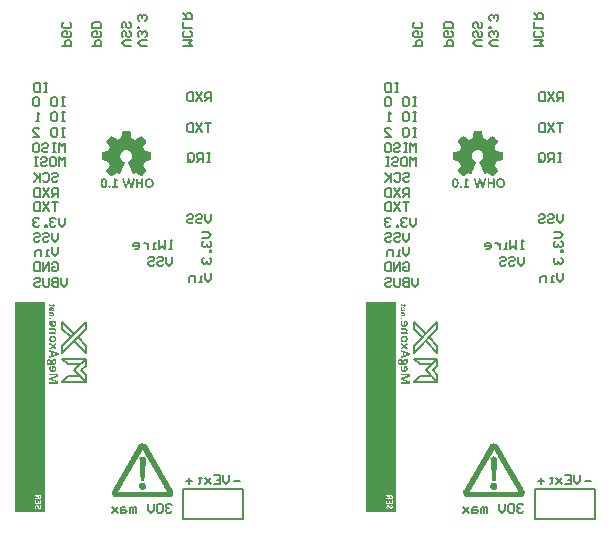
<source format=gbo>
%FSLAX44Y44*%
%MOMM*%
G71*
G01*
G75*
G04 Layer_Color=32896*
%ADD10R,1.0000X0.9000*%
%ADD11R,1.0000X1.0000*%
%ADD12R,1.3000X1.5000*%
%ADD13O,2.1000X0.4500*%
G04:AMPARAMS|DCode=14|XSize=1.6mm|YSize=5.7mm|CornerRadius=0.08mm|HoleSize=0mm|Usage=FLASHONLY|Rotation=270.000|XOffset=0mm|YOffset=0mm|HoleType=Round|Shape=RoundedRectangle|*
%AMROUNDEDRECTD14*
21,1,1.6000,5.5400,0,0,270.0*
21,1,1.4400,5.7000,0,0,270.0*
1,1,0.1600,-2.7700,-0.7200*
1,1,0.1600,-2.7700,0.7200*
1,1,0.1600,2.7700,0.7200*
1,1,0.1600,2.7700,-0.7200*
%
%ADD14ROUNDEDRECTD14*%
G04:AMPARAMS|DCode=15|XSize=1.32mm|YSize=1.68mm|CornerRadius=0.066mm|HoleSize=0mm|Usage=FLASHONLY|Rotation=270.000|XOffset=0mm|YOffset=0mm|HoleType=Round|Shape=RoundedRectangle|*
%AMROUNDEDRECTD15*
21,1,1.3200,1.5480,0,0,270.0*
21,1,1.1880,1.6800,0,0,270.0*
1,1,0.1320,-0.7740,-0.5940*
1,1,0.1320,-0.7740,0.5940*
1,1,0.1320,0.7740,0.5940*
1,1,0.1320,0.7740,-0.5940*
%
%ADD15ROUNDEDRECTD15*%
G04:AMPARAMS|DCode=16|XSize=0.8mm|YSize=0.8mm|CornerRadius=0.04mm|HoleSize=0mm|Usage=FLASHONLY|Rotation=270.000|XOffset=0mm|YOffset=0mm|HoleType=Round|Shape=RoundedRectangle|*
%AMROUNDEDRECTD16*
21,1,0.8000,0.7200,0,0,270.0*
21,1,0.7200,0.8000,0,0,270.0*
1,1,0.0800,-0.3600,-0.3600*
1,1,0.0800,-0.3600,0.3600*
1,1,0.0800,0.3600,0.3600*
1,1,0.0800,0.3600,-0.3600*
%
%ADD16ROUNDEDRECTD16*%
%ADD17R,0.8000X1.0500*%
%ADD18R,1.1000X0.6500*%
%ADD19R,0.9000X1.0000*%
G04:AMPARAMS|DCode=20|XSize=0.45mm|YSize=1.45mm|CornerRadius=0.045mm|HoleSize=0mm|Usage=FLASHONLY|Rotation=270.000|XOffset=0mm|YOffset=0mm|HoleType=Round|Shape=RoundedRectangle|*
%AMROUNDEDRECTD20*
21,1,0.4500,1.3600,0,0,270.0*
21,1,0.3600,1.4500,0,0,270.0*
1,1,0.0900,-0.6800,-0.1800*
1,1,0.0900,-0.6800,0.1800*
1,1,0.0900,0.6800,0.1800*
1,1,0.0900,0.6800,-0.1800*
%
%ADD20ROUNDEDRECTD20*%
%ADD21R,1.0000X1.0000*%
G04:AMPARAMS|DCode=22|XSize=0.9mm|YSize=1mm|CornerRadius=0.045mm|HoleSize=0mm|Usage=FLASHONLY|Rotation=90.000|XOffset=0mm|YOffset=0mm|HoleType=Round|Shape=RoundedRectangle|*
%AMROUNDEDRECTD22*
21,1,0.9000,0.9100,0,0,90.0*
21,1,0.8100,1.0000,0,0,90.0*
1,1,0.0900,0.4550,0.4050*
1,1,0.0900,0.4550,-0.4050*
1,1,0.0900,-0.4550,-0.4050*
1,1,0.0900,-0.4550,0.4050*
%
%ADD22ROUNDEDRECTD22*%
%ADD23C,0.9000*%
%ADD24C,0.1524*%
%ADD25C,1.0000*%
%ADD26C,0.4000*%
%ADD27C,0.2540*%
%ADD28C,0.5000*%
%ADD29C,0.8000*%
%ADD30C,0.6000*%
%ADD31C,0.3000*%
%ADD32C,0.7000*%
%ADD33R,3.4000X0.6000*%
%ADD34R,1.8000X0.9000*%
%ADD35C,1.5000*%
%ADD36R,1.5000X1.5000*%
%ADD37R,1.5000X1.5000*%
%ADD38C,1.0000*%
%ADD39C,1.3500*%
%ADD40R,1.3500X1.3500*%
%ADD41C,0.6000*%
%ADD42C,0.1000*%
%ADD43C,0.1778*%
%ADD44C,0.2500*%
%ADD45C,0.2000*%
%ADD46C,0.1540*%
%ADD47C,0.1270*%
%ADD48C,0.1500*%
%ADD49R,1.1000X1.0000*%
%ADD50R,1.1000X1.1000*%
%ADD51R,1.4000X1.6000*%
%ADD52O,2.2000X0.5500*%
G04:AMPARAMS|DCode=53|XSize=1.7mm|YSize=5.8mm|CornerRadius=0.13mm|HoleSize=0mm|Usage=FLASHONLY|Rotation=270.000|XOffset=0mm|YOffset=0mm|HoleType=Round|Shape=RoundedRectangle|*
%AMROUNDEDRECTD53*
21,1,1.7000,5.5400,0,0,270.0*
21,1,1.4400,5.8000,0,0,270.0*
1,1,0.2600,-2.7700,-0.7200*
1,1,0.2600,-2.7700,0.7200*
1,1,0.2600,2.7700,0.7200*
1,1,0.2600,2.7700,-0.7200*
%
%ADD53ROUNDEDRECTD53*%
G04:AMPARAMS|DCode=54|XSize=1.42mm|YSize=1.78mm|CornerRadius=0.116mm|HoleSize=0mm|Usage=FLASHONLY|Rotation=270.000|XOffset=0mm|YOffset=0mm|HoleType=Round|Shape=RoundedRectangle|*
%AMROUNDEDRECTD54*
21,1,1.4200,1.5480,0,0,270.0*
21,1,1.1880,1.7800,0,0,270.0*
1,1,0.2320,-0.7740,-0.5940*
1,1,0.2320,-0.7740,0.5940*
1,1,0.2320,0.7740,0.5940*
1,1,0.2320,0.7740,-0.5940*
%
%ADD54ROUNDEDRECTD54*%
G04:AMPARAMS|DCode=55|XSize=0.9mm|YSize=0.9mm|CornerRadius=0.09mm|HoleSize=0mm|Usage=FLASHONLY|Rotation=270.000|XOffset=0mm|YOffset=0mm|HoleType=Round|Shape=RoundedRectangle|*
%AMROUNDEDRECTD55*
21,1,0.9000,0.7200,0,0,270.0*
21,1,0.7200,0.9000,0,0,270.0*
1,1,0.1800,-0.3600,-0.3600*
1,1,0.1800,-0.3600,0.3600*
1,1,0.1800,0.3600,0.3600*
1,1,0.1800,0.3600,-0.3600*
%
%ADD55ROUNDEDRECTD55*%
%ADD56R,0.9000X1.1500*%
%ADD57R,1.2000X0.7500*%
%ADD58R,1.0000X1.1000*%
G04:AMPARAMS|DCode=59|XSize=0.55mm|YSize=1.55mm|CornerRadius=0.095mm|HoleSize=0mm|Usage=FLASHONLY|Rotation=270.000|XOffset=0mm|YOffset=0mm|HoleType=Round|Shape=RoundedRectangle|*
%AMROUNDEDRECTD59*
21,1,0.5500,1.3600,0,0,270.0*
21,1,0.3600,1.5500,0,0,270.0*
1,1,0.1900,-0.6800,-0.1800*
1,1,0.1900,-0.6800,0.1800*
1,1,0.1900,0.6800,0.1800*
1,1,0.1900,0.6800,-0.1800*
%
%ADD59ROUNDEDRECTD59*%
%ADD60R,1.1000X1.1000*%
G04:AMPARAMS|DCode=61|XSize=1mm|YSize=1.1mm|CornerRadius=0.095mm|HoleSize=0mm|Usage=FLASHONLY|Rotation=90.000|XOffset=0mm|YOffset=0mm|HoleType=Round|Shape=RoundedRectangle|*
%AMROUNDEDRECTD61*
21,1,1.0000,0.9100,0,0,90.0*
21,1,0.8100,1.1000,0,0,90.0*
1,1,0.1900,0.4550,0.4050*
1,1,0.1900,0.4550,-0.4050*
1,1,0.1900,-0.4550,-0.4050*
1,1,0.1900,-0.4550,0.4050*
%
%ADD61ROUNDEDRECTD61*%
%ADD62C,1.6000*%
%ADD63R,1.6000X1.6000*%
%ADD64R,1.6000X1.6000*%
%ADD65C,1.1000*%
%ADD66C,1.4500*%
%ADD67R,1.4500X1.4500*%
%ADD68C,0.0762*%
%ADD69C,0.0254*%
G36*
X824111Y792036D02*
X824375Y792008D01*
X824597Y791953D01*
X824791Y791911D01*
X824943Y791856D01*
X825068Y791800D01*
X825137Y791773D01*
X825165Y791759D01*
X825359Y791648D01*
X825526Y791523D01*
X825678Y791384D01*
X825803Y791259D01*
X825900Y791135D01*
X825984Y791038D01*
X826025Y790982D01*
X826039Y790954D01*
X826150Y790746D01*
X826261Y790524D01*
X826344Y790316D01*
X826400Y790108D01*
X826455Y789928D01*
X826497Y789789D01*
X826510Y789734D01*
Y789692D01*
X826524Y789678D01*
Y789665D01*
X826580Y789373D01*
X826608Y789096D01*
X826635Y788805D01*
X826663Y788555D01*
Y788333D01*
X826677Y788236D01*
Y788153D01*
Y788083D01*
Y788042D01*
Y788014D01*
Y788000D01*
Y787654D01*
X826663Y787335D01*
X826635Y787057D01*
X826621Y786808D01*
X826594Y786600D01*
Y786516D01*
X826580Y786447D01*
Y786392D01*
X826566Y786350D01*
Y786336D01*
Y786322D01*
X826510Y786059D01*
X826441Y785823D01*
X826372Y785601D01*
X826302Y785421D01*
X826233Y785282D01*
X826191Y785171D01*
X826150Y785102D01*
X826136Y785074D01*
X826011Y784894D01*
X825873Y784741D01*
X825734Y784603D01*
X825609Y784492D01*
X825484Y784395D01*
X825387Y784339D01*
X825332Y784297D01*
X825304Y784284D01*
X825096Y784200D01*
X824874Y784131D01*
X824652Y784089D01*
X824444Y784048D01*
X824264Y784034D01*
X824111Y784020D01*
X823987D01*
X823695Y784034D01*
X823446Y784062D01*
X823224Y784103D01*
X823029Y784159D01*
X822863Y784214D01*
X822752Y784256D01*
X822683Y784284D01*
X822655Y784297D01*
X822461Y784408D01*
X822294Y784547D01*
X822142Y784672D01*
X822017Y784811D01*
X821920Y784921D01*
X821837Y785019D01*
X821795Y785074D01*
X821781Y785102D01*
X821657Y785310D01*
X821560Y785518D01*
X821476Y785740D01*
X821407Y785934D01*
X821351Y786114D01*
X821310Y786253D01*
X821296Y786308D01*
X821282Y786350D01*
Y786364D01*
Y786378D01*
X821227Y786669D01*
X821199Y786960D01*
X821171Y787237D01*
X821143Y787501D01*
Y787723D01*
X821130Y787820D01*
Y787903D01*
Y787959D01*
Y788014D01*
Y788042D01*
Y788056D01*
Y788402D01*
X821143Y788721D01*
X821171Y788999D01*
X821185Y789249D01*
X821213Y789456D01*
X821227Y789540D01*
X821240Y789609D01*
Y789665D01*
X821254Y789706D01*
Y789720D01*
Y789734D01*
X821310Y789997D01*
X821379Y790233D01*
X821449Y790455D01*
X821518Y790635D01*
X821587Y790788D01*
X821629Y790885D01*
X821670Y790954D01*
X821684Y790982D01*
X821809Y791162D01*
X821948Y791329D01*
X822086Y791453D01*
X822211Y791564D01*
X822336Y791662D01*
X822433Y791717D01*
X822489Y791759D01*
X822516Y791773D01*
X822724Y791870D01*
X822946Y791939D01*
X823168Y791981D01*
X823376Y792022D01*
X823557Y792036D01*
X823695Y792050D01*
X823834D01*
X824111Y792036D01*
D02*
G37*
G36*
X781373Y671607D02*
X781553Y671593D01*
X781705Y671565D01*
X781830Y671538D01*
X781927Y671510D01*
X781983Y671496D01*
X782010Y671482D01*
X782191Y671427D01*
X782343Y671357D01*
X782482Y671288D01*
X782607Y671205D01*
X782704Y671150D01*
X782787Y671094D01*
X782829Y671052D01*
X782843Y671039D01*
X782967Y670914D01*
X783078Y670789D01*
X783175Y670650D01*
X783259Y670525D01*
X783314Y670414D01*
X783356Y670331D01*
X783383Y670276D01*
X783397Y670248D01*
X783467Y670068D01*
X783522Y669874D01*
X783550Y669679D01*
X783578Y669499D01*
X783591Y669333D01*
X783605Y669208D01*
Y669125D01*
Y669111D01*
Y669097D01*
X783591Y668875D01*
X783578Y668653D01*
X783536Y668459D01*
X783494Y668293D01*
X783453Y668154D01*
X783425Y668057D01*
X783397Y667988D01*
X783383Y667960D01*
X783300Y667779D01*
X783203Y667613D01*
X783106Y667460D01*
X782995Y667336D01*
X782912Y667225D01*
X782843Y667155D01*
X782787Y667100D01*
X782773Y667086D01*
X782621Y666961D01*
X782454Y666864D01*
X782302Y666767D01*
X782149Y666698D01*
X782010Y666628D01*
X781899Y666587D01*
X781830Y666573D01*
X781802Y666559D01*
X781581Y666504D01*
X781359Y666462D01*
X781151Y666420D01*
X780956Y666406D01*
X780776Y666393D01*
X780651Y666379D01*
X780527D01*
X780249Y666393D01*
X779999Y666406D01*
X779778Y666434D01*
X779584Y666462D01*
X779431Y666490D01*
X779306Y666517D01*
X779237Y666545D01*
X779209D01*
X779015Y666615D01*
X778835Y666712D01*
X778668Y666795D01*
X778543Y666878D01*
X778432Y666961D01*
X778349Y667030D01*
X778294Y667072D01*
X778280Y667086D01*
X778155Y667225D01*
X778044Y667377D01*
X777947Y667530D01*
X777878Y667669D01*
X777822Y667793D01*
X777767Y667890D01*
X777753Y667946D01*
X777739Y667974D01*
X777683Y668182D01*
X777642Y668403D01*
X777614Y668612D01*
X777600Y668806D01*
X777586Y668986D01*
X777573Y669111D01*
Y669166D01*
Y669208D01*
Y669222D01*
Y669236D01*
X777586Y669527D01*
Y669652D01*
X777600Y669763D01*
X777614Y669860D01*
Y669929D01*
X777628Y669971D01*
Y669985D01*
X777670Y670220D01*
X777683Y670331D01*
X777711Y670414D01*
X777725Y670498D01*
Y670553D01*
X777739Y670581D01*
Y670595D01*
X777781Y670775D01*
X777822Y670928D01*
X777836Y670969D01*
X777850Y671011D01*
X777864Y671025D01*
Y671039D01*
X777891Y671094D01*
X777919Y671150D01*
X777961Y671205D01*
X777975Y671246D01*
X777989D01*
X778044Y671302D01*
X778072Y671316D01*
X778141Y671344D01*
X778169Y671357D01*
X778183D01*
X778280Y671371D01*
X778335D01*
X778419Y671385D01*
X778737D01*
X778793Y671371D01*
X778807D01*
X778876Y671357D01*
X778932Y671344D01*
X778945Y671330D01*
X778959D01*
X779029Y671302D01*
X779043Y671288D01*
Y671274D01*
X779070Y671219D01*
Y671205D01*
Y671191D01*
X779056Y671108D01*
X779043Y671025D01*
X779015Y670969D01*
X779001Y670955D01*
Y670941D01*
X778959Y670831D01*
X778918Y670706D01*
X778890Y670622D01*
X778876Y670595D01*
Y670581D01*
X778835Y670414D01*
X778807Y670248D01*
X778793Y670179D01*
X778779Y670123D01*
X778765Y670082D01*
Y670068D01*
X778737Y669832D01*
X778724Y669610D01*
X778710Y669513D01*
Y669444D01*
Y669388D01*
Y669374D01*
Y669236D01*
X778724Y669111D01*
X778737Y669000D01*
X778765Y668903D01*
X778779Y668820D01*
X778793Y668764D01*
X778807Y668723D01*
Y668709D01*
X778890Y668514D01*
X778987Y668376D01*
X779029Y668320D01*
X779070Y668279D01*
X779084Y668265D01*
X779098Y668251D01*
X779251Y668140D01*
X779403Y668057D01*
X779473Y668029D01*
X779528Y668001D01*
X779556Y667988D01*
X779570D01*
X779791Y667946D01*
X779999Y667932D01*
X780083Y667918D01*
X780208D01*
Y671163D01*
X780221Y671316D01*
X780277Y671427D01*
X780319Y671482D01*
X780332Y671510D01*
X780457Y671579D01*
X780582Y671621D01*
X780638Y671635D01*
X781192D01*
X781373Y671607D01*
D02*
G37*
G36*
X781608Y665186D02*
X781775Y665172D01*
X781927Y665144D01*
X782038Y665131D01*
X782135Y665103D01*
X782191Y665089D01*
X782205D01*
X782357Y665047D01*
X782496Y664992D01*
X782621Y664936D01*
X782718Y664881D01*
X782801Y664839D01*
X782870Y664798D01*
X782912Y664770D01*
X782926Y664756D01*
X783037Y664673D01*
X783134Y664576D01*
X783231Y664465D01*
X783300Y664382D01*
X783356Y664285D01*
X783397Y664229D01*
X783411Y664174D01*
X783425Y664160D01*
X783481Y664007D01*
X783536Y663855D01*
X783564Y663702D01*
X783578Y663550D01*
X783591Y663425D01*
X783605Y663328D01*
Y663258D01*
Y663231D01*
X783591Y663050D01*
X783564Y662870D01*
X783522Y662718D01*
X783481Y662565D01*
X783439Y662454D01*
X783397Y662357D01*
X783370Y662301D01*
X783356Y662274D01*
X783259Y662107D01*
X783148Y661941D01*
X783023Y661788D01*
X782912Y661664D01*
X782801Y661553D01*
X782718Y661455D01*
X782662Y661400D01*
X782635Y661386D01*
X783286D01*
X783328Y661372D01*
X783342Y661358D01*
X783356Y661345D01*
X783383Y661317D01*
X783411Y661289D01*
X783425Y661261D01*
Y661247D01*
X783439Y661192D01*
X783453Y661123D01*
X783467Y661081D01*
Y661053D01*
X783481Y660956D01*
X783494Y660845D01*
Y660762D01*
Y660748D01*
Y660734D01*
Y660610D01*
X783481Y660512D01*
X783467Y660457D01*
Y660429D01*
X783453Y660346D01*
X783439Y660277D01*
X783425Y660235D01*
Y660221D01*
X783397Y660180D01*
X783383Y660152D01*
X783370Y660124D01*
X783356D01*
X783286Y660096D01*
X777905D01*
X777822Y660110D01*
X777808Y660124D01*
X777794D01*
X777767Y660166D01*
X777739Y660207D01*
X777725Y660235D01*
Y660249D01*
X777711Y660318D01*
Y660388D01*
X777697Y660443D01*
Y660471D01*
X777683Y660596D01*
X777670Y660720D01*
Y660762D01*
Y660804D01*
Y660831D01*
Y660845D01*
Y660998D01*
X777683Y661109D01*
X777697Y661178D01*
Y661206D01*
X777711Y661303D01*
Y661386D01*
X777725Y661428D01*
Y661442D01*
X777753Y661497D01*
X777767Y661539D01*
X777794Y661553D01*
Y661566D01*
X777836Y661594D01*
X777864Y661608D01*
X781456D01*
X781594Y661719D01*
X781719Y661830D01*
X781830Y661927D01*
X781913Y662024D01*
X781983Y662093D01*
X782024Y662149D01*
X782052Y662190D01*
X782066Y662204D01*
X782135Y662315D01*
X782191Y662426D01*
X782232Y662523D01*
X782260Y662620D01*
X782274Y662690D01*
X782288Y662745D01*
Y662787D01*
Y662801D01*
X782274Y662953D01*
X782246Y663078D01*
X782205Y663161D01*
X782191Y663175D01*
Y663189D01*
X782121Y663314D01*
X782038Y663397D01*
X781969Y663453D01*
X781955Y663466D01*
X781941D01*
X781816Y663536D01*
X781692Y663591D01*
X781650Y663605D01*
X781608Y663619D01*
X781581Y663633D01*
X781567D01*
X781484Y663661D01*
X781373Y663674D01*
X781178Y663688D01*
X781095Y663702D01*
X777905D01*
X777822Y663716D01*
X777808Y663730D01*
X777794D01*
X777767Y663772D01*
X777739Y663813D01*
X777725Y663841D01*
Y663855D01*
X777711Y663924D01*
Y663993D01*
X777697Y664049D01*
Y664077D01*
X777683Y664201D01*
X777670Y664326D01*
Y664368D01*
Y664409D01*
Y664437D01*
Y664451D01*
Y664590D01*
X777683Y664701D01*
X777697Y664770D01*
Y664798D01*
X777711Y664895D01*
Y664978D01*
X777725Y665020D01*
Y665033D01*
X777753Y665089D01*
X777767Y665131D01*
X777794Y665144D01*
Y665158D01*
X777836Y665186D01*
X777864Y665200D01*
X781414D01*
X781608Y665186D01*
D02*
G37*
G36*
X849657Y791939D02*
X849782D01*
X849823Y791925D01*
X849851D01*
X849962Y791911D01*
X850031Y791883D01*
X850087Y791856D01*
X850101Y791842D01*
X850142Y791786D01*
X850156Y791731D01*
X850170Y791689D01*
Y791662D01*
X850156Y791551D01*
X850128Y791453D01*
X850115Y791370D01*
X850101Y791343D01*
Y791329D01*
X848339Y784547D01*
X848312Y784450D01*
X848270Y784381D01*
X848256Y784325D01*
X848242Y784311D01*
X848187Y784256D01*
X848131Y784214D01*
X848090Y784200D01*
X848076Y784186D01*
X847965Y784173D01*
X847868Y784159D01*
X847771Y784145D01*
X847743D01*
X847563Y784131D01*
X847383Y784117D01*
X846966D01*
X846869Y784131D01*
X846745D01*
X846703Y784145D01*
X846661D01*
X846523Y784159D01*
X846425Y784173D01*
X846356Y784200D01*
X846342D01*
X846273Y784242D01*
X846217Y784284D01*
X846190Y784311D01*
X846176Y784325D01*
X846134Y784395D01*
X846107Y784464D01*
X846093Y784519D01*
Y784547D01*
X844914Y789470D01*
X844900D01*
X843666Y784547D01*
X843638Y784450D01*
X843610Y784381D01*
X843583Y784325D01*
Y784311D01*
X843527Y784256D01*
X843472Y784214D01*
X843416Y784200D01*
X843402Y784186D01*
X843291Y784173D01*
X843194Y784159D01*
X843097Y784145D01*
X843069D01*
X842903Y784131D01*
X842723Y784117D01*
X842320D01*
X842237Y784131D01*
X842113D01*
X842057Y784145D01*
X842029D01*
X841891Y784159D01*
X841780Y784173D01*
X841724Y784186D01*
X841696D01*
X841613Y784228D01*
X841558Y784270D01*
X841530Y784297D01*
X841516Y784311D01*
X841475Y784395D01*
X841433Y784464D01*
X841419Y784519D01*
X841405Y784547D01*
X839630Y791301D01*
X839602Y791453D01*
X839575Y791564D01*
Y791620D01*
Y791648D01*
Y791731D01*
X839602Y791800D01*
X839616Y791828D01*
X839630Y791842D01*
X839686Y791883D01*
X839755Y791911D01*
X839810Y791925D01*
X839838D01*
X839963Y791939D01*
X840088Y791953D01*
X840434D01*
X840573Y791939D01*
X840615D01*
X840656Y791925D01*
X840684D01*
X840781Y791911D01*
X840864Y791897D01*
X840906Y791883D01*
X840920Y791870D01*
X840975Y791842D01*
X841017Y791814D01*
X841031Y791786D01*
X841045Y791773D01*
X841072Y791662D01*
X841086Y791620D01*
Y791606D01*
X842445Y785670D01*
X842459D01*
X843929Y791578D01*
X843943Y791662D01*
X843957Y791717D01*
X843971Y791759D01*
X843985Y791773D01*
X844026Y791814D01*
X844068Y791856D01*
X844109Y791870D01*
X844123Y791883D01*
X844207Y791911D01*
X844290Y791925D01*
X844359Y791939D01*
X844387D01*
X844526Y791953D01*
X845025D01*
X845163Y791939D01*
X845219D01*
X845261Y791925D01*
X845288D01*
X845385Y791911D01*
X845469Y791897D01*
X845524Y791883D01*
X845538Y791870D01*
X845593Y791842D01*
X845635Y791800D01*
X845649Y791773D01*
X845663Y791759D01*
X845691Y791703D01*
X845718Y791648D01*
X845732Y791592D01*
Y791578D01*
X847147Y785670D01*
X848506Y791620D01*
X848520Y791689D01*
X848533Y791745D01*
X848547Y791773D01*
X848561Y791786D01*
X848589Y791828D01*
X848631Y791856D01*
X848658Y791883D01*
X848672D01*
X848742Y791911D01*
X848825Y791925D01*
X848894Y791939D01*
X848922D01*
X849061Y791953D01*
X849574D01*
X849657Y791939D01*
D02*
G37*
G36*
X828827Y785920D02*
X828979Y785906D01*
X829104Y785878D01*
X829187Y785837D01*
X829270Y785795D01*
X829312Y785768D01*
X829340Y785754D01*
X829353Y785740D01*
X829423Y785657D01*
X829464Y785546D01*
X829520Y785282D01*
X829534Y785171D01*
X829548Y785074D01*
Y785005D01*
Y784977D01*
X829534Y784797D01*
X829520Y784644D01*
X829492Y784519D01*
X829451Y784422D01*
X829423Y784339D01*
X829395Y784297D01*
X829381Y784270D01*
X829367Y784256D01*
X829284Y784200D01*
X829173Y784159D01*
X828951Y784103D01*
X828840Y784089D01*
X828757Y784075D01*
X828674D01*
X828494Y784089D01*
X828341Y784103D01*
X828230Y784131D01*
X828133Y784173D01*
X828050Y784200D01*
X828008Y784228D01*
X827981Y784242D01*
X827967Y784256D01*
X827897Y784339D01*
X827856Y784464D01*
X827800Y784714D01*
X827786Y784824D01*
X827773Y784921D01*
Y784991D01*
Y785019D01*
X827786Y785199D01*
X827800Y785351D01*
X827828Y785476D01*
X827870Y785573D01*
X827911Y785657D01*
X827939Y785698D01*
X827953Y785726D01*
X827967Y785740D01*
X828050Y785809D01*
X828161Y785851D01*
X828383Y785906D01*
X828494Y785920D01*
X828577Y785934D01*
X828660D01*
X828827Y785920D01*
D02*
G37*
G36*
X862582Y792036D02*
X862887Y792008D01*
X863165Y791953D01*
X863400Y791911D01*
X863595Y791856D01*
X863747Y791800D01*
X863803Y791786D01*
X863844Y791773D01*
X863858Y791759D01*
X863872D01*
X864122Y791648D01*
X864343Y791523D01*
X864551Y791384D01*
X864718Y791259D01*
X864857Y791135D01*
X864954Y791038D01*
X865009Y790982D01*
X865037Y790954D01*
X865203Y790746D01*
X865342Y790524D01*
X865467Y790316D01*
X865564Y790108D01*
X865647Y789928D01*
X865703Y789789D01*
X865716Y789734D01*
X865730Y789692D01*
X865744Y789678D01*
Y789665D01*
X865827Y789373D01*
X865883Y789082D01*
X865925Y788805D01*
X865952Y788541D01*
X865966Y788319D01*
Y788222D01*
X865980Y788139D01*
Y788083D01*
Y788028D01*
Y788000D01*
Y787986D01*
X865966Y787612D01*
X865938Y787279D01*
X865911Y786974D01*
X865869Y786711D01*
X865827Y786503D01*
X865814Y786419D01*
X865786Y786350D01*
X865772Y786294D01*
Y786239D01*
X865758Y786225D01*
Y786211D01*
X865661Y785948D01*
X865564Y785698D01*
X865453Y785490D01*
X865342Y785310D01*
X865245Y785171D01*
X865162Y785060D01*
X865106Y785005D01*
X865092Y784977D01*
X864912Y784811D01*
X864718Y784658D01*
X864538Y784533D01*
X864357Y784436D01*
X864205Y784353D01*
X864080Y784297D01*
X863997Y784270D01*
X863983Y784256D01*
X863969D01*
X863706Y784173D01*
X863428Y784117D01*
X863165Y784075D01*
X862929Y784048D01*
X862707Y784034D01*
X862624D01*
X862541Y784020D01*
X862388D01*
X862055Y784034D01*
X861750Y784062D01*
X861473Y784103D01*
X861237Y784159D01*
X861043Y784214D01*
X860904Y784256D01*
X860849Y784270D01*
X860807Y784284D01*
X860793Y784297D01*
X860779D01*
X860530Y784408D01*
X860294Y784547D01*
X860100Y784672D01*
X859920Y784811D01*
X859781Y784921D01*
X859684Y785019D01*
X859628Y785074D01*
X859601Y785102D01*
X859434Y785310D01*
X859295Y785532D01*
X859171Y785740D01*
X859073Y785948D01*
X858990Y786128D01*
X858935Y786267D01*
X858921Y786322D01*
X858907Y786364D01*
X858893Y786378D01*
Y786392D01*
X858810Y786683D01*
X858755Y786988D01*
X858699Y787265D01*
X858671Y787543D01*
X858658Y787765D01*
Y787862D01*
X858644Y787945D01*
Y788014D01*
Y788070D01*
Y788097D01*
Y788111D01*
X858658Y788472D01*
X858685Y788819D01*
X858713Y789110D01*
X858755Y789359D01*
X858810Y789567D01*
X858824Y789665D01*
X858838Y789734D01*
X858852Y789789D01*
X858866Y789831D01*
X858879Y789845D01*
Y789859D01*
X858976Y790122D01*
X859087Y790372D01*
X859198Y790580D01*
X859309Y790760D01*
X859420Y790899D01*
X859503Y791010D01*
X859559Y791065D01*
X859573Y791093D01*
X859753Y791259D01*
X859933Y791412D01*
X860127Y791537D01*
X860294Y791634D01*
X860460Y791717D01*
X860585Y791773D01*
X860668Y791800D01*
X860682Y791814D01*
X860696D01*
X860960Y791897D01*
X861223Y791953D01*
X861473Y791994D01*
X861722Y792022D01*
X861930Y792036D01*
X862028Y792050D01*
X862249D01*
X862582Y792036D01*
D02*
G37*
G36*
X783092Y639391D02*
X783161Y639377D01*
X783231D01*
X783272Y639363D01*
X783300Y639349D01*
X783328Y639335D01*
X783411Y639294D01*
X783453Y639238D01*
X783467Y639197D01*
Y639183D01*
Y637491D01*
X783494Y637338D01*
X783522Y637186D01*
Y637130D01*
X783536Y637089D01*
Y637061D01*
Y637047D01*
X783564Y636881D01*
X783578Y636728D01*
Y636673D01*
Y636617D01*
Y636589D01*
Y636576D01*
Y636395D01*
X783550Y636229D01*
X783536Y636076D01*
X783508Y635938D01*
X783481Y635827D01*
X783467Y635743D01*
X783439Y635688D01*
Y635674D01*
X783383Y635535D01*
X783314Y635397D01*
X783245Y635272D01*
X783189Y635175D01*
X783134Y635092D01*
X783078Y635022D01*
X783051Y634981D01*
X783037Y634967D01*
X782829Y634773D01*
X782635Y634634D01*
X782551Y634579D01*
X782482Y634537D01*
X782427Y634523D01*
X782413Y634509D01*
X782274Y634454D01*
X782135Y634426D01*
X781997Y634398D01*
X781858Y634370D01*
X781747D01*
X781664Y634357D01*
X781428D01*
X781289Y634370D01*
X781164Y634398D01*
X781053Y634426D01*
X780970Y634440D01*
X780901Y634468D01*
X780859Y634481D01*
X780845D01*
X780651Y634592D01*
X780485Y634689D01*
X780430Y634745D01*
X780388Y634786D01*
X780360Y634800D01*
X780346Y634814D01*
X780166Y634634D01*
X779999Y634495D01*
X779930Y634454D01*
X779875Y634412D01*
X779833Y634398D01*
X779819Y634384D01*
X779708Y634329D01*
X779597Y634301D01*
X779403Y634246D01*
X779306D01*
X779237Y634232D01*
X779181D01*
X778987Y634259D01*
X778821Y634301D01*
X778751Y634329D01*
X778710Y634343D01*
X778682Y634370D01*
X778668D01*
X778516Y634495D01*
X778391Y634620D01*
X778349Y634676D01*
X778322Y634731D01*
X778294Y634759D01*
Y634773D01*
X778197Y634648D01*
X778100Y634537D01*
X778030Y634468D01*
X778016Y634454D01*
X778002Y634440D01*
X777891Y634343D01*
X777794Y634273D01*
X777725Y634218D01*
X777711Y634204D01*
X777697D01*
X777573Y634135D01*
X777462Y634093D01*
X777378Y634065D01*
X777365Y634052D01*
X777351D01*
X777212Y634024D01*
X777101Y634010D01*
X777004Y633996D01*
X776976D01*
X776754Y634024D01*
X776657Y634038D01*
X776560Y634065D01*
X776491Y634093D01*
X776435Y634107D01*
X776408Y634135D01*
X776394D01*
X776297Y634190D01*
X776214Y634259D01*
X776061Y634412D01*
X776005Y634481D01*
X775978Y634523D01*
X775950Y634565D01*
X775936Y634579D01*
X775867Y634703D01*
X775811Y634842D01*
X775756Y634967D01*
X775714Y635106D01*
X775673Y635216D01*
X775659Y635300D01*
X775631Y635355D01*
Y635383D01*
X775589Y635577D01*
X775562Y635771D01*
X775548Y635965D01*
X775534Y636146D01*
X775520Y636312D01*
Y636437D01*
Y636520D01*
Y636534D01*
Y636548D01*
X775534Y636797D01*
X775548Y637033D01*
X775575Y637241D01*
X775603Y637421D01*
X775631Y637560D01*
X775645Y637671D01*
X775673Y637741D01*
Y637768D01*
X775728Y637962D01*
X775797Y638129D01*
X775867Y638281D01*
X775936Y638406D01*
X775992Y638503D01*
X776047Y638587D01*
X776075Y638628D01*
X776089Y638642D01*
X776186Y638767D01*
X776297Y638864D01*
X776394Y638961D01*
X776491Y639030D01*
X776574Y639086D01*
X776643Y639127D01*
X776685Y639141D01*
X776699Y639155D01*
X776824Y639211D01*
X776962Y639266D01*
X777087Y639294D01*
X777198Y639308D01*
X777295Y639322D01*
X777365Y639335D01*
X777434D01*
X777683Y639322D01*
X777781Y639294D01*
X777878Y639280D01*
X777947Y639252D01*
X778016Y639224D01*
X778044Y639211D01*
X778058D01*
X778252Y639100D01*
X778405Y638975D01*
X778460Y638919D01*
X778516Y638878D01*
X778530Y638850D01*
X778543Y638836D01*
X778682Y638642D01*
X778779Y638448D01*
X778821Y638365D01*
X778848Y638295D01*
X778862Y638254D01*
Y638240D01*
X778932Y637962D01*
X778945Y637824D01*
X778973Y637699D01*
Y637588D01*
X778987Y637505D01*
Y637449D01*
Y637421D01*
X779043Y636132D01*
X779056Y635951D01*
X779098Y635813D01*
X779140Y635730D01*
X779154Y635716D01*
Y635702D01*
X779195Y635646D01*
X779251Y635619D01*
X779348Y635563D01*
X779417Y635549D01*
X779445D01*
X779528Y635563D01*
X779611Y635577D01*
X779667Y635591D01*
X779681Y635605D01*
X779764Y635646D01*
X779819Y635688D01*
X779861Y635716D01*
X779875Y635730D01*
X779819Y635840D01*
X779764Y635951D01*
X779750Y636007D01*
X779736Y636049D01*
X779722Y636076D01*
Y636090D01*
X779694Y636270D01*
X779681Y636423D01*
X779667Y636479D01*
Y636534D01*
Y636562D01*
Y636576D01*
Y636756D01*
X779681Y636936D01*
X779708Y637089D01*
X779736Y637227D01*
X779750Y637338D01*
X779778Y637421D01*
X779791Y637477D01*
Y637491D01*
X779847Y637643D01*
X779902Y637782D01*
X779972Y637893D01*
X780027Y638004D01*
X780083Y638087D01*
X780124Y638143D01*
X780152Y638184D01*
X780166Y638198D01*
X780374Y638392D01*
X780568Y638531D01*
X780651Y638573D01*
X780721Y638614D01*
X780762Y638642D01*
X780776D01*
X780915Y638697D01*
X781053Y638725D01*
X781192Y638753D01*
X781331Y638781D01*
X781442D01*
X781525Y638795D01*
X781608D01*
X781747Y638781D01*
X781872Y638767D01*
X781955Y638753D01*
X781969Y638739D01*
X781983D01*
X782121Y638684D01*
X782232Y638628D01*
X782302Y638587D01*
X782329Y638559D01*
Y639183D01*
X782343Y639252D01*
X782399Y639294D01*
X782440Y639322D01*
X782454Y639335D01*
X782510Y639363D01*
X782579Y639377D01*
X782718Y639391D01*
X782787Y639405D01*
X782995D01*
X783092Y639391D01*
D02*
G37*
G36*
X781373Y633330D02*
X781553Y633316D01*
X781705Y633289D01*
X781830Y633261D01*
X781927Y633233D01*
X781983Y633219D01*
X782010Y633205D01*
X782191Y633150D01*
X782343Y633081D01*
X782482Y633011D01*
X782607Y632928D01*
X782704Y632873D01*
X782787Y632817D01*
X782829Y632776D01*
X782843Y632762D01*
X782967Y632637D01*
X783078Y632512D01*
X783175Y632373D01*
X783259Y632249D01*
X783314Y632138D01*
X783356Y632054D01*
X783383Y631999D01*
X783397Y631971D01*
X783467Y631791D01*
X783522Y631597D01*
X783550Y631403D01*
X783578Y631222D01*
X783591Y631056D01*
X783605Y630931D01*
Y630848D01*
Y630834D01*
Y630820D01*
X783591Y630598D01*
X783578Y630376D01*
X783536Y630182D01*
X783494Y630016D01*
X783453Y629877D01*
X783425Y629780D01*
X783397Y629711D01*
X783383Y629683D01*
X783300Y629503D01*
X783203Y629336D01*
X783106Y629184D01*
X782995Y629059D01*
X782912Y628948D01*
X782843Y628879D01*
X782787Y628823D01*
X782773Y628809D01*
X782621Y628684D01*
X782454Y628587D01*
X782302Y628490D01*
X782149Y628421D01*
X782010Y628352D01*
X781899Y628310D01*
X781830Y628296D01*
X781802Y628282D01*
X781581Y628227D01*
X781359Y628185D01*
X781151Y628144D01*
X780956Y628130D01*
X780776Y628116D01*
X780651Y628102D01*
X780527D01*
X780249Y628116D01*
X779999Y628130D01*
X779778Y628157D01*
X779584Y628185D01*
X779431Y628213D01*
X779306Y628241D01*
X779237Y628268D01*
X779209D01*
X779015Y628338D01*
X778835Y628435D01*
X778668Y628518D01*
X778543Y628601D01*
X778432Y628684D01*
X778349Y628754D01*
X778294Y628795D01*
X778280Y628809D01*
X778155Y628948D01*
X778044Y629100D01*
X777947Y629253D01*
X777878Y629392D01*
X777822Y629516D01*
X777767Y629614D01*
X777753Y629669D01*
X777739Y629697D01*
X777683Y629905D01*
X777642Y630127D01*
X777614Y630335D01*
X777600Y630529D01*
X777586Y630709D01*
X777573Y630834D01*
Y630890D01*
Y630931D01*
Y630945D01*
Y630959D01*
X777586Y631250D01*
Y631375D01*
X777600Y631486D01*
X777614Y631583D01*
Y631652D01*
X777628Y631694D01*
Y631708D01*
X777670Y631944D01*
X777683Y632054D01*
X777711Y632138D01*
X777725Y632221D01*
Y632276D01*
X777739Y632304D01*
Y632318D01*
X777781Y632498D01*
X777822Y632651D01*
X777836Y632692D01*
X777850Y632734D01*
X777864Y632748D01*
Y632762D01*
X777891Y632817D01*
X777919Y632873D01*
X777961Y632928D01*
X777975Y632970D01*
X777989D01*
X778044Y633025D01*
X778072Y633039D01*
X778141Y633067D01*
X778169Y633081D01*
X778183D01*
X778280Y633095D01*
X778335D01*
X778419Y633108D01*
X778737D01*
X778793Y633095D01*
X778807D01*
X778876Y633081D01*
X778932Y633067D01*
X778945Y633053D01*
X778959D01*
X779029Y633025D01*
X779043Y633011D01*
Y632998D01*
X779070Y632942D01*
Y632928D01*
Y632914D01*
X779056Y632831D01*
X779043Y632748D01*
X779015Y632692D01*
X779001Y632678D01*
Y632665D01*
X778959Y632554D01*
X778918Y632429D01*
X778890Y632346D01*
X778876Y632318D01*
Y632304D01*
X778835Y632138D01*
X778807Y631971D01*
X778793Y631902D01*
X778779Y631846D01*
X778765Y631805D01*
Y631791D01*
X778737Y631555D01*
X778724Y631333D01*
X778710Y631236D01*
Y631167D01*
Y631111D01*
Y631097D01*
Y630959D01*
X778724Y630834D01*
X778737Y630723D01*
X778765Y630626D01*
X778779Y630543D01*
X778793Y630487D01*
X778807Y630446D01*
Y630432D01*
X778890Y630238D01*
X778987Y630099D01*
X779029Y630043D01*
X779070Y630002D01*
X779084Y629988D01*
X779098Y629974D01*
X779251Y629863D01*
X779403Y629780D01*
X779473Y629752D01*
X779528Y629725D01*
X779556Y629711D01*
X779570D01*
X779791Y629669D01*
X779999Y629655D01*
X780083Y629641D01*
X780208D01*
Y632887D01*
X780221Y633039D01*
X780277Y633150D01*
X780319Y633205D01*
X780332Y633233D01*
X780457Y633303D01*
X780582Y633344D01*
X780638Y633358D01*
X781192D01*
X781373Y633330D01*
D02*
G37*
G36*
X785020Y626798D02*
X785075Y626784D01*
X785089Y626771D01*
X785172Y626729D01*
X785228Y626687D01*
X785269Y626660D01*
X785283Y626646D01*
X785339Y626590D01*
X785380Y626521D01*
X785394Y626479D01*
X785408Y626452D01*
X785436Y626368D01*
X785464Y626271D01*
Y626202D01*
Y626188D01*
Y626174D01*
Y625120D01*
X785450Y624968D01*
X785436Y624843D01*
X785422Y624760D01*
X785408Y624746D01*
Y624732D01*
X785367Y624621D01*
X785311Y624524D01*
X785269Y624468D01*
X785256Y624441D01*
X785159Y624357D01*
X785075Y624288D01*
X784992Y624233D01*
X784978Y624219D01*
X784964D01*
X784826Y624150D01*
X784701Y624094D01*
X784632Y624080D01*
X784590Y624066D01*
X784562Y624052D01*
X784548D01*
X779944Y622319D01*
Y622291D01*
X784562Y620613D01*
X784729Y620558D01*
X784867Y620502D01*
X784951Y620461D01*
X784964Y620447D01*
X784978D01*
X785103Y620363D01*
X785186Y620280D01*
X785242Y620225D01*
X785256Y620211D01*
Y620197D01*
X785325Y620086D01*
X785380Y619975D01*
X785394Y619892D01*
X785408Y619878D01*
Y619864D01*
X785436Y619712D01*
X785464Y619559D01*
Y619490D01*
Y619434D01*
Y619407D01*
Y619393D01*
Y618353D01*
Y618255D01*
X785436Y618172D01*
X785380Y618033D01*
X785353Y617992D01*
X785325Y617950D01*
X785311Y617936D01*
X785297Y617923D01*
X785228Y617867D01*
X785159Y617839D01*
X785006Y617784D01*
X784937D01*
X784881Y617770D01*
X777919D01*
X777836Y617784D01*
X777808Y617798D01*
X777794D01*
X777767Y617826D01*
X777739Y617867D01*
X777725Y617895D01*
Y617909D01*
X777711Y617992D01*
Y618061D01*
X777697Y618117D01*
Y618144D01*
X777683Y618269D01*
X777670Y618380D01*
Y618477D01*
Y618491D01*
Y618505D01*
Y618658D01*
X777683Y618769D01*
X777697Y618838D01*
Y618866D01*
X777711Y618963D01*
Y619046D01*
X777725Y619087D01*
Y619101D01*
X777753Y619157D01*
X777767Y619198D01*
X777794Y619226D01*
X777836Y619254D01*
X777878Y619268D01*
X784229D01*
X777919Y621445D01*
X777878Y621459D01*
X777836Y621487D01*
X777808Y621501D01*
X777794Y621515D01*
X777739Y621612D01*
X777725Y621639D01*
Y621653D01*
X777711Y621736D01*
Y621806D01*
X777697Y621861D01*
Y621889D01*
X777683Y622014D01*
X777670Y622125D01*
Y622222D01*
Y622236D01*
Y622249D01*
Y622388D01*
X777683Y622485D01*
Y622555D01*
Y622582D01*
X777697Y622679D01*
Y622763D01*
X777711Y622804D01*
Y622818D01*
X777739Y622887D01*
X777753Y622929D01*
X777781Y622957D01*
Y622971D01*
X777878Y623040D01*
X777905Y623054D01*
X777919D01*
X784229Y625300D01*
Y625314D01*
X777919D01*
X777836Y625328D01*
X777808Y625342D01*
X777794D01*
X777767Y625384D01*
X777739Y625425D01*
X777725Y625453D01*
Y625467D01*
X777711Y625536D01*
Y625606D01*
X777697Y625661D01*
Y625689D01*
X777683Y625814D01*
X777670Y625925D01*
Y626022D01*
Y626036D01*
Y626049D01*
Y626202D01*
X777683Y626313D01*
X777697Y626382D01*
Y626410D01*
X777711Y626507D01*
Y626590D01*
X777725Y626632D01*
Y626646D01*
X777753Y626701D01*
X777767Y626743D01*
X777794Y626771D01*
X777836Y626798D01*
X777878Y626812D01*
X784937D01*
X785020Y626798D01*
D02*
G37*
G36*
X780901Y658890D02*
X781137Y658876D01*
X781345Y658848D01*
X781539Y658820D01*
X781692Y658779D01*
X781802Y658751D01*
X781872Y658737D01*
X781899Y658723D01*
X782094Y658654D01*
X782274Y658571D01*
X782440Y658488D01*
X782579Y658404D01*
X782676Y658335D01*
X782759Y658266D01*
X782815Y658224D01*
X782829Y658210D01*
X782967Y658072D01*
X783078Y657933D01*
X783175Y657794D01*
X783259Y657655D01*
X783314Y657531D01*
X783356Y657434D01*
X783383Y657378D01*
X783397Y657350D01*
X783467Y657142D01*
X783522Y656934D01*
X783550Y656726D01*
X783578Y656532D01*
X783591Y656352D01*
X783605Y656227D01*
Y656172D01*
Y656130D01*
Y656116D01*
Y656102D01*
X783591Y655839D01*
X783578Y655589D01*
X783536Y655367D01*
X783494Y655187D01*
X783453Y655021D01*
X783425Y654910D01*
X783397Y654840D01*
X783383Y654812D01*
X783286Y654618D01*
X783189Y654438D01*
X783078Y654286D01*
X782981Y654147D01*
X782884Y654050D01*
X782815Y653967D01*
X782759Y653911D01*
X782746Y653897D01*
X782593Y653772D01*
X782427Y653661D01*
X782260Y653564D01*
X782107Y653495D01*
X781983Y653439D01*
X781872Y653384D01*
X781802Y653370D01*
X781775Y653356D01*
X781553Y653301D01*
X781345Y653259D01*
X781137Y653218D01*
X780943Y653204D01*
X780776Y653190D01*
X780638Y653176D01*
X780527D01*
X780263Y653190D01*
X780027Y653204D01*
X779819Y653232D01*
X779625Y653259D01*
X779473Y653287D01*
X779362Y653315D01*
X779292Y653342D01*
X779265D01*
X779070Y653412D01*
X778890Y653495D01*
X778737Y653578D01*
X778599Y653661D01*
X778488Y653731D01*
X778405Y653800D01*
X778349Y653842D01*
X778335Y653856D01*
X778211Y653994D01*
X778086Y654133D01*
X777989Y654286D01*
X777905Y654424D01*
X777850Y654549D01*
X777808Y654646D01*
X777781Y654702D01*
X777767Y654729D01*
X777697Y654937D01*
X777656Y655145D01*
X777614Y655353D01*
X777600Y655547D01*
X777586Y655714D01*
X777573Y655839D01*
Y655894D01*
Y655936D01*
Y655950D01*
Y655964D01*
X777586Y656227D01*
X777614Y656477D01*
X777642Y656699D01*
X777683Y656879D01*
X777725Y657045D01*
X777767Y657156D01*
X777781Y657226D01*
X777794Y657253D01*
X777891Y657448D01*
X777989Y657628D01*
X778086Y657780D01*
X778197Y657919D01*
X778280Y658030D01*
X778349Y658099D01*
X778405Y658155D01*
X778419Y658169D01*
X778571Y658307D01*
X778737Y658418D01*
X778904Y658515D01*
X779056Y658585D01*
X779195Y658640D01*
X779292Y658696D01*
X779362Y658709D01*
X779389Y658723D01*
X779611Y658779D01*
X779819Y658834D01*
X780041Y658862D01*
X780221Y658876D01*
X780388Y658890D01*
X780527Y658904D01*
X780638D01*
X780901Y658890D01*
D02*
G37*
G36*
X777947Y652524D02*
X778002Y652510D01*
X778016Y652496D01*
X780679Y651026D01*
X783106Y652372D01*
X783189Y652399D01*
X783245Y652427D01*
X783356D01*
X783397Y652399D01*
X783411Y652385D01*
X783425Y652372D01*
X783453Y652302D01*
X783467Y652233D01*
X783481Y652164D01*
Y652150D01*
Y652136D01*
X783494Y652011D01*
Y651872D01*
Y651817D01*
Y651761D01*
Y651734D01*
Y651720D01*
Y651567D01*
Y651442D01*
X783481Y651373D01*
Y651345D01*
X783467Y651248D01*
X783453Y651179D01*
X783439Y651137D01*
Y651124D01*
X783397Y651040D01*
X783383Y651026D01*
X783370Y651012D01*
X783328Y650985D01*
X783314Y650971D01*
X783300D01*
X781511Y650014D01*
X783300Y649071D01*
X783370Y649016D01*
X783397Y649002D01*
Y648988D01*
X783425Y648946D01*
X783439Y648904D01*
X783453Y648863D01*
Y648849D01*
X783467Y648780D01*
Y648697D01*
X783481Y648627D01*
Y648613D01*
Y648599D01*
X783494Y648475D01*
Y648336D01*
Y648280D01*
Y648225D01*
Y648197D01*
Y648183D01*
Y647989D01*
X783481Y647837D01*
Y647781D01*
X783467Y647740D01*
Y647726D01*
Y647712D01*
X783453Y647601D01*
X783439Y647532D01*
X783425Y647476D01*
X783411Y647462D01*
X783370Y647421D01*
X783328Y647407D01*
X783300Y647393D01*
X783286D01*
X783231Y647407D01*
X783175Y647434D01*
X783120Y647448D01*
X783106Y647462D01*
X780638Y648821D01*
X778016Y647337D01*
X777947Y647310D01*
X777891Y647296D01*
X777850Y647282D01*
X777836D01*
X777794Y647296D01*
X777767Y647324D01*
X777753Y647351D01*
X777739Y647365D01*
X777725Y647434D01*
X777711Y647504D01*
X777697Y647559D01*
Y647587D01*
X777683Y647712D01*
X777670Y647850D01*
Y647906D01*
Y647962D01*
Y647989D01*
Y648003D01*
Y648169D01*
X777683Y648294D01*
Y648378D01*
Y648405D01*
X777697Y648516D01*
Y648599D01*
X777711Y648641D01*
Y648655D01*
X777739Y648710D01*
X777753Y648752D01*
X777767Y648766D01*
Y648780D01*
X777836Y648835D01*
X777864Y648849D01*
X777878D01*
X779778Y649848D01*
X777878Y650832D01*
X777794Y650874D01*
X777781Y650902D01*
X777767D01*
X777753Y650943D01*
X777725Y650985D01*
X777711Y651026D01*
Y651040D01*
X777697Y651124D01*
Y651207D01*
X777683Y651262D01*
Y651290D01*
X777670Y651429D01*
Y651581D01*
Y651637D01*
Y651692D01*
Y651720D01*
Y651734D01*
Y651928D01*
X777683Y652066D01*
Y652122D01*
X777697Y652164D01*
Y652178D01*
Y652191D01*
X777711Y652302D01*
X777725Y652385D01*
X777739Y652441D01*
Y652455D01*
X777767Y652510D01*
X777808Y652524D01*
X777822Y652538D01*
X777891D01*
X777947Y652524D01*
D02*
G37*
G36*
X778058Y646935D02*
X778169Y646908D01*
X778252Y646880D01*
X778280Y646866D01*
X778294D01*
X785172Y644467D01*
X785242Y644439D01*
X785297Y644397D01*
X785325Y644383D01*
X785339Y644370D01*
X785380Y644328D01*
X785408Y644273D01*
X785436Y644217D01*
Y644203D01*
X785464Y644106D01*
X785478Y644009D01*
X785491Y643926D01*
Y643898D01*
Y643884D01*
Y643801D01*
X785505Y643704D01*
Y643524D01*
Y643440D01*
Y643371D01*
Y643329D01*
Y643316D01*
Y643108D01*
Y643024D01*
Y642955D01*
X785491Y642899D01*
Y642858D01*
Y642830D01*
Y642816D01*
X785478Y642691D01*
X785464Y642608D01*
X785450Y642539D01*
X785436Y642525D01*
X785408Y642456D01*
X785380Y642414D01*
X785353Y642386D01*
X785339Y642373D01*
X785297Y642345D01*
X785242Y642317D01*
X785200Y642303D01*
X785186D01*
X778294Y639904D01*
X778155Y639862D01*
X778044Y639835D01*
X777989Y639807D01*
X777878D01*
X777822Y639821D01*
X777781Y639835D01*
X777767Y639849D01*
X777739Y639918D01*
X777711Y639987D01*
X777697Y640043D01*
Y640070D01*
X777683Y640209D01*
X777670Y640348D01*
Y640403D01*
Y640459D01*
Y640486D01*
Y640500D01*
Y640681D01*
X777683Y640805D01*
Y640889D01*
Y640916D01*
X777697Y641027D01*
X777711Y641111D01*
X777725Y641152D01*
Y641166D01*
X777753Y641221D01*
X777781Y641263D01*
X777794Y641277D01*
X777808Y641291D01*
X777905Y641346D01*
X777933Y641360D01*
X777947D01*
X779486Y641845D01*
Y644772D01*
X777905Y645285D01*
X777822Y645327D01*
X777794Y645340D01*
X777781D01*
X777753Y645382D01*
X777725Y645424D01*
X777711Y645451D01*
Y645465D01*
X777697Y645548D01*
Y645632D01*
X777683Y645701D01*
Y645729D01*
X777670Y645881D01*
Y646034D01*
Y646103D01*
Y646159D01*
Y646200D01*
Y646214D01*
Y646408D01*
X777683Y646547D01*
Y646602D01*
X777697Y646644D01*
Y646658D01*
Y646672D01*
X777711Y646783D01*
X777739Y646852D01*
X777753Y646894D01*
X777767Y646908D01*
X777822Y646949D01*
X777947D01*
X778058Y646935D01*
D02*
G37*
G36*
X780309Y678595D02*
X780420Y678586D01*
X780522Y678567D01*
X780596Y678558D01*
X780661Y678540D01*
X780698Y678530D01*
X780707D01*
X780808Y678503D01*
X780901Y678466D01*
X780984Y678429D01*
X781049Y678392D01*
X781104Y678364D01*
X781151Y678336D01*
X781178Y678318D01*
X781188Y678308D01*
X781262Y678253D01*
X781326Y678188D01*
X781391Y678114D01*
X781437Y678059D01*
X781474Y677994D01*
X781502Y677957D01*
X781511Y677920D01*
X781520Y677911D01*
X781557Y677809D01*
X781594Y677708D01*
X781613Y677606D01*
X781622Y677504D01*
X781631Y677421D01*
X781641Y677356D01*
Y677310D01*
Y677291D01*
X781631Y677171D01*
X781613Y677051D01*
X781585Y676949D01*
X781557Y676848D01*
X781530Y676774D01*
X781502Y676709D01*
X781484Y676672D01*
X781474Y676654D01*
X781410Y676543D01*
X781336Y676432D01*
X781252Y676330D01*
X781178Y676247D01*
X781104Y676173D01*
X781049Y676108D01*
X781012Y676071D01*
X780993Y676062D01*
X781428D01*
X781456Y676053D01*
X781465Y676043D01*
X781474Y676034D01*
X781493Y676016D01*
X781511Y675997D01*
X781520Y675979D01*
Y675969D01*
X781530Y675932D01*
X781539Y675886D01*
X781548Y675858D01*
Y675840D01*
X781557Y675775D01*
X781567Y675701D01*
Y675646D01*
Y675637D01*
Y675627D01*
Y675544D01*
X781557Y675479D01*
X781548Y675442D01*
Y675424D01*
X781539Y675368D01*
X781530Y675322D01*
X781520Y675294D01*
Y675285D01*
X781502Y675257D01*
X781493Y675239D01*
X781484Y675220D01*
X781474D01*
X781428Y675202D01*
X777841D01*
X777785Y675211D01*
X777776Y675220D01*
X777767D01*
X777748Y675248D01*
X777730Y675276D01*
X777720Y675294D01*
Y675304D01*
X777711Y675350D01*
Y675396D01*
X777702Y675433D01*
Y675452D01*
X777693Y675535D01*
X777683Y675618D01*
Y675646D01*
Y675674D01*
Y675692D01*
Y675701D01*
Y675803D01*
X777693Y675877D01*
X777702Y675923D01*
Y675942D01*
X777711Y676006D01*
Y676062D01*
X777720Y676090D01*
Y676099D01*
X777739Y676136D01*
X777748Y676163D01*
X777767Y676173D01*
Y676182D01*
X777794Y676200D01*
X777813Y676210D01*
X780208D01*
X780300Y676284D01*
X780383Y676358D01*
X780457Y676422D01*
X780513Y676487D01*
X780559Y676533D01*
X780587Y676570D01*
X780605Y676598D01*
X780614Y676607D01*
X780661Y676681D01*
X780698Y676755D01*
X780725Y676820D01*
X780744Y676885D01*
X780753Y676931D01*
X780762Y676968D01*
Y676996D01*
Y677005D01*
X780753Y677107D01*
X780735Y677190D01*
X780707Y677245D01*
X780698Y677254D01*
Y677264D01*
X780651Y677347D01*
X780596Y677402D01*
X780550Y677439D01*
X780540Y677449D01*
X780531D01*
X780448Y677495D01*
X780365Y677532D01*
X780337Y677541D01*
X780309Y677550D01*
X780291Y677560D01*
X780282D01*
X780226Y677578D01*
X780152Y677587D01*
X780023Y677597D01*
X779967Y677606D01*
X777841D01*
X777785Y677615D01*
X777776Y677624D01*
X777767D01*
X777748Y677652D01*
X777730Y677680D01*
X777720Y677698D01*
Y677708D01*
X777711Y677754D01*
Y677800D01*
X777702Y677837D01*
Y677856D01*
X777693Y677939D01*
X777683Y678022D01*
Y678050D01*
Y678077D01*
Y678096D01*
Y678105D01*
Y678198D01*
X777693Y678271D01*
X777702Y678318D01*
Y678336D01*
X777711Y678401D01*
Y678456D01*
X777720Y678484D01*
Y678493D01*
X777739Y678530D01*
X777748Y678558D01*
X777767Y678567D01*
Y678577D01*
X777794Y678595D01*
X777813Y678604D01*
X780180D01*
X780309Y678595D01*
D02*
G37*
G36*
X778405Y674194D02*
X778506Y674185D01*
X778590Y674166D01*
X778654Y674139D01*
X778710Y674111D01*
X778737Y674092D01*
X778756Y674083D01*
X778765Y674074D01*
X778811Y674018D01*
X778839Y673945D01*
X778876Y673797D01*
X778885Y673723D01*
X778895Y673667D01*
Y673630D01*
Y673612D01*
X778885Y673501D01*
X778876Y673399D01*
X778858Y673316D01*
X778830Y673260D01*
X778802Y673205D01*
X778784Y673177D01*
X778774Y673159D01*
X778765Y673149D01*
X778710Y673103D01*
X778636Y673075D01*
X778460Y673038D01*
X778386Y673029D01*
X778322Y673020D01*
X778257D01*
X778137Y673029D01*
X778035Y673038D01*
X777952Y673057D01*
X777887Y673085D01*
X777831Y673103D01*
X777804Y673122D01*
X777785Y673131D01*
X777776Y673140D01*
X777739Y673196D01*
X777711Y673270D01*
X777674Y673418D01*
X777665Y673492D01*
X777656Y673547D01*
Y673584D01*
Y673603D01*
X777665Y673723D01*
X777674Y673824D01*
X777693Y673898D01*
X777720Y673963D01*
X777739Y674018D01*
X777757Y674046D01*
X777767Y674065D01*
X777776Y674074D01*
X777831Y674120D01*
X777915Y674148D01*
X778081Y674185D01*
X778155Y674194D01*
X778220Y674203D01*
X778285D01*
X778405Y674194D01*
D02*
G37*
G36*
X780152Y682876D02*
X780272Y682867D01*
X780374Y682848D01*
X780457Y682830D01*
X780522Y682811D01*
X780559Y682802D01*
X780577Y682793D01*
X780698Y682756D01*
X780799Y682709D01*
X780892Y682663D01*
X780975Y682608D01*
X781040Y682571D01*
X781095Y682534D01*
X781123Y682506D01*
X781132Y682497D01*
X781215Y682413D01*
X781289Y682330D01*
X781354Y682238D01*
X781410Y682155D01*
X781447Y682081D01*
X781474Y682025D01*
X781493Y681988D01*
X781502Y681970D01*
X781548Y681850D01*
X781585Y681720D01*
X781604Y681591D01*
X781622Y681470D01*
X781631Y681359D01*
X781641Y681276D01*
Y681221D01*
Y681212D01*
Y681202D01*
X781631Y681054D01*
X781622Y680907D01*
X781594Y680777D01*
X781567Y680666D01*
X781539Y680574D01*
X781520Y680509D01*
X781502Y680463D01*
X781493Y680444D01*
X781437Y680324D01*
X781373Y680213D01*
X781308Y680111D01*
X781234Y680028D01*
X781178Y679954D01*
X781132Y679908D01*
X781095Y679871D01*
X781086Y679862D01*
X780984Y679779D01*
X780873Y679714D01*
X780771Y679649D01*
X780670Y679603D01*
X780577Y679557D01*
X780503Y679529D01*
X780457Y679520D01*
X780439Y679510D01*
X780291Y679473D01*
X780143Y679446D01*
X780004Y679418D01*
X779875Y679409D01*
X779754Y679399D01*
X779671Y679390D01*
X779588D01*
X779403Y679399D01*
X779237Y679409D01*
X779089Y679427D01*
X778959Y679446D01*
X778858Y679464D01*
X778774Y679483D01*
X778728Y679501D01*
X778710D01*
X778580Y679547D01*
X778460Y679612D01*
X778349Y679668D01*
X778266Y679723D01*
X778192Y679779D01*
X778137Y679825D01*
X778100Y679853D01*
X778090Y679862D01*
X778007Y679954D01*
X777933Y680056D01*
X777868Y680158D01*
X777822Y680250D01*
X777785Y680333D01*
X777748Y680398D01*
X777739Y680435D01*
X777730Y680453D01*
X777693Y680592D01*
X777665Y680740D01*
X777646Y680879D01*
X777637Y681008D01*
X777628Y681128D01*
X777619Y681212D01*
Y681249D01*
Y681276D01*
Y681286D01*
Y681295D01*
X777628Y681489D01*
Y681572D01*
X777637Y681646D01*
X777646Y681711D01*
Y681757D01*
X777656Y681785D01*
Y681794D01*
X777683Y681951D01*
X777693Y682025D01*
X777711Y682081D01*
X777720Y682136D01*
Y682173D01*
X777730Y682192D01*
Y682201D01*
X777757Y682321D01*
X777785Y682423D01*
X777794Y682450D01*
X777804Y682478D01*
X777813Y682487D01*
Y682497D01*
X777831Y682534D01*
X777850Y682571D01*
X777878Y682608D01*
X777887Y682635D01*
X777896D01*
X777933Y682672D01*
X777952Y682682D01*
X777998Y682700D01*
X778016Y682709D01*
X778026D01*
X778090Y682719D01*
X778127D01*
X778183Y682728D01*
X778395D01*
X778432Y682719D01*
X778442D01*
X778488Y682709D01*
X778525Y682700D01*
X778534Y682691D01*
X778543D01*
X778590Y682672D01*
X778599Y682663D01*
Y682654D01*
X778617Y682617D01*
Y682608D01*
Y682598D01*
X778608Y682543D01*
X778599Y682487D01*
X778580Y682450D01*
X778571Y682441D01*
Y682432D01*
X778543Y682358D01*
X778516Y682275D01*
X778497Y682219D01*
X778488Y682201D01*
Y682192D01*
X778460Y682081D01*
X778442Y681970D01*
X778432Y681924D01*
X778423Y681887D01*
X778414Y681859D01*
Y681850D01*
X778395Y681692D01*
X778386Y681544D01*
X778377Y681480D01*
Y681433D01*
Y681396D01*
Y681387D01*
Y681295D01*
X778386Y681212D01*
X778395Y681138D01*
X778414Y681073D01*
X778423Y681018D01*
X778432Y680981D01*
X778442Y680953D01*
Y680944D01*
X778497Y680814D01*
X778562Y680722D01*
X778590Y680685D01*
X778617Y680657D01*
X778627Y680648D01*
X778636Y680638D01*
X778737Y680564D01*
X778839Y680509D01*
X778885Y680490D01*
X778922Y680472D01*
X778941Y680463D01*
X778950D01*
X779098Y680435D01*
X779237Y680426D01*
X779292Y680416D01*
X779376D01*
Y682580D01*
X779385Y682682D01*
X779422Y682756D01*
X779449Y682793D01*
X779459Y682811D01*
X779542Y682857D01*
X779625Y682885D01*
X779662Y682894D01*
X780032D01*
X780152Y682876D01*
D02*
G37*
G36*
X781280Y685816D02*
X781317Y685807D01*
X781326D01*
X781382Y685797D01*
X781419Y685788D01*
X781447Y685779D01*
X781456D01*
X781484Y685760D01*
X781502Y685751D01*
X781520Y685742D01*
Y685733D01*
X781539Y685714D01*
X781548Y685686D01*
Y685668D01*
Y685659D01*
Y684891D01*
X782362D01*
X782390Y684882D01*
X782399Y684873D01*
X782408Y684864D01*
X782436Y684836D01*
X782454Y684808D01*
X782464Y684790D01*
Y684780D01*
X782473Y684734D01*
X782482Y684679D01*
X782491Y684642D01*
Y684632D01*
Y684623D01*
X782501Y684549D01*
X782510Y684466D01*
Y684411D01*
Y684392D01*
Y684383D01*
Y684290D01*
X782501Y684207D01*
X782491Y684161D01*
Y684152D01*
Y684143D01*
X782482Y684078D01*
X782473Y684032D01*
X782464Y683995D01*
Y683985D01*
X782445Y683948D01*
X782427Y683930D01*
X782417Y683911D01*
X782408D01*
X782362Y683893D01*
X781548D01*
Y683467D01*
Y683440D01*
X781539Y683412D01*
X781530Y683403D01*
X781520Y683394D01*
X781502Y683375D01*
X781484Y683357D01*
X781465Y683347D01*
X781456D01*
X781419Y683338D01*
X781373Y683329D01*
X781345Y683320D01*
X781326D01*
X781271Y683310D01*
X781067D01*
X781003Y683320D01*
X780947D01*
X780901Y683329D01*
X780864Y683338D01*
X780845D01*
X780836Y683347D01*
X780827D01*
X780771Y683384D01*
X780744Y683421D01*
X780735Y683449D01*
Y683458D01*
Y683893D01*
X778784D01*
X778673Y683902D01*
X778580Y683911D01*
X778497Y683930D01*
X778423Y683939D01*
X778377Y683948D01*
X778340Y683958D01*
X778331D01*
X778248Y683985D01*
X778164Y684013D01*
X778100Y684050D01*
X778044Y684087D01*
X777998Y684115D01*
X777961Y684143D01*
X777942Y684152D01*
X777933Y684161D01*
X777831Y684281D01*
X777757Y684401D01*
X777730Y684457D01*
X777720Y684494D01*
X777702Y684521D01*
Y684531D01*
X777656Y684706D01*
X777646Y684790D01*
X777637Y684873D01*
X777628Y684947D01*
Y685002D01*
Y685039D01*
Y685049D01*
Y685132D01*
X777637Y685206D01*
X777646Y685252D01*
Y685261D01*
Y685270D01*
X777656Y685354D01*
X777665Y685418D01*
X777683Y685455D01*
Y685474D01*
X777702Y685539D01*
X777711Y685585D01*
X777720Y685622D01*
Y685631D01*
X777739Y685677D01*
X777767Y685714D01*
X777776Y685733D01*
X777785Y685742D01*
X777822Y685770D01*
X777868Y685788D01*
X777905Y685797D01*
X777924D01*
X778007Y685816D01*
X778090Y685825D01*
X778266D01*
X778322Y685816D01*
X778358Y685807D01*
X778368D01*
X778414Y685797D01*
X778451D01*
X778469Y685788D01*
X778479D01*
X778506Y685779D01*
X778525Y685770D01*
X778534Y685760D01*
Y685751D01*
X778553Y685723D01*
Y685714D01*
Y685705D01*
X778543Y685659D01*
X778534Y685649D01*
Y685640D01*
X778525Y685612D01*
X778516Y685585D01*
X778506Y685566D01*
Y685557D01*
X778488Y685483D01*
X778479Y685455D01*
Y685446D01*
X778469Y685400D01*
Y685354D01*
Y685317D01*
Y685307D01*
X778479Y685224D01*
X778488Y685150D01*
X778516Y685095D01*
X778543Y685049D01*
X778562Y685021D01*
X778590Y684993D01*
X778599Y684984D01*
X778608Y684975D01*
X778673Y684947D01*
X778737Y684928D01*
X778885Y684901D01*
X778950D01*
X779006Y684891D01*
X780735D01*
Y685668D01*
X780753Y685714D01*
X780781Y685751D01*
X780808Y685770D01*
X780827Y685779D01*
X780864Y685797D01*
X780919Y685807D01*
X781021Y685816D01*
X781067Y685825D01*
X781215D01*
X781280Y685816D01*
D02*
G37*
G36*
X856799Y791939D02*
X856882Y791925D01*
X856910D01*
X857007Y791911D01*
X857090Y791897D01*
X857146Y791883D01*
X857160D01*
X857215Y791856D01*
X857257Y791828D01*
X857271Y791814D01*
X857284Y791800D01*
X857312Y791731D01*
Y791703D01*
Y791689D01*
Y784367D01*
X857298Y784284D01*
X857284Y784256D01*
Y784242D01*
X857243Y784214D01*
X857201Y784186D01*
X857173Y784173D01*
X857160D01*
X857076Y784159D01*
X856993D01*
X856938Y784145D01*
X856910D01*
X856785Y784131D01*
X856660Y784117D01*
X856369D01*
X856244Y784131D01*
X856175Y784145D01*
X856147D01*
X856050Y784159D01*
X855967D01*
X855925Y784173D01*
X855911D01*
X855842Y784200D01*
X855801Y784214D01*
X855787Y784242D01*
X855773D01*
X855745Y784284D01*
X855731Y784325D01*
Y784353D01*
Y784367D01*
Y787501D01*
X852847D01*
Y784367D01*
X852833Y784284D01*
X852819Y784256D01*
Y784242D01*
X852777Y784214D01*
X852736Y784186D01*
X852708Y784173D01*
X852694D01*
X852611Y784159D01*
X852528D01*
X852472Y784145D01*
X852444D01*
X852320Y784131D01*
X852195Y784117D01*
X851904D01*
X851779Y784131D01*
X851709Y784145D01*
X851682D01*
X851585Y784159D01*
X851501D01*
X851460Y784173D01*
X851446D01*
X851377Y784200D01*
X851335Y784214D01*
X851321Y784242D01*
X851307D01*
X851280Y784284D01*
X851266Y784325D01*
Y784353D01*
Y784367D01*
Y791689D01*
Y791731D01*
X851280Y791773D01*
X851293Y791786D01*
X851307Y791800D01*
X851349Y791842D01*
X851390Y791870D01*
X851432Y791883D01*
X851446D01*
X851515Y791897D01*
X851598Y791911D01*
X851654Y791925D01*
X851682D01*
X851806Y791939D01*
X851931Y791953D01*
X852223D01*
X852334Y791939D01*
X852417Y791925D01*
X852444D01*
X852542Y791911D01*
X852625Y791897D01*
X852680Y791883D01*
X852694D01*
X852749Y791856D01*
X852791Y791828D01*
X852805Y791814D01*
X852819Y791800D01*
X852847Y791731D01*
Y791703D01*
Y791689D01*
Y788846D01*
X855731D01*
Y791689D01*
Y791731D01*
X855745Y791773D01*
X855759Y791786D01*
X855773Y791800D01*
X855814Y791842D01*
X855856Y791870D01*
X855898Y791883D01*
X855911D01*
X855981Y791897D01*
X856064Y791911D01*
X856120Y791925D01*
X856147D01*
X856258Y791939D01*
X856383Y791953D01*
X856688D01*
X856799Y791939D01*
D02*
G37*
G36*
X773650Y509500D02*
X748250D01*
Y687300D01*
X773650D01*
Y509500D01*
D02*
G37*
G36*
X833362Y791953D02*
X833514D01*
X833556Y791939D01*
X833653D01*
X833680Y791925D01*
X833694D01*
X833750Y791897D01*
X833764Y791883D01*
X835428Y790802D01*
X835511Y790746D01*
X835525Y790732D01*
X835539Y790719D01*
X835594Y790649D01*
X835608Y790621D01*
Y790608D01*
X835636Y790497D01*
Y790455D01*
Y790441D01*
Y790372D01*
Y790289D01*
Y790233D01*
Y790219D01*
Y790205D01*
Y790053D01*
X835622Y789956D01*
Y789886D01*
Y789859D01*
X835608Y789775D01*
X835594Y789720D01*
X835567Y789692D01*
Y789678D01*
X835525Y789651D01*
X835428D01*
X835345Y789665D01*
X835275Y789692D01*
X835220Y789720D01*
X835192Y789734D01*
X833944Y790427D01*
Y785379D01*
X835442D01*
X835470Y785365D01*
X835483Y785351D01*
X835497Y785338D01*
X835525Y785310D01*
X835553Y785268D01*
X835567Y785240D01*
Y785227D01*
X835580Y785171D01*
X835594Y785102D01*
X835608Y785060D01*
Y785033D01*
X835622Y784949D01*
Y784852D01*
Y784783D01*
Y784769D01*
Y784755D01*
Y784644D01*
X835608Y784547D01*
Y784492D01*
Y784464D01*
X835594Y784395D01*
X835580Y784339D01*
X835567Y784297D01*
Y784284D01*
X835539Y784242D01*
X835511Y784214D01*
X835483Y784186D01*
X835428Y784159D01*
X831129D01*
X831059Y784173D01*
X831032Y784186D01*
X831004Y784214D01*
X830976Y784242D01*
X830962Y784270D01*
Y784284D01*
X830935Y784339D01*
X830921Y784395D01*
X830907Y784450D01*
Y784464D01*
X830893Y784561D01*
X830879Y784658D01*
Y784727D01*
Y784741D01*
Y784755D01*
Y784866D01*
X830893Y784963D01*
X830907Y785019D01*
Y785033D01*
X830921Y785116D01*
X830935Y785171D01*
X830948Y785213D01*
Y785227D01*
X830976Y785282D01*
X831004Y785310D01*
X831018Y785338D01*
X831032D01*
X831059Y785365D01*
X831101Y785379D01*
X832377D01*
Y791773D01*
X832391Y791842D01*
X832405Y791856D01*
X832432Y791883D01*
X832460Y791897D01*
X832488Y791911D01*
X832502D01*
X832571Y791925D01*
X832640Y791939D01*
X832696Y791953D01*
X832724D01*
X832834Y791967D01*
X833306D01*
X833362Y791953D01*
D02*
G37*
%LPC*%
G36*
X766167Y519399D02*
X766016D01*
X765950Y519389D01*
X765885Y519380D01*
X765875D01*
X765838Y519370D01*
X765800Y519361D01*
X765753Y519352D01*
X765744D01*
X765725Y519342D01*
X765706Y519324D01*
X765687Y519305D01*
X765678Y519286D01*
X765668Y519239D01*
Y516598D01*
Y516589D01*
Y516579D01*
X765678Y516523D01*
X765697Y516448D01*
X765744Y516372D01*
X765762Y516363D01*
X765800Y516335D01*
X765885Y516297D01*
X765932Y516288D01*
X770612D01*
X770640Y516297D01*
X770687D01*
X770762Y516325D01*
X770809Y516344D01*
X770837Y516372D01*
X770847Y516391D01*
X770884Y516438D01*
X770913Y516504D01*
X770922Y516598D01*
Y519220D01*
Y519230D01*
Y519239D01*
X770913Y519267D01*
X770894Y519286D01*
Y519295D01*
X770875Y519305D01*
X770856Y519314D01*
X770819Y519333D01*
X770809D01*
X770790Y519342D01*
X770743Y519352D01*
X770696Y519361D01*
X770687D01*
X770640Y519370D01*
X770584Y519380D01*
X770433D01*
X770368Y519370D01*
X770302Y519361D01*
X770292D01*
X770255Y519352D01*
X770217Y519342D01*
X770170Y519333D01*
X770161D01*
X770142Y519324D01*
X770123Y519305D01*
X770104Y519286D01*
X770095Y519267D01*
X770086Y519220D01*
Y517350D01*
X768808D01*
Y518938D01*
Y518948D01*
Y518957D01*
X768798Y518985D01*
X768779Y519004D01*
Y519013D01*
X768761Y519023D01*
X768742Y519032D01*
X768714Y519051D01*
X768704D01*
X768676Y519060D01*
X768638Y519070D01*
X768582Y519079D01*
X768572D01*
X768535Y519089D01*
X768469Y519098D01*
X768328D01*
X768262Y519089D01*
X768197Y519079D01*
X768187D01*
X768150Y519070D01*
X768112Y519060D01*
X768074Y519051D01*
X768065D01*
X768046Y519041D01*
X768027Y519023D01*
X768009Y519004D01*
X767999Y518985D01*
X767990Y518938D01*
Y517350D01*
X766505D01*
Y519239D01*
Y519248D01*
Y519258D01*
X766496Y519286D01*
X766477Y519305D01*
Y519314D01*
X766458Y519324D01*
X766439Y519333D01*
X766402Y519352D01*
X766392D01*
X766373Y519361D01*
X766326Y519370D01*
X766279Y519380D01*
X766270D01*
X766223Y519389D01*
X766167Y519399D01*
D02*
G37*
G36*
X767351Y515470D02*
X767172D01*
X767088Y515461D01*
X766994Y515452D01*
X766881Y515433D01*
X766759Y515405D01*
X766627Y515367D01*
X766505Y515311D01*
X766496Y515301D01*
X766458Y515282D01*
X766392Y515245D01*
X766326Y515207D01*
X766242Y515141D01*
X766157Y515076D01*
X766073Y514991D01*
X765988Y514897D01*
X765979Y514888D01*
X765950Y514850D01*
X765913Y514794D01*
X765875Y514719D01*
X765819Y514634D01*
X765772Y514521D01*
X765725Y514408D01*
X765678Y514277D01*
Y514258D01*
X765659Y514211D01*
X765650Y514145D01*
X765631Y514051D01*
X765612Y513938D01*
X765593Y513807D01*
X765584Y513675D01*
X765575Y513525D01*
Y513516D01*
Y513478D01*
Y513431D01*
X765584Y513356D01*
Y513281D01*
X765593Y513196D01*
X765622Y513017D01*
Y513008D01*
X765631Y512980D01*
X765640Y512933D01*
X765650Y512876D01*
X765687Y512745D01*
X765725Y512604D01*
Y512594D01*
X765734Y512576D01*
X765744Y512538D01*
X765762Y512500D01*
X765800Y512407D01*
X765847Y512303D01*
Y512294D01*
X765856Y512284D01*
X765894Y512237D01*
X765932Y512181D01*
X765979Y512125D01*
X765988Y512115D01*
X766016Y512096D01*
X766063Y512078D01*
X766129Y512059D01*
X766148D01*
X766204Y512049D01*
X766298Y512040D01*
X766646D01*
X766674Y512049D01*
X766721Y512059D01*
X766768Y512068D01*
X766777D01*
X766796Y512078D01*
X766824Y512096D01*
X766843Y512115D01*
X766853Y512125D01*
X766862Y512143D01*
X766871Y512162D01*
Y512190D01*
Y512200D01*
X766862Y512228D01*
X766843Y512284D01*
X766796Y512350D01*
Y512360D01*
X766787Y512369D01*
X766749Y512425D01*
X766702Y512500D01*
X766646Y512613D01*
Y512623D01*
X766637Y512641D01*
X766618Y512679D01*
X766599Y512726D01*
X766580Y512783D01*
X766552Y512848D01*
X766505Y512999D01*
Y513008D01*
X766496Y513036D01*
X766486Y513083D01*
X766477Y513149D01*
X766458Y513224D01*
X766449Y513318D01*
X766439Y513412D01*
Y513525D01*
Y513534D01*
Y513563D01*
Y513600D01*
X766449Y513647D01*
X766458Y513760D01*
X766477Y513873D01*
Y513882D01*
X766486Y513901D01*
X766496Y513929D01*
X766514Y513967D01*
X766552Y514051D01*
X766608Y514136D01*
Y514145D01*
X766627Y514155D01*
X766665Y514192D01*
X766730Y514249D01*
X766815Y514296D01*
X766824D01*
X766834Y514305D01*
X766862Y514314D01*
X766900Y514333D01*
X766994Y514352D01*
X767097Y514361D01*
X767125D01*
X767163Y514352D01*
X767200D01*
X767304Y514314D01*
X767360Y514296D01*
X767407Y514258D01*
X767417D01*
X767426Y514239D01*
X767482Y514192D01*
X767558Y514108D01*
X767633Y514004D01*
X767642Y513995D01*
X767652Y513976D01*
X767670Y513948D01*
X767699Y513901D01*
X767727Y513854D01*
X767755Y513788D01*
X767821Y513647D01*
Y513638D01*
X767840Y513610D01*
X767849Y513572D01*
X767877Y513525D01*
X767905Y513459D01*
X767934Y513393D01*
X767999Y513243D01*
X768009Y513234D01*
X768018Y513205D01*
X768037Y513168D01*
X768065Y513111D01*
X768103Y513055D01*
X768140Y512980D01*
X768225Y512830D01*
X768234Y512820D01*
X768244Y512792D01*
X768272Y512754D01*
X768309Y512707D01*
X768403Y512594D01*
X768516Y512472D01*
X768525Y512463D01*
X768544Y512444D01*
X768582Y512416D01*
X768638Y512388D01*
X768695Y512350D01*
X768770Y512303D01*
X768930Y512228D01*
X768939D01*
X768967Y512209D01*
X769024Y512200D01*
X769089Y512181D01*
X769174Y512162D01*
X769268Y512153D01*
X769371Y512134D01*
X769559D01*
X769634Y512143D01*
X769719Y512153D01*
X769822Y512162D01*
X769935Y512190D01*
X770048Y512219D01*
X770161Y512266D01*
X770170Y512275D01*
X770208Y512294D01*
X770264Y512322D01*
X770330Y512369D01*
X770396Y512416D01*
X770480Y512482D01*
X770555Y512557D01*
X770631Y512641D01*
X770640Y512651D01*
X770659Y512688D01*
X770696Y512735D01*
X770743Y512801D01*
X770790Y512886D01*
X770837Y512980D01*
X770884Y513093D01*
X770922Y513205D01*
Y513224D01*
X770941Y513262D01*
X770950Y513327D01*
X770969Y513412D01*
X770988Y513516D01*
X770997Y513628D01*
X771016Y513760D01*
Y513891D01*
Y513901D01*
Y513920D01*
Y513957D01*
Y514014D01*
X770997Y514126D01*
X770978Y514267D01*
Y514277D01*
X770969Y514296D01*
Y514333D01*
X770960Y514380D01*
X770931Y514493D01*
X770903Y514615D01*
Y514624D01*
X770894Y514643D01*
X770884Y514672D01*
X770875Y514709D01*
X770837Y514803D01*
X770790Y514897D01*
Y514906D01*
X770781Y514916D01*
X770762Y514972D01*
X770725Y515029D01*
X770696Y515066D01*
X770687Y515076D01*
X770678Y515085D01*
X770649Y515104D01*
X770621Y515113D01*
X770612D01*
X770602Y515123D01*
X770546Y515141D01*
X770537D01*
X770518Y515151D01*
X770471Y515160D01*
X770415D01*
X770377Y515170D01*
X770114D01*
X770048Y515160D01*
X770039D01*
X770001Y515151D01*
X769963Y515141D01*
X769916Y515132D01*
X769907D01*
X769888Y515123D01*
X769841Y515094D01*
X769832Y515076D01*
X769822Y515057D01*
Y515029D01*
Y515019D01*
X769832Y514991D01*
X769851Y514944D01*
X769879Y514878D01*
X769888Y514859D01*
X769916Y514812D01*
X769954Y514737D01*
X770001Y514643D01*
Y514634D01*
X770010Y514615D01*
X770029Y514587D01*
X770039Y514549D01*
X770076Y514446D01*
X770123Y514314D01*
Y514305D01*
X770133Y514286D01*
X770142Y514239D01*
X770151Y514192D01*
X770161Y514136D01*
X770170Y514061D01*
X770180Y513901D01*
Y513891D01*
Y513873D01*
Y513844D01*
X770170Y513797D01*
X770161Y513703D01*
X770133Y513600D01*
Y513591D01*
X770123Y513581D01*
X770104Y513525D01*
X770057Y513450D01*
X770010Y513384D01*
X770001Y513374D01*
X769963Y513337D01*
X769907Y513290D01*
X769832Y513252D01*
X769813Y513243D01*
X769766Y513234D01*
X769700Y513224D01*
X769616Y513215D01*
X769587D01*
X769550Y513224D01*
X769512D01*
X769409Y513252D01*
X769306Y513309D01*
X769296D01*
X769287Y513327D01*
X769230Y513374D01*
X769155Y513459D01*
X769080Y513563D01*
Y513572D01*
X769061Y513591D01*
X769042Y513628D01*
X769024Y513666D01*
X768958Y513779D01*
X768892Y513920D01*
Y513929D01*
X768873Y513957D01*
X768864Y513995D01*
X768836Y514051D01*
X768808Y514108D01*
X768779Y514183D01*
X768714Y514333D01*
Y514342D01*
X768695Y514371D01*
X768676Y514408D01*
X768648Y514465D01*
X768582Y514596D01*
X768488Y514747D01*
X768478Y514756D01*
X768469Y514784D01*
X768441Y514822D01*
X768403Y514869D01*
X768309Y514991D01*
X768187Y515113D01*
X768178Y515123D01*
X768159Y515141D01*
X768121Y515170D01*
X768074Y515207D01*
X768018Y515245D01*
X767943Y515292D01*
X767783Y515367D01*
X767774Y515376D01*
X767746Y515386D01*
X767699Y515405D01*
X767633Y515423D01*
X767548Y515442D01*
X767454Y515452D01*
X767351Y515470D01*
D02*
G37*
G36*
X781275Y631902D02*
X781178D01*
Y629641D01*
X781373Y629655D01*
X781553Y629683D01*
X781608D01*
X781664Y629697D01*
X781692Y629711D01*
X781705D01*
X781872Y629780D01*
X782010Y629849D01*
X782066Y629891D01*
X782107Y629905D01*
X782121Y629933D01*
X782135D01*
X782260Y630057D01*
X782343Y630168D01*
X782413Y630265D01*
X782427Y630279D01*
Y630293D01*
X782496Y630460D01*
X782524Y630626D01*
X782537Y630695D01*
Y630751D01*
Y630779D01*
Y630792D01*
X782524Y630987D01*
X782482Y631167D01*
X782413Y631306D01*
X782357Y631430D01*
X782288Y631527D01*
X782218Y631583D01*
X782177Y631624D01*
X782163Y631638D01*
X782024Y631735D01*
X781858Y631791D01*
X781692Y631846D01*
X781539Y631874D01*
X781400Y631888D01*
X781275Y631902D01*
D02*
G37*
G36*
X765828Y524248D02*
X765772D01*
X765725Y524229D01*
X765706Y524210D01*
X765697Y524182D01*
X765678Y524145D01*
Y524135D01*
X765668Y524098D01*
X765659Y524041D01*
X765650Y523966D01*
Y523957D01*
Y523947D01*
Y523919D01*
Y523881D01*
X765640Y523787D01*
Y523656D01*
Y523647D01*
Y523628D01*
Y523590D01*
Y523553D01*
Y523459D01*
X765650Y523374D01*
Y523355D01*
X765659Y523318D01*
X765668Y523271D01*
X765678Y523214D01*
Y523205D01*
X765687Y523186D01*
X765706Y523158D01*
X765725Y523130D01*
X765734D01*
X765753Y523120D01*
X765781Y523111D01*
X765819Y523102D01*
X766984Y522622D01*
X766994D01*
X767022Y522603D01*
X767059Y522594D01*
X767106Y522566D01*
X767219Y522519D01*
X767332Y522453D01*
X767341D01*
X767360Y522444D01*
X767388Y522425D01*
X767426Y522406D01*
X767511Y522350D01*
X767595Y522274D01*
X767605D01*
X767614Y522256D01*
X767652Y522209D01*
X767708Y522143D01*
X767755Y522049D01*
Y522039D01*
X767764Y522030D01*
X767774Y522002D01*
X767783Y521964D01*
X767802Y521870D01*
X767811Y521748D01*
Y521419D01*
X765781D01*
X765753Y521410D01*
X765725Y521391D01*
Y521382D01*
X765706Y521372D01*
X765697Y521344D01*
X765678Y521297D01*
Y521288D01*
X765668Y521259D01*
Y521203D01*
X765659Y521137D01*
Y521119D01*
X765650Y521062D01*
X765640Y520987D01*
Y520874D01*
Y520865D01*
Y520846D01*
Y520818D01*
Y520790D01*
X765650Y520705D01*
X765659Y520620D01*
Y520602D01*
X765668Y520564D01*
Y520508D01*
X765678Y520451D01*
Y520442D01*
X765687Y520423D01*
X765706Y520395D01*
X765725Y520367D01*
X765734D01*
X765753Y520357D01*
X765809Y520348D01*
X770612D01*
X770640Y520357D01*
X770687D01*
X770762Y520385D01*
X770809Y520404D01*
X770837Y520432D01*
X770847Y520451D01*
X770884Y520498D01*
X770913Y520564D01*
X770922Y520658D01*
Y522021D01*
Y522030D01*
Y522058D01*
Y522096D01*
Y522143D01*
Y522256D01*
X770913Y522359D01*
Y522368D01*
Y522387D01*
X770903Y522444D01*
X770894Y522519D01*
X770884Y522603D01*
Y522622D01*
X770875Y522660D01*
X770866Y522716D01*
X770856Y522791D01*
X770828Y522885D01*
X770809Y522979D01*
X770734Y523177D01*
X770725Y523186D01*
X770715Y523224D01*
X770687Y523271D01*
X770659Y523327D01*
X770565Y523468D01*
X770443Y523609D01*
X770433Y523618D01*
X770415Y523637D01*
X770377Y523675D01*
X770330Y523712D01*
X770264Y523750D01*
X770198Y523797D01*
X770029Y523881D01*
X770020D01*
X769982Y523900D01*
X769935Y523910D01*
X769870Y523928D01*
X769785Y523947D01*
X769691Y523957D01*
X769587Y523975D01*
X769381D01*
X769315Y523966D01*
X769240Y523957D01*
X769155Y523947D01*
X768986Y523900D01*
X768977D01*
X768948Y523891D01*
X768911Y523872D01*
X768855Y523853D01*
X768732Y523787D01*
X768601Y523703D01*
X768591Y523694D01*
X768572Y523684D01*
X768544Y523656D01*
X768497Y523618D01*
X768403Y523515D01*
X768300Y523383D01*
X768291Y523374D01*
X768281Y523355D01*
X768253Y523308D01*
X768234Y523261D01*
X768197Y523195D01*
X768168Y523120D01*
X768103Y522951D01*
Y522961D01*
X768093Y522970D01*
X768065Y523026D01*
X768018Y523102D01*
X767962Y523177D01*
Y523186D01*
X767952Y523195D01*
X767905Y523242D01*
X767849Y523299D01*
X767764Y523365D01*
X767755D01*
X767746Y523383D01*
X767689Y523421D01*
X767605Y523477D01*
X767501Y523534D01*
X767492D01*
X767473Y523553D01*
X767445Y523562D01*
X767407Y523590D01*
X767304Y523637D01*
X767172Y523703D01*
X766138Y524145D01*
X766129D01*
X766110Y524154D01*
X766054Y524173D01*
X765969Y524201D01*
X765903Y524220D01*
X765894Y524229D01*
X765866Y524239D01*
X765828Y524248D01*
D02*
G37*
G36*
X781692Y637477D02*
X781622D01*
X781497Y637463D01*
X781386Y637449D01*
X781303Y637435D01*
X781289Y637421D01*
X781275D01*
X781164Y637366D01*
X781067Y637324D01*
X781012Y637269D01*
X780984Y637255D01*
X780901Y637158D01*
X780845Y637075D01*
X780804Y636992D01*
X780790Y636978D01*
Y636964D01*
X780748Y636839D01*
X780735Y636714D01*
X780721Y636659D01*
Y636617D01*
Y636589D01*
Y636576D01*
X780735Y636423D01*
X780762Y636284D01*
X780790Y636173D01*
X780845Y636076D01*
X780887Y636007D01*
X780915Y635951D01*
X780943Y635924D01*
X780956Y635910D01*
X781053Y635827D01*
X781151Y635771D01*
X781262Y635730D01*
X781359Y635702D01*
X781456Y635688D01*
X781525Y635674D01*
X781594D01*
X781719Y635688D01*
X781830Y635702D01*
X781913Y635716D01*
X781927Y635730D01*
X781941D01*
X782066Y635785D01*
X782163Y635840D01*
X782218Y635882D01*
X782246Y635896D01*
X782343Y635993D01*
X782399Y636076D01*
X782440Y636146D01*
X782454Y636173D01*
X782510Y636298D01*
X782524Y636437D01*
X782537Y636479D01*
Y636520D01*
Y636548D01*
Y636562D01*
X782524Y636714D01*
X782496Y636853D01*
X782454Y636964D01*
X782413Y637061D01*
X782371Y637130D01*
X782329Y637186D01*
X782302Y637214D01*
X782288Y637227D01*
X782191Y637311D01*
X782080Y637366D01*
X781969Y637421D01*
X781872Y637449D01*
X781775Y637463D01*
X781692Y637477D01*
D02*
G37*
G36*
X777392Y637824D02*
X777351D01*
X777240Y637810D01*
X777143Y637796D01*
X777087Y637782D01*
X777059Y637768D01*
X776962Y637713D01*
X776879Y637643D01*
X776824Y637588D01*
X776810Y637574D01*
Y637560D01*
X776727Y637449D01*
X776671Y637324D01*
X776643Y637269D01*
X776629Y637227D01*
X776616Y637200D01*
Y637186D01*
X776574Y636992D01*
X776560Y636811D01*
X776546Y636742D01*
Y636673D01*
Y636631D01*
Y636617D01*
X776560Y636423D01*
X776574Y636243D01*
X776602Y636104D01*
X776629Y635979D01*
X776657Y635882D01*
X776685Y635813D01*
X776713Y635771D01*
Y635757D01*
X776782Y635660D01*
X776851Y635577D01*
X776921Y635522D01*
X777004Y635494D01*
X777059Y635466D01*
X777115Y635452D01*
X777240D01*
X777295Y635466D01*
X777351D01*
X777420Y635494D01*
X777476Y635522D01*
X777517Y635535D01*
X777531Y635549D01*
X777600Y635591D01*
X777670Y635646D01*
X777711Y635674D01*
X777725Y635688D01*
X777794Y635771D01*
X777878Y635854D01*
X777933Y635924D01*
X777947Y635951D01*
X777905Y637019D01*
X777891Y637158D01*
X777878Y637269D01*
X777850Y637366D01*
X777822Y637449D01*
X777794Y637519D01*
X777781Y637560D01*
X777753Y637588D01*
Y637602D01*
X777697Y637671D01*
X777642Y637727D01*
X777573Y637768D01*
X777503Y637796D01*
X777448Y637810D01*
X777392Y637824D01*
D02*
G37*
G36*
X781275Y670179D02*
X781178D01*
Y667918D01*
X781373Y667932D01*
X781553Y667960D01*
X781608D01*
X781664Y667974D01*
X781692Y667988D01*
X781705D01*
X781872Y668057D01*
X782010Y668126D01*
X782066Y668168D01*
X782107Y668182D01*
X782121Y668209D01*
X782135D01*
X782260Y668334D01*
X782343Y668445D01*
X782413Y668542D01*
X782427Y668556D01*
Y668570D01*
X782496Y668736D01*
X782524Y668903D01*
X782537Y668972D01*
Y669028D01*
Y669055D01*
Y669069D01*
X782524Y669263D01*
X782482Y669444D01*
X782413Y669582D01*
X782357Y669707D01*
X782288Y669804D01*
X782218Y669860D01*
X782177Y669901D01*
X782163Y669915D01*
X782024Y670012D01*
X781858Y670068D01*
X781692Y670123D01*
X781539Y670151D01*
X781400Y670165D01*
X781275Y670179D01*
D02*
G37*
G36*
X823959Y790802D02*
X823903D01*
X823751Y790788D01*
X823640Y790774D01*
X823557Y790760D01*
X823543Y790746D01*
X823529D01*
X823418Y790691D01*
X823321Y790635D01*
X823265Y790580D01*
X823238Y790552D01*
X823140Y790441D01*
X823071Y790330D01*
X823029Y790247D01*
X823016Y790219D01*
Y790205D01*
X822946Y790039D01*
X822905Y789859D01*
X822891Y789789D01*
X822877Y789734D01*
X822863Y789692D01*
Y789678D01*
X822822Y789429D01*
X822808Y789318D01*
X822794Y789193D01*
X822780Y789096D01*
X822766Y789013D01*
Y788957D01*
Y788943D01*
X822738Y788611D01*
Y788458D01*
X822724Y788305D01*
Y788167D01*
Y788070D01*
Y788000D01*
Y787973D01*
Y787806D01*
Y787654D01*
X822738Y787515D01*
Y787390D01*
Y787279D01*
X822752Y787210D01*
Y787154D01*
Y787141D01*
X822780Y786877D01*
X822794Y786766D01*
X822808Y786655D01*
X822822Y786572D01*
Y786516D01*
X822835Y786475D01*
Y786461D01*
X822877Y786253D01*
X822933Y786087D01*
X822960Y786031D01*
X822974Y785975D01*
X822988Y785948D01*
Y785934D01*
X823057Y785781D01*
X823127Y785670D01*
X823182Y785587D01*
X823210Y785573D01*
Y785559D01*
X823307Y785462D01*
X823404Y785393D01*
X823487Y785351D01*
X823501Y785338D01*
X823515D01*
X823654Y785296D01*
X823792Y785282D01*
X823848Y785268D01*
X823931D01*
X824139Y785282D01*
X824236Y785310D01*
X824305Y785338D01*
X824375Y785351D01*
X824416Y785379D01*
X824444Y785393D01*
X824458D01*
X824541Y785449D01*
X824611Y785518D01*
X824722Y785657D01*
X824763Y785726D01*
X824791Y785781D01*
X824819Y785823D01*
Y785837D01*
X824860Y785962D01*
X824916Y786100D01*
X824943Y786253D01*
X824971Y786392D01*
X824999Y786503D01*
X825013Y786613D01*
X825027Y786669D01*
Y786697D01*
X825041Y786919D01*
X825054Y787141D01*
X825068Y787376D01*
Y787598D01*
X825082Y787778D01*
Y787931D01*
Y787986D01*
Y788028D01*
Y788056D01*
Y788070D01*
Y788319D01*
X825068Y788541D01*
Y788749D01*
X825054Y788916D01*
Y789068D01*
X825041Y789165D01*
Y789235D01*
Y789262D01*
X825013Y789443D01*
X824985Y789609D01*
X824957Y789762D01*
X824916Y789873D01*
X824888Y789970D01*
X824874Y790053D01*
X824846Y790094D01*
Y790108D01*
X824791Y790233D01*
X824735Y790330D01*
X824666Y790427D01*
X824611Y790497D01*
X824569Y790552D01*
X824527Y790594D01*
X824500Y790608D01*
X824486Y790621D01*
X824389Y790677D01*
X824292Y790732D01*
X824111Y790774D01*
X824028Y790788D01*
X823959Y790802D01*
D02*
G37*
G36*
X862388Y790760D02*
X862291D01*
X862083Y790746D01*
X861903Y790732D01*
X861736Y790691D01*
X861611Y790663D01*
X861500Y790621D01*
X861417Y790580D01*
X861362Y790566D01*
X861348Y790552D01*
X861209Y790469D01*
X861084Y790386D01*
X860974Y790289D01*
X860890Y790205D01*
X860821Y790122D01*
X860766Y790053D01*
X860738Y790011D01*
X860724Y789997D01*
X860641Y789859D01*
X860571Y789720D01*
X860516Y789581D01*
X860474Y789443D01*
X860433Y789332D01*
X860405Y789235D01*
X860391Y789179D01*
Y789151D01*
X860335Y788763D01*
X860322Y788583D01*
X860308Y788416D01*
X860294Y788264D01*
Y788139D01*
Y788070D01*
Y788056D01*
Y788042D01*
Y787834D01*
X860308Y787640D01*
X860322Y787459D01*
X860349Y787307D01*
X860363Y787182D01*
X860391Y787071D01*
X860405Y787016D01*
Y786988D01*
X860446Y786808D01*
X860502Y786641D01*
X860557Y786489D01*
X860613Y786364D01*
X860655Y786253D01*
X860696Y786183D01*
X860724Y786128D01*
X860738Y786114D01*
X860835Y785989D01*
X860932Y785878D01*
X861043Y785768D01*
X861140Y785684D01*
X861237Y785615D01*
X861306Y785573D01*
X861362Y785546D01*
X861376Y785532D01*
X861528Y785462D01*
X861695Y785407D01*
X861847Y785379D01*
X862000Y785351D01*
X862138Y785338D01*
X862249Y785324D01*
X862346D01*
X862554Y785338D01*
X862735Y785351D01*
X862901Y785379D01*
X863040Y785421D01*
X863151Y785449D01*
X863234Y785476D01*
X863289Y785490D01*
X863303Y785504D01*
X863442Y785587D01*
X863567Y785670D01*
X863678Y785768D01*
X863761Y785851D01*
X863830Y785934D01*
X863886Y786003D01*
X863914Y786045D01*
X863928Y786059D01*
X864066Y786350D01*
X864122Y786489D01*
X864163Y786627D01*
X864205Y786738D01*
X864233Y786835D01*
X864246Y786891D01*
Y786919D01*
X864288Y787307D01*
X864316Y787501D01*
Y787681D01*
X864330Y787834D01*
Y787945D01*
Y788028D01*
Y788056D01*
Y788264D01*
X864316Y788458D01*
X864302Y788624D01*
X864274Y788791D01*
X864260Y788916D01*
X864246Y789013D01*
X864233Y789068D01*
Y789096D01*
X864191Y789276D01*
X864136Y789429D01*
X864080Y789581D01*
X864025Y789706D01*
X863983Y789803D01*
X863941Y789873D01*
X863914Y789928D01*
X863900Y789942D01*
X863803Y790081D01*
X863706Y790191D01*
X863595Y790303D01*
X863497Y790386D01*
X863414Y790455D01*
X863345Y790497D01*
X863289Y790524D01*
X863276Y790538D01*
X863123Y790608D01*
X862957Y790663D01*
X862790Y790705D01*
X862638Y790732D01*
X862499Y790746D01*
X862388Y790760D01*
D02*
G37*
G36*
X780693Y644397D02*
Y642206D01*
X783994Y643302D01*
X780693Y644397D01*
D02*
G37*
G36*
X780721Y657350D02*
X780430D01*
X780277Y657337D01*
X780152Y657323D01*
X780041Y657309D01*
X779944Y657295D01*
X779875Y657281D01*
X779833Y657267D01*
X779819D01*
X779597Y657198D01*
X779500Y657156D01*
X779417Y657115D01*
X779348Y657073D01*
X779292Y657045D01*
X779265Y657031D01*
X779251Y657018D01*
X779098Y656893D01*
X778987Y656754D01*
X778945Y656699D01*
X778918Y656657D01*
X778890Y656629D01*
Y656615D01*
X778821Y656421D01*
X778793Y656227D01*
X778779Y656144D01*
Y656075D01*
Y656033D01*
Y656019D01*
Y655880D01*
X778793Y655769D01*
X778821Y655658D01*
X778848Y655561D01*
X778862Y655492D01*
X778890Y655437D01*
X778904Y655409D01*
Y655395D01*
X779015Y655229D01*
X779140Y655104D01*
X779195Y655048D01*
X779237Y655021D01*
X779265Y655007D01*
X779278Y654993D01*
X779473Y654896D01*
X779667Y654840D01*
X779736Y654812D01*
X779805Y654799D01*
X779847Y654785D01*
X779861D01*
X780110Y654757D01*
X780235Y654743D01*
X780360D01*
X780457Y654729D01*
X780748D01*
X780901Y654743D01*
X781026Y654757D01*
X781137Y654771D01*
X781234D01*
X781303Y654785D01*
X781345Y654799D01*
X781359D01*
X781594Y654868D01*
X781692Y654910D01*
X781775Y654951D01*
X781830Y654979D01*
X781886Y655007D01*
X781913Y655034D01*
X781927D01*
X782080Y655173D01*
X782191Y655312D01*
X782232Y655367D01*
X782260Y655409D01*
X782288Y655437D01*
Y655450D01*
X782357Y655658D01*
X782399Y655853D01*
X782413Y655922D01*
Y655991D01*
Y656033D01*
Y656047D01*
Y656186D01*
X782385Y656296D01*
X782371Y656407D01*
X782343Y656504D01*
X782316Y656574D01*
X782302Y656629D01*
X782274Y656657D01*
Y656671D01*
X782149Y656837D01*
X782024Y656962D01*
X781969Y657004D01*
X781927Y657031D01*
X781899Y657059D01*
X781886D01*
X781692Y657156D01*
X781497Y657226D01*
X781428Y657253D01*
X781359Y657267D01*
X781317Y657281D01*
X781303D01*
X781053Y657323D01*
X780929Y657337D01*
X780818D01*
X780721Y657350D01*
D02*
G37*
G36*
X780087Y681924D02*
X780023D01*
Y680416D01*
X780152Y680426D01*
X780272Y680444D01*
X780309D01*
X780346Y680453D01*
X780365Y680463D01*
X780374D01*
X780485Y680509D01*
X780577Y680555D01*
X780614Y680583D01*
X780642Y680592D01*
X780651Y680611D01*
X780661D01*
X780744Y680694D01*
X780799Y680768D01*
X780845Y680833D01*
X780855Y680842D01*
Y680851D01*
X780901Y680962D01*
X780919Y681073D01*
X780929Y681119D01*
Y681156D01*
Y681175D01*
Y681184D01*
X780919Y681313D01*
X780892Y681433D01*
X780845Y681526D01*
X780808Y681609D01*
X780762Y681674D01*
X780716Y681711D01*
X780688Y681739D01*
X780679Y681748D01*
X780587Y681813D01*
X780476Y681850D01*
X780365Y681887D01*
X780263Y681905D01*
X780171Y681914D01*
X780087Y681924D01*
D02*
G37*
%LPD*%
G36*
X769456Y522857D02*
X769512Y522848D01*
X769663Y522820D01*
X769738Y522782D01*
X769804Y522744D01*
X769813Y522735D01*
X769832Y522725D01*
X769860Y522697D01*
X769907Y522650D01*
X769945Y522603D01*
X769982Y522538D01*
X770029Y522453D01*
X770057Y522359D01*
Y522350D01*
X770067Y522312D01*
X770076Y522256D01*
X770086Y522180D01*
Y522162D01*
X770095Y522105D01*
X770104Y522011D01*
Y521889D01*
Y521419D01*
X768610D01*
Y521955D01*
Y521964D01*
Y521992D01*
Y522039D01*
X768620Y522086D01*
X768629Y522218D01*
X768657Y522350D01*
Y522359D01*
X768667Y522378D01*
X768676Y522406D01*
X768695Y522453D01*
X768742Y522538D01*
X768808Y522632D01*
X768817Y522641D01*
X768826Y522650D01*
X768873Y522697D01*
X768958Y522754D01*
X769052Y522801D01*
X769061D01*
X769080Y522810D01*
X769108Y522820D01*
X769146Y522838D01*
X769240Y522857D01*
X769362Y522867D01*
X769409D01*
X769456Y522857D01*
D02*
G37*
G36*
X1121611Y792036D02*
X1121875Y792008D01*
X1122097Y791953D01*
X1122291Y791911D01*
X1122443Y791856D01*
X1122568Y791800D01*
X1122637Y791773D01*
X1122665Y791759D01*
X1122859Y791648D01*
X1123026Y791523D01*
X1123178Y791384D01*
X1123303Y791259D01*
X1123400Y791135D01*
X1123484Y791038D01*
X1123525Y790982D01*
X1123539Y790954D01*
X1123650Y790746D01*
X1123761Y790524D01*
X1123844Y790316D01*
X1123900Y790108D01*
X1123955Y789928D01*
X1123997Y789789D01*
X1124010Y789734D01*
Y789692D01*
X1124024Y789678D01*
Y789665D01*
X1124080Y789373D01*
X1124108Y789096D01*
X1124135Y788805D01*
X1124163Y788555D01*
Y788333D01*
X1124177Y788236D01*
Y788153D01*
Y788083D01*
Y788042D01*
Y788014D01*
Y788000D01*
Y787654D01*
X1124163Y787335D01*
X1124135Y787057D01*
X1124121Y786808D01*
X1124094Y786600D01*
Y786516D01*
X1124080Y786447D01*
Y786392D01*
X1124066Y786350D01*
Y786336D01*
Y786322D01*
X1124010Y786059D01*
X1123941Y785823D01*
X1123872Y785601D01*
X1123802Y785421D01*
X1123733Y785282D01*
X1123691Y785171D01*
X1123650Y785102D01*
X1123636Y785074D01*
X1123511Y784894D01*
X1123373Y784741D01*
X1123234Y784603D01*
X1123109Y784492D01*
X1122984Y784395D01*
X1122887Y784339D01*
X1122832Y784297D01*
X1122804Y784284D01*
X1122596Y784200D01*
X1122374Y784131D01*
X1122152Y784089D01*
X1121944Y784048D01*
X1121764Y784034D01*
X1121611Y784020D01*
X1121487D01*
X1121195Y784034D01*
X1120946Y784062D01*
X1120724Y784103D01*
X1120529Y784159D01*
X1120363Y784214D01*
X1120252Y784256D01*
X1120183Y784284D01*
X1120155Y784297D01*
X1119961Y784408D01*
X1119794Y784547D01*
X1119642Y784672D01*
X1119517Y784811D01*
X1119420Y784921D01*
X1119337Y785019D01*
X1119295Y785074D01*
X1119281Y785102D01*
X1119157Y785310D01*
X1119060Y785518D01*
X1118976Y785740D01*
X1118907Y785934D01*
X1118851Y786114D01*
X1118810Y786253D01*
X1118796Y786308D01*
X1118782Y786350D01*
Y786364D01*
Y786378D01*
X1118727Y786669D01*
X1118699Y786960D01*
X1118671Y787237D01*
X1118643Y787501D01*
Y787723D01*
X1118630Y787820D01*
Y787903D01*
Y787959D01*
Y788014D01*
Y788042D01*
Y788056D01*
Y788402D01*
X1118643Y788721D01*
X1118671Y788999D01*
X1118685Y789249D01*
X1118713Y789456D01*
X1118727Y789540D01*
X1118740Y789609D01*
Y789665D01*
X1118754Y789706D01*
Y789720D01*
Y789734D01*
X1118810Y789997D01*
X1118879Y790233D01*
X1118949Y790455D01*
X1119018Y790635D01*
X1119087Y790788D01*
X1119129Y790885D01*
X1119170Y790954D01*
X1119184Y790982D01*
X1119309Y791162D01*
X1119448Y791329D01*
X1119586Y791453D01*
X1119711Y791564D01*
X1119836Y791662D01*
X1119933Y791717D01*
X1119989Y791759D01*
X1120016Y791773D01*
X1120224Y791870D01*
X1120446Y791939D01*
X1120668Y791981D01*
X1120876Y792022D01*
X1121057Y792036D01*
X1121195Y792050D01*
X1121334D01*
X1121611Y792036D01*
D02*
G37*
G36*
X1078873Y671607D02*
X1079053Y671593D01*
X1079205Y671565D01*
X1079330Y671538D01*
X1079427Y671510D01*
X1079483Y671496D01*
X1079510Y671482D01*
X1079691Y671427D01*
X1079843Y671357D01*
X1079982Y671288D01*
X1080107Y671205D01*
X1080204Y671150D01*
X1080287Y671094D01*
X1080329Y671052D01*
X1080342Y671039D01*
X1080467Y670914D01*
X1080578Y670789D01*
X1080675Y670650D01*
X1080759Y670525D01*
X1080814Y670414D01*
X1080856Y670331D01*
X1080883Y670276D01*
X1080897Y670248D01*
X1080967Y670068D01*
X1081022Y669874D01*
X1081050Y669679D01*
X1081078Y669499D01*
X1081091Y669333D01*
X1081105Y669208D01*
Y669125D01*
Y669111D01*
Y669097D01*
X1081091Y668875D01*
X1081078Y668653D01*
X1081036Y668459D01*
X1080994Y668293D01*
X1080953Y668154D01*
X1080925Y668057D01*
X1080897Y667988D01*
X1080883Y667960D01*
X1080800Y667779D01*
X1080703Y667613D01*
X1080606Y667460D01*
X1080495Y667336D01*
X1080412Y667225D01*
X1080342Y667155D01*
X1080287Y667100D01*
X1080273Y667086D01*
X1080121Y666961D01*
X1079954Y666864D01*
X1079802Y666767D01*
X1079649Y666698D01*
X1079510Y666628D01*
X1079399Y666587D01*
X1079330Y666573D01*
X1079302Y666559D01*
X1079081Y666504D01*
X1078859Y666462D01*
X1078651Y666420D01*
X1078456Y666406D01*
X1078276Y666393D01*
X1078151Y666379D01*
X1078027D01*
X1077749Y666393D01*
X1077499Y666406D01*
X1077278Y666434D01*
X1077084Y666462D01*
X1076931Y666490D01*
X1076806Y666517D01*
X1076737Y666545D01*
X1076709D01*
X1076515Y666615D01*
X1076335Y666712D01*
X1076168Y666795D01*
X1076043Y666878D01*
X1075932Y666961D01*
X1075849Y667030D01*
X1075794Y667072D01*
X1075780Y667086D01*
X1075655Y667225D01*
X1075544Y667377D01*
X1075447Y667530D01*
X1075378Y667669D01*
X1075322Y667793D01*
X1075267Y667890D01*
X1075253Y667946D01*
X1075239Y667974D01*
X1075183Y668182D01*
X1075142Y668403D01*
X1075114Y668612D01*
X1075100Y668806D01*
X1075086Y668986D01*
X1075073Y669111D01*
Y669166D01*
Y669208D01*
Y669222D01*
Y669236D01*
X1075086Y669527D01*
Y669652D01*
X1075100Y669763D01*
X1075114Y669860D01*
Y669929D01*
X1075128Y669971D01*
Y669985D01*
X1075170Y670220D01*
X1075183Y670331D01*
X1075211Y670414D01*
X1075225Y670498D01*
Y670553D01*
X1075239Y670581D01*
Y670595D01*
X1075281Y670775D01*
X1075322Y670928D01*
X1075336Y670969D01*
X1075350Y671011D01*
X1075364Y671025D01*
Y671039D01*
X1075391Y671094D01*
X1075419Y671150D01*
X1075461Y671205D01*
X1075475Y671246D01*
X1075489D01*
X1075544Y671302D01*
X1075572Y671316D01*
X1075641Y671344D01*
X1075669Y671357D01*
X1075683D01*
X1075780Y671371D01*
X1075835D01*
X1075919Y671385D01*
X1076237D01*
X1076293Y671371D01*
X1076307D01*
X1076376Y671357D01*
X1076432Y671344D01*
X1076445Y671330D01*
X1076459D01*
X1076529Y671302D01*
X1076543Y671288D01*
Y671274D01*
X1076570Y671219D01*
Y671205D01*
Y671191D01*
X1076556Y671108D01*
X1076543Y671025D01*
X1076515Y670969D01*
X1076501Y670955D01*
Y670941D01*
X1076459Y670831D01*
X1076418Y670706D01*
X1076390Y670622D01*
X1076376Y670595D01*
Y670581D01*
X1076335Y670414D01*
X1076307Y670248D01*
X1076293Y670179D01*
X1076279Y670123D01*
X1076265Y670082D01*
Y670068D01*
X1076237Y669832D01*
X1076224Y669610D01*
X1076210Y669513D01*
Y669444D01*
Y669388D01*
Y669374D01*
Y669236D01*
X1076224Y669111D01*
X1076237Y669000D01*
X1076265Y668903D01*
X1076279Y668820D01*
X1076293Y668764D01*
X1076307Y668723D01*
Y668709D01*
X1076390Y668514D01*
X1076487Y668376D01*
X1076529Y668320D01*
X1076570Y668279D01*
X1076584Y668265D01*
X1076598Y668251D01*
X1076751Y668140D01*
X1076903Y668057D01*
X1076973Y668029D01*
X1077028Y668001D01*
X1077056Y667988D01*
X1077070D01*
X1077291Y667946D01*
X1077499Y667932D01*
X1077583Y667918D01*
X1077708D01*
Y671163D01*
X1077721Y671316D01*
X1077777Y671427D01*
X1077819Y671482D01*
X1077832Y671510D01*
X1077957Y671579D01*
X1078082Y671621D01*
X1078138Y671635D01*
X1078692D01*
X1078873Y671607D01*
D02*
G37*
G36*
X1079108Y665186D02*
X1079275Y665172D01*
X1079427Y665144D01*
X1079538Y665131D01*
X1079635Y665103D01*
X1079691Y665089D01*
X1079705D01*
X1079857Y665047D01*
X1079996Y664992D01*
X1080121Y664936D01*
X1080218Y664881D01*
X1080301Y664839D01*
X1080370Y664798D01*
X1080412Y664770D01*
X1080426Y664756D01*
X1080537Y664673D01*
X1080634Y664576D01*
X1080731Y664465D01*
X1080800Y664382D01*
X1080856Y664285D01*
X1080897Y664229D01*
X1080911Y664174D01*
X1080925Y664160D01*
X1080981Y664007D01*
X1081036Y663855D01*
X1081064Y663702D01*
X1081078Y663550D01*
X1081091Y663425D01*
X1081105Y663328D01*
Y663258D01*
Y663231D01*
X1081091Y663050D01*
X1081064Y662870D01*
X1081022Y662718D01*
X1080981Y662565D01*
X1080939Y662454D01*
X1080897Y662357D01*
X1080870Y662301D01*
X1080856Y662274D01*
X1080759Y662107D01*
X1080648Y661941D01*
X1080523Y661788D01*
X1080412Y661664D01*
X1080301Y661553D01*
X1080218Y661455D01*
X1080162Y661400D01*
X1080135Y661386D01*
X1080786D01*
X1080828Y661372D01*
X1080842Y661358D01*
X1080856Y661345D01*
X1080883Y661317D01*
X1080911Y661289D01*
X1080925Y661261D01*
Y661247D01*
X1080939Y661192D01*
X1080953Y661123D01*
X1080967Y661081D01*
Y661053D01*
X1080981Y660956D01*
X1080994Y660845D01*
Y660762D01*
Y660748D01*
Y660734D01*
Y660610D01*
X1080981Y660512D01*
X1080967Y660457D01*
Y660429D01*
X1080953Y660346D01*
X1080939Y660277D01*
X1080925Y660235D01*
Y660221D01*
X1080897Y660180D01*
X1080883Y660152D01*
X1080870Y660124D01*
X1080856D01*
X1080786Y660096D01*
X1075405D01*
X1075322Y660110D01*
X1075308Y660124D01*
X1075294D01*
X1075267Y660166D01*
X1075239Y660207D01*
X1075225Y660235D01*
Y660249D01*
X1075211Y660318D01*
Y660388D01*
X1075197Y660443D01*
Y660471D01*
X1075183Y660596D01*
X1075170Y660720D01*
Y660762D01*
Y660804D01*
Y660831D01*
Y660845D01*
Y660998D01*
X1075183Y661109D01*
X1075197Y661178D01*
Y661206D01*
X1075211Y661303D01*
Y661386D01*
X1075225Y661428D01*
Y661442D01*
X1075253Y661497D01*
X1075267Y661539D01*
X1075294Y661553D01*
Y661566D01*
X1075336Y661594D01*
X1075364Y661608D01*
X1078956D01*
X1079094Y661719D01*
X1079219Y661830D01*
X1079330Y661927D01*
X1079413Y662024D01*
X1079483Y662093D01*
X1079524Y662149D01*
X1079552Y662190D01*
X1079566Y662204D01*
X1079635Y662315D01*
X1079691Y662426D01*
X1079732Y662523D01*
X1079760Y662620D01*
X1079774Y662690D01*
X1079788Y662745D01*
Y662787D01*
Y662801D01*
X1079774Y662953D01*
X1079746Y663078D01*
X1079705Y663161D01*
X1079691Y663175D01*
Y663189D01*
X1079621Y663314D01*
X1079538Y663397D01*
X1079469Y663453D01*
X1079455Y663466D01*
X1079441D01*
X1079316Y663536D01*
X1079192Y663591D01*
X1079150Y663605D01*
X1079108Y663619D01*
X1079081Y663633D01*
X1079067D01*
X1078983Y663661D01*
X1078873Y663674D01*
X1078678Y663688D01*
X1078595Y663702D01*
X1075405D01*
X1075322Y663716D01*
X1075308Y663730D01*
X1075294D01*
X1075267Y663772D01*
X1075239Y663813D01*
X1075225Y663841D01*
Y663855D01*
X1075211Y663924D01*
Y663993D01*
X1075197Y664049D01*
Y664077D01*
X1075183Y664201D01*
X1075170Y664326D01*
Y664368D01*
Y664409D01*
Y664437D01*
Y664451D01*
Y664590D01*
X1075183Y664701D01*
X1075197Y664770D01*
Y664798D01*
X1075211Y664895D01*
Y664978D01*
X1075225Y665020D01*
Y665033D01*
X1075253Y665089D01*
X1075267Y665131D01*
X1075294Y665144D01*
Y665158D01*
X1075336Y665186D01*
X1075364Y665200D01*
X1078914D01*
X1079108Y665186D01*
D02*
G37*
G36*
X1147157Y791939D02*
X1147282D01*
X1147323Y791925D01*
X1147351D01*
X1147462Y791911D01*
X1147531Y791883D01*
X1147587Y791856D01*
X1147601Y791842D01*
X1147642Y791786D01*
X1147656Y791731D01*
X1147670Y791689D01*
Y791662D01*
X1147656Y791551D01*
X1147628Y791453D01*
X1147615Y791370D01*
X1147601Y791343D01*
Y791329D01*
X1145839Y784547D01*
X1145812Y784450D01*
X1145770Y784381D01*
X1145756Y784325D01*
X1145742Y784311D01*
X1145687Y784256D01*
X1145631Y784214D01*
X1145590Y784200D01*
X1145576Y784186D01*
X1145465Y784173D01*
X1145368Y784159D01*
X1145271Y784145D01*
X1145243D01*
X1145063Y784131D01*
X1144882Y784117D01*
X1144466D01*
X1144369Y784131D01*
X1144245D01*
X1144203Y784145D01*
X1144161D01*
X1144023Y784159D01*
X1143925Y784173D01*
X1143856Y784200D01*
X1143842D01*
X1143773Y784242D01*
X1143717Y784284D01*
X1143690Y784311D01*
X1143676Y784325D01*
X1143634Y784395D01*
X1143607Y784464D01*
X1143593Y784519D01*
Y784547D01*
X1142414Y789470D01*
X1142400D01*
X1141166Y784547D01*
X1141138Y784450D01*
X1141110Y784381D01*
X1141083Y784325D01*
Y784311D01*
X1141027Y784256D01*
X1140972Y784214D01*
X1140916Y784200D01*
X1140902Y784186D01*
X1140791Y784173D01*
X1140694Y784159D01*
X1140597Y784145D01*
X1140569D01*
X1140403Y784131D01*
X1140223Y784117D01*
X1139820D01*
X1139737Y784131D01*
X1139613D01*
X1139557Y784145D01*
X1139529D01*
X1139391Y784159D01*
X1139280Y784173D01*
X1139224Y784186D01*
X1139196D01*
X1139113Y784228D01*
X1139058Y784270D01*
X1139030Y784297D01*
X1139016Y784311D01*
X1138975Y784395D01*
X1138933Y784464D01*
X1138919Y784519D01*
X1138905Y784547D01*
X1137130Y791301D01*
X1137102Y791453D01*
X1137075Y791564D01*
Y791620D01*
Y791648D01*
Y791731D01*
X1137102Y791800D01*
X1137116Y791828D01*
X1137130Y791842D01*
X1137186Y791883D01*
X1137255Y791911D01*
X1137310Y791925D01*
X1137338D01*
X1137463Y791939D01*
X1137588Y791953D01*
X1137934D01*
X1138073Y791939D01*
X1138115D01*
X1138156Y791925D01*
X1138184D01*
X1138281Y791911D01*
X1138364Y791897D01*
X1138406Y791883D01*
X1138420Y791870D01*
X1138475Y791842D01*
X1138517Y791814D01*
X1138531Y791786D01*
X1138545Y791773D01*
X1138572Y791662D01*
X1138586Y791620D01*
Y791606D01*
X1139945Y785670D01*
X1139959D01*
X1141429Y791578D01*
X1141443Y791662D01*
X1141457Y791717D01*
X1141471Y791759D01*
X1141485Y791773D01*
X1141526Y791814D01*
X1141568Y791856D01*
X1141609Y791870D01*
X1141623Y791883D01*
X1141707Y791911D01*
X1141790Y791925D01*
X1141859Y791939D01*
X1141887D01*
X1142026Y791953D01*
X1142525D01*
X1142663Y791939D01*
X1142719D01*
X1142761Y791925D01*
X1142788D01*
X1142885Y791911D01*
X1142969Y791897D01*
X1143024Y791883D01*
X1143038Y791870D01*
X1143093Y791842D01*
X1143135Y791800D01*
X1143149Y791773D01*
X1143163Y791759D01*
X1143191Y791703D01*
X1143218Y791648D01*
X1143232Y791592D01*
Y791578D01*
X1144647Y785670D01*
X1146006Y791620D01*
X1146020Y791689D01*
X1146033Y791745D01*
X1146047Y791773D01*
X1146061Y791786D01*
X1146089Y791828D01*
X1146131Y791856D01*
X1146158Y791883D01*
X1146172D01*
X1146242Y791911D01*
X1146325Y791925D01*
X1146394Y791939D01*
X1146422D01*
X1146561Y791953D01*
X1147074D01*
X1147157Y791939D01*
D02*
G37*
G36*
X1126327Y785920D02*
X1126479Y785906D01*
X1126604Y785878D01*
X1126687Y785837D01*
X1126770Y785795D01*
X1126812Y785768D01*
X1126840Y785754D01*
X1126853Y785740D01*
X1126923Y785657D01*
X1126964Y785546D01*
X1127020Y785282D01*
X1127034Y785171D01*
X1127048Y785074D01*
Y785005D01*
Y784977D01*
X1127034Y784797D01*
X1127020Y784644D01*
X1126992Y784519D01*
X1126951Y784422D01*
X1126923Y784339D01*
X1126895Y784297D01*
X1126881Y784270D01*
X1126867Y784256D01*
X1126784Y784200D01*
X1126673Y784159D01*
X1126451Y784103D01*
X1126340Y784089D01*
X1126257Y784075D01*
X1126174D01*
X1125994Y784089D01*
X1125841Y784103D01*
X1125730Y784131D01*
X1125633Y784173D01*
X1125550Y784200D01*
X1125508Y784228D01*
X1125481Y784242D01*
X1125467Y784256D01*
X1125397Y784339D01*
X1125356Y784464D01*
X1125300Y784714D01*
X1125286Y784824D01*
X1125273Y784921D01*
Y784991D01*
Y785019D01*
X1125286Y785199D01*
X1125300Y785351D01*
X1125328Y785476D01*
X1125370Y785573D01*
X1125411Y785657D01*
X1125439Y785698D01*
X1125453Y785726D01*
X1125467Y785740D01*
X1125550Y785809D01*
X1125661Y785851D01*
X1125883Y785906D01*
X1125994Y785920D01*
X1126077Y785934D01*
X1126160D01*
X1126327Y785920D01*
D02*
G37*
G36*
X1160082Y792036D02*
X1160387Y792008D01*
X1160665Y791953D01*
X1160900Y791911D01*
X1161095Y791856D01*
X1161247Y791800D01*
X1161303Y791786D01*
X1161344Y791773D01*
X1161358Y791759D01*
X1161372D01*
X1161622Y791648D01*
X1161843Y791523D01*
X1162051Y791384D01*
X1162218Y791259D01*
X1162357Y791135D01*
X1162454Y791038D01*
X1162509Y790982D01*
X1162537Y790954D01*
X1162703Y790746D01*
X1162842Y790524D01*
X1162967Y790316D01*
X1163064Y790108D01*
X1163147Y789928D01*
X1163203Y789789D01*
X1163216Y789734D01*
X1163230Y789692D01*
X1163244Y789678D01*
Y789665D01*
X1163327Y789373D01*
X1163383Y789082D01*
X1163425Y788805D01*
X1163452Y788541D01*
X1163466Y788319D01*
Y788222D01*
X1163480Y788139D01*
Y788083D01*
Y788028D01*
Y788000D01*
Y787986D01*
X1163466Y787612D01*
X1163438Y787279D01*
X1163411Y786974D01*
X1163369Y786711D01*
X1163327Y786503D01*
X1163314Y786419D01*
X1163286Y786350D01*
X1163272Y786294D01*
Y786239D01*
X1163258Y786225D01*
Y786211D01*
X1163161Y785948D01*
X1163064Y785698D01*
X1162953Y785490D01*
X1162842Y785310D01*
X1162745Y785171D01*
X1162662Y785060D01*
X1162606Y785005D01*
X1162592Y784977D01*
X1162412Y784811D01*
X1162218Y784658D01*
X1162038Y784533D01*
X1161857Y784436D01*
X1161705Y784353D01*
X1161580Y784297D01*
X1161497Y784270D01*
X1161483Y784256D01*
X1161469D01*
X1161206Y784173D01*
X1160928Y784117D01*
X1160665Y784075D01*
X1160429Y784048D01*
X1160207Y784034D01*
X1160124D01*
X1160041Y784020D01*
X1159888D01*
X1159555Y784034D01*
X1159250Y784062D01*
X1158973Y784103D01*
X1158737Y784159D01*
X1158543Y784214D01*
X1158404Y784256D01*
X1158349Y784270D01*
X1158307Y784284D01*
X1158293Y784297D01*
X1158279D01*
X1158030Y784408D01*
X1157794Y784547D01*
X1157600Y784672D01*
X1157420Y784811D01*
X1157281Y784921D01*
X1157184Y785019D01*
X1157128Y785074D01*
X1157101Y785102D01*
X1156934Y785310D01*
X1156795Y785532D01*
X1156671Y785740D01*
X1156573Y785948D01*
X1156490Y786128D01*
X1156435Y786267D01*
X1156421Y786322D01*
X1156407Y786364D01*
X1156393Y786378D01*
Y786392D01*
X1156310Y786683D01*
X1156255Y786988D01*
X1156199Y787265D01*
X1156171Y787543D01*
X1156158Y787765D01*
Y787862D01*
X1156144Y787945D01*
Y788014D01*
Y788070D01*
Y788097D01*
Y788111D01*
X1156158Y788472D01*
X1156185Y788819D01*
X1156213Y789110D01*
X1156255Y789359D01*
X1156310Y789567D01*
X1156324Y789665D01*
X1156338Y789734D01*
X1156352Y789789D01*
X1156366Y789831D01*
X1156379Y789845D01*
Y789859D01*
X1156476Y790122D01*
X1156587Y790372D01*
X1156698Y790580D01*
X1156809Y790760D01*
X1156920Y790899D01*
X1157003Y791010D01*
X1157059Y791065D01*
X1157073Y791093D01*
X1157253Y791259D01*
X1157433Y791412D01*
X1157627Y791537D01*
X1157794Y791634D01*
X1157960Y791717D01*
X1158085Y791773D01*
X1158168Y791800D01*
X1158182Y791814D01*
X1158196D01*
X1158460Y791897D01*
X1158723Y791953D01*
X1158973Y791994D01*
X1159222Y792022D01*
X1159430Y792036D01*
X1159528Y792050D01*
X1159749D01*
X1160082Y792036D01*
D02*
G37*
G36*
X1080592Y639391D02*
X1080661Y639377D01*
X1080731D01*
X1080772Y639363D01*
X1080800Y639349D01*
X1080828Y639335D01*
X1080911Y639294D01*
X1080953Y639238D01*
X1080967Y639197D01*
Y639183D01*
Y637491D01*
X1080994Y637338D01*
X1081022Y637186D01*
Y637130D01*
X1081036Y637089D01*
Y637061D01*
Y637047D01*
X1081064Y636881D01*
X1081078Y636728D01*
Y636673D01*
Y636617D01*
Y636589D01*
Y636576D01*
Y636395D01*
X1081050Y636229D01*
X1081036Y636076D01*
X1081008Y635938D01*
X1080981Y635827D01*
X1080967Y635743D01*
X1080939Y635688D01*
Y635674D01*
X1080883Y635535D01*
X1080814Y635397D01*
X1080745Y635272D01*
X1080689Y635175D01*
X1080634Y635092D01*
X1080578Y635022D01*
X1080551Y634981D01*
X1080537Y634967D01*
X1080329Y634773D01*
X1080135Y634634D01*
X1080051Y634579D01*
X1079982Y634537D01*
X1079927Y634523D01*
X1079913Y634509D01*
X1079774Y634454D01*
X1079635Y634426D01*
X1079497Y634398D01*
X1079358Y634370D01*
X1079247D01*
X1079164Y634357D01*
X1078928D01*
X1078789Y634370D01*
X1078664Y634398D01*
X1078553Y634426D01*
X1078470Y634440D01*
X1078401Y634468D01*
X1078359Y634481D01*
X1078345D01*
X1078151Y634592D01*
X1077985Y634689D01*
X1077929Y634745D01*
X1077888Y634786D01*
X1077860Y634800D01*
X1077846Y634814D01*
X1077666Y634634D01*
X1077499Y634495D01*
X1077430Y634454D01*
X1077375Y634412D01*
X1077333Y634398D01*
X1077319Y634384D01*
X1077208Y634329D01*
X1077097Y634301D01*
X1076903Y634246D01*
X1076806D01*
X1076737Y634232D01*
X1076681D01*
X1076487Y634259D01*
X1076321Y634301D01*
X1076251Y634329D01*
X1076210Y634343D01*
X1076182Y634370D01*
X1076168D01*
X1076016Y634495D01*
X1075891Y634620D01*
X1075849Y634676D01*
X1075821Y634731D01*
X1075794Y634759D01*
Y634773D01*
X1075697Y634648D01*
X1075600Y634537D01*
X1075530Y634468D01*
X1075516Y634454D01*
X1075502Y634440D01*
X1075391Y634343D01*
X1075294Y634273D01*
X1075225Y634218D01*
X1075211Y634204D01*
X1075197D01*
X1075073Y634135D01*
X1074962Y634093D01*
X1074878Y634065D01*
X1074865Y634052D01*
X1074851D01*
X1074712Y634024D01*
X1074601Y634010D01*
X1074504Y633996D01*
X1074476D01*
X1074254Y634024D01*
X1074157Y634038D01*
X1074060Y634065D01*
X1073991Y634093D01*
X1073935Y634107D01*
X1073908Y634135D01*
X1073894D01*
X1073797Y634190D01*
X1073713Y634259D01*
X1073561Y634412D01*
X1073505Y634481D01*
X1073478Y634523D01*
X1073450Y634565D01*
X1073436Y634579D01*
X1073367Y634703D01*
X1073311Y634842D01*
X1073256Y634967D01*
X1073214Y635106D01*
X1073173Y635216D01*
X1073159Y635300D01*
X1073131Y635355D01*
Y635383D01*
X1073089Y635577D01*
X1073062Y635771D01*
X1073048Y635965D01*
X1073034Y636146D01*
X1073020Y636312D01*
Y636437D01*
Y636520D01*
Y636534D01*
Y636548D01*
X1073034Y636797D01*
X1073048Y637033D01*
X1073075Y637241D01*
X1073103Y637421D01*
X1073131Y637560D01*
X1073145Y637671D01*
X1073173Y637741D01*
Y637768D01*
X1073228Y637962D01*
X1073297Y638129D01*
X1073367Y638281D01*
X1073436Y638406D01*
X1073492Y638503D01*
X1073547Y638587D01*
X1073575Y638628D01*
X1073589Y638642D01*
X1073686Y638767D01*
X1073797Y638864D01*
X1073894Y638961D01*
X1073991Y639030D01*
X1074074Y639086D01*
X1074143Y639127D01*
X1074185Y639141D01*
X1074199Y639155D01*
X1074324Y639211D01*
X1074462Y639266D01*
X1074587Y639294D01*
X1074698Y639308D01*
X1074795Y639322D01*
X1074865Y639335D01*
X1074934D01*
X1075183Y639322D01*
X1075281Y639294D01*
X1075378Y639280D01*
X1075447Y639252D01*
X1075516Y639224D01*
X1075544Y639211D01*
X1075558D01*
X1075752Y639100D01*
X1075905Y638975D01*
X1075960Y638919D01*
X1076016Y638878D01*
X1076030Y638850D01*
X1076043Y638836D01*
X1076182Y638642D01*
X1076279Y638448D01*
X1076321Y638365D01*
X1076348Y638295D01*
X1076362Y638254D01*
Y638240D01*
X1076432Y637962D01*
X1076445Y637824D01*
X1076473Y637699D01*
Y637588D01*
X1076487Y637505D01*
Y637449D01*
Y637421D01*
X1076543Y636132D01*
X1076556Y635951D01*
X1076598Y635813D01*
X1076640Y635730D01*
X1076654Y635716D01*
Y635702D01*
X1076695Y635646D01*
X1076751Y635619D01*
X1076848Y635563D01*
X1076917Y635549D01*
X1076945D01*
X1077028Y635563D01*
X1077111Y635577D01*
X1077167Y635591D01*
X1077180Y635605D01*
X1077264Y635646D01*
X1077319Y635688D01*
X1077361Y635716D01*
X1077375Y635730D01*
X1077319Y635840D01*
X1077264Y635951D01*
X1077250Y636007D01*
X1077236Y636049D01*
X1077222Y636076D01*
Y636090D01*
X1077194Y636270D01*
X1077180Y636423D01*
X1077167Y636479D01*
Y636534D01*
Y636562D01*
Y636576D01*
Y636756D01*
X1077180Y636936D01*
X1077208Y637089D01*
X1077236Y637227D01*
X1077250Y637338D01*
X1077278Y637421D01*
X1077291Y637477D01*
Y637491D01*
X1077347Y637643D01*
X1077402Y637782D01*
X1077472Y637893D01*
X1077527Y638004D01*
X1077583Y638087D01*
X1077624Y638143D01*
X1077652Y638184D01*
X1077666Y638198D01*
X1077874Y638392D01*
X1078068Y638531D01*
X1078151Y638573D01*
X1078221Y638614D01*
X1078262Y638642D01*
X1078276D01*
X1078415Y638697D01*
X1078553Y638725D01*
X1078692Y638753D01*
X1078831Y638781D01*
X1078942D01*
X1079025Y638795D01*
X1079108D01*
X1079247Y638781D01*
X1079372Y638767D01*
X1079455Y638753D01*
X1079469Y638739D01*
X1079483D01*
X1079621Y638684D01*
X1079732Y638628D01*
X1079802Y638587D01*
X1079829Y638559D01*
Y639183D01*
X1079843Y639252D01*
X1079899Y639294D01*
X1079940Y639322D01*
X1079954Y639335D01*
X1080010Y639363D01*
X1080079Y639377D01*
X1080218Y639391D01*
X1080287Y639405D01*
X1080495D01*
X1080592Y639391D01*
D02*
G37*
G36*
X1078873Y633330D02*
X1079053Y633316D01*
X1079205Y633289D01*
X1079330Y633261D01*
X1079427Y633233D01*
X1079483Y633219D01*
X1079510Y633205D01*
X1079691Y633150D01*
X1079843Y633081D01*
X1079982Y633011D01*
X1080107Y632928D01*
X1080204Y632873D01*
X1080287Y632817D01*
X1080329Y632776D01*
X1080342Y632762D01*
X1080467Y632637D01*
X1080578Y632512D01*
X1080675Y632373D01*
X1080759Y632249D01*
X1080814Y632138D01*
X1080856Y632054D01*
X1080883Y631999D01*
X1080897Y631971D01*
X1080967Y631791D01*
X1081022Y631597D01*
X1081050Y631403D01*
X1081078Y631222D01*
X1081091Y631056D01*
X1081105Y630931D01*
Y630848D01*
Y630834D01*
Y630820D01*
X1081091Y630598D01*
X1081078Y630376D01*
X1081036Y630182D01*
X1080994Y630016D01*
X1080953Y629877D01*
X1080925Y629780D01*
X1080897Y629711D01*
X1080883Y629683D01*
X1080800Y629503D01*
X1080703Y629336D01*
X1080606Y629184D01*
X1080495Y629059D01*
X1080412Y628948D01*
X1080342Y628879D01*
X1080287Y628823D01*
X1080273Y628809D01*
X1080121Y628684D01*
X1079954Y628587D01*
X1079802Y628490D01*
X1079649Y628421D01*
X1079510Y628352D01*
X1079399Y628310D01*
X1079330Y628296D01*
X1079302Y628282D01*
X1079081Y628227D01*
X1078859Y628185D01*
X1078651Y628144D01*
X1078456Y628130D01*
X1078276Y628116D01*
X1078151Y628102D01*
X1078027D01*
X1077749Y628116D01*
X1077499Y628130D01*
X1077278Y628157D01*
X1077084Y628185D01*
X1076931Y628213D01*
X1076806Y628241D01*
X1076737Y628268D01*
X1076709D01*
X1076515Y628338D01*
X1076335Y628435D01*
X1076168Y628518D01*
X1076043Y628601D01*
X1075932Y628684D01*
X1075849Y628754D01*
X1075794Y628795D01*
X1075780Y628809D01*
X1075655Y628948D01*
X1075544Y629100D01*
X1075447Y629253D01*
X1075378Y629392D01*
X1075322Y629516D01*
X1075267Y629614D01*
X1075253Y629669D01*
X1075239Y629697D01*
X1075183Y629905D01*
X1075142Y630127D01*
X1075114Y630335D01*
X1075100Y630529D01*
X1075086Y630709D01*
X1075073Y630834D01*
Y630890D01*
Y630931D01*
Y630945D01*
Y630959D01*
X1075086Y631250D01*
Y631375D01*
X1075100Y631486D01*
X1075114Y631583D01*
Y631652D01*
X1075128Y631694D01*
Y631708D01*
X1075170Y631944D01*
X1075183Y632054D01*
X1075211Y632138D01*
X1075225Y632221D01*
Y632276D01*
X1075239Y632304D01*
Y632318D01*
X1075281Y632498D01*
X1075322Y632651D01*
X1075336Y632692D01*
X1075350Y632734D01*
X1075364Y632748D01*
Y632762D01*
X1075391Y632817D01*
X1075419Y632873D01*
X1075461Y632928D01*
X1075475Y632970D01*
X1075489D01*
X1075544Y633025D01*
X1075572Y633039D01*
X1075641Y633067D01*
X1075669Y633081D01*
X1075683D01*
X1075780Y633095D01*
X1075835D01*
X1075919Y633108D01*
X1076237D01*
X1076293Y633095D01*
X1076307D01*
X1076376Y633081D01*
X1076432Y633067D01*
X1076445Y633053D01*
X1076459D01*
X1076529Y633025D01*
X1076543Y633011D01*
Y632998D01*
X1076570Y632942D01*
Y632928D01*
Y632914D01*
X1076556Y632831D01*
X1076543Y632748D01*
X1076515Y632692D01*
X1076501Y632678D01*
Y632665D01*
X1076459Y632554D01*
X1076418Y632429D01*
X1076390Y632346D01*
X1076376Y632318D01*
Y632304D01*
X1076335Y632138D01*
X1076307Y631971D01*
X1076293Y631902D01*
X1076279Y631846D01*
X1076265Y631805D01*
Y631791D01*
X1076237Y631555D01*
X1076224Y631333D01*
X1076210Y631236D01*
Y631167D01*
Y631111D01*
Y631097D01*
Y630959D01*
X1076224Y630834D01*
X1076237Y630723D01*
X1076265Y630626D01*
X1076279Y630543D01*
X1076293Y630487D01*
X1076307Y630446D01*
Y630432D01*
X1076390Y630238D01*
X1076487Y630099D01*
X1076529Y630043D01*
X1076570Y630002D01*
X1076584Y629988D01*
X1076598Y629974D01*
X1076751Y629863D01*
X1076903Y629780D01*
X1076973Y629752D01*
X1077028Y629725D01*
X1077056Y629711D01*
X1077070D01*
X1077291Y629669D01*
X1077499Y629655D01*
X1077583Y629641D01*
X1077708D01*
Y632887D01*
X1077721Y633039D01*
X1077777Y633150D01*
X1077819Y633205D01*
X1077832Y633233D01*
X1077957Y633303D01*
X1078082Y633344D01*
X1078138Y633358D01*
X1078692D01*
X1078873Y633330D01*
D02*
G37*
G36*
X1082520Y626798D02*
X1082575Y626784D01*
X1082589Y626771D01*
X1082672Y626729D01*
X1082728Y626687D01*
X1082769Y626660D01*
X1082783Y626646D01*
X1082839Y626590D01*
X1082880Y626521D01*
X1082894Y626479D01*
X1082908Y626452D01*
X1082936Y626368D01*
X1082964Y626271D01*
Y626202D01*
Y626188D01*
Y626174D01*
Y625120D01*
X1082950Y624968D01*
X1082936Y624843D01*
X1082922Y624760D01*
X1082908Y624746D01*
Y624732D01*
X1082867Y624621D01*
X1082811Y624524D01*
X1082769Y624468D01*
X1082756Y624441D01*
X1082659Y624357D01*
X1082575Y624288D01*
X1082492Y624233D01*
X1082478Y624219D01*
X1082464D01*
X1082326Y624150D01*
X1082201Y624094D01*
X1082132Y624080D01*
X1082090Y624066D01*
X1082062Y624052D01*
X1082048D01*
X1077444Y622319D01*
Y622291D01*
X1082062Y620613D01*
X1082229Y620558D01*
X1082367Y620502D01*
X1082450Y620461D01*
X1082464Y620447D01*
X1082478D01*
X1082603Y620363D01*
X1082686Y620280D01*
X1082742Y620225D01*
X1082756Y620211D01*
Y620197D01*
X1082825Y620086D01*
X1082880Y619975D01*
X1082894Y619892D01*
X1082908Y619878D01*
Y619864D01*
X1082936Y619712D01*
X1082964Y619559D01*
Y619490D01*
Y619434D01*
Y619407D01*
Y619393D01*
Y618353D01*
Y618255D01*
X1082936Y618172D01*
X1082880Y618033D01*
X1082853Y617992D01*
X1082825Y617950D01*
X1082811Y617936D01*
X1082797Y617923D01*
X1082728Y617867D01*
X1082659Y617839D01*
X1082506Y617784D01*
X1082437D01*
X1082381Y617770D01*
X1075419D01*
X1075336Y617784D01*
X1075308Y617798D01*
X1075294D01*
X1075267Y617826D01*
X1075239Y617867D01*
X1075225Y617895D01*
Y617909D01*
X1075211Y617992D01*
Y618061D01*
X1075197Y618117D01*
Y618144D01*
X1075183Y618269D01*
X1075170Y618380D01*
Y618477D01*
Y618491D01*
Y618505D01*
Y618658D01*
X1075183Y618769D01*
X1075197Y618838D01*
Y618866D01*
X1075211Y618963D01*
Y619046D01*
X1075225Y619087D01*
Y619101D01*
X1075253Y619157D01*
X1075267Y619198D01*
X1075294Y619226D01*
X1075336Y619254D01*
X1075378Y619268D01*
X1081729D01*
X1075419Y621445D01*
X1075378Y621459D01*
X1075336Y621487D01*
X1075308Y621501D01*
X1075294Y621515D01*
X1075239Y621612D01*
X1075225Y621639D01*
Y621653D01*
X1075211Y621736D01*
Y621806D01*
X1075197Y621861D01*
Y621889D01*
X1075183Y622014D01*
X1075170Y622125D01*
Y622222D01*
Y622236D01*
Y622249D01*
Y622388D01*
X1075183Y622485D01*
Y622555D01*
Y622582D01*
X1075197Y622679D01*
Y622763D01*
X1075211Y622804D01*
Y622818D01*
X1075239Y622887D01*
X1075253Y622929D01*
X1075281Y622957D01*
Y622971D01*
X1075378Y623040D01*
X1075405Y623054D01*
X1075419D01*
X1081729Y625300D01*
Y625314D01*
X1075419D01*
X1075336Y625328D01*
X1075308Y625342D01*
X1075294D01*
X1075267Y625384D01*
X1075239Y625425D01*
X1075225Y625453D01*
Y625467D01*
X1075211Y625536D01*
Y625606D01*
X1075197Y625661D01*
Y625689D01*
X1075183Y625814D01*
X1075170Y625925D01*
Y626022D01*
Y626036D01*
Y626049D01*
Y626202D01*
X1075183Y626313D01*
X1075197Y626382D01*
Y626410D01*
X1075211Y626507D01*
Y626590D01*
X1075225Y626632D01*
Y626646D01*
X1075253Y626701D01*
X1075267Y626743D01*
X1075294Y626771D01*
X1075336Y626798D01*
X1075378Y626812D01*
X1082437D01*
X1082520Y626798D01*
D02*
G37*
G36*
X1078401Y658890D02*
X1078637Y658876D01*
X1078845Y658848D01*
X1079039Y658820D01*
X1079192Y658779D01*
X1079302Y658751D01*
X1079372Y658737D01*
X1079399Y658723D01*
X1079594Y658654D01*
X1079774Y658571D01*
X1079940Y658488D01*
X1080079Y658404D01*
X1080176Y658335D01*
X1080259Y658266D01*
X1080315Y658224D01*
X1080329Y658210D01*
X1080467Y658072D01*
X1080578Y657933D01*
X1080675Y657794D01*
X1080759Y657655D01*
X1080814Y657531D01*
X1080856Y657434D01*
X1080883Y657378D01*
X1080897Y657350D01*
X1080967Y657142D01*
X1081022Y656934D01*
X1081050Y656726D01*
X1081078Y656532D01*
X1081091Y656352D01*
X1081105Y656227D01*
Y656172D01*
Y656130D01*
Y656116D01*
Y656102D01*
X1081091Y655839D01*
X1081078Y655589D01*
X1081036Y655367D01*
X1080994Y655187D01*
X1080953Y655021D01*
X1080925Y654910D01*
X1080897Y654840D01*
X1080883Y654812D01*
X1080786Y654618D01*
X1080689Y654438D01*
X1080578Y654286D01*
X1080481Y654147D01*
X1080384Y654050D01*
X1080315Y653967D01*
X1080259Y653911D01*
X1080246Y653897D01*
X1080093Y653772D01*
X1079927Y653661D01*
X1079760Y653564D01*
X1079607Y653495D01*
X1079483Y653439D01*
X1079372Y653384D01*
X1079302Y653370D01*
X1079275Y653356D01*
X1079053Y653301D01*
X1078845Y653259D01*
X1078637Y653218D01*
X1078443Y653204D01*
X1078276Y653190D01*
X1078138Y653176D01*
X1078027D01*
X1077763Y653190D01*
X1077527Y653204D01*
X1077319Y653232D01*
X1077125Y653259D01*
X1076973Y653287D01*
X1076862Y653315D01*
X1076792Y653342D01*
X1076765D01*
X1076570Y653412D01*
X1076390Y653495D01*
X1076237Y653578D01*
X1076099Y653661D01*
X1075988Y653731D01*
X1075905Y653800D01*
X1075849Y653842D01*
X1075835Y653856D01*
X1075711Y653994D01*
X1075586Y654133D01*
X1075489Y654286D01*
X1075405Y654424D01*
X1075350Y654549D01*
X1075308Y654646D01*
X1075281Y654702D01*
X1075267Y654729D01*
X1075197Y654937D01*
X1075156Y655145D01*
X1075114Y655353D01*
X1075100Y655547D01*
X1075086Y655714D01*
X1075073Y655839D01*
Y655894D01*
Y655936D01*
Y655950D01*
Y655964D01*
X1075086Y656227D01*
X1075114Y656477D01*
X1075142Y656699D01*
X1075183Y656879D01*
X1075225Y657045D01*
X1075267Y657156D01*
X1075281Y657226D01*
X1075294Y657253D01*
X1075391Y657448D01*
X1075489Y657628D01*
X1075586Y657780D01*
X1075697Y657919D01*
X1075780Y658030D01*
X1075849Y658099D01*
X1075905Y658155D01*
X1075919Y658169D01*
X1076071Y658307D01*
X1076237Y658418D01*
X1076404Y658515D01*
X1076556Y658585D01*
X1076695Y658640D01*
X1076792Y658696D01*
X1076862Y658709D01*
X1076889Y658723D01*
X1077111Y658779D01*
X1077319Y658834D01*
X1077541Y658862D01*
X1077721Y658876D01*
X1077888Y658890D01*
X1078027Y658904D01*
X1078138D01*
X1078401Y658890D01*
D02*
G37*
G36*
X1075447Y652524D02*
X1075502Y652510D01*
X1075516Y652496D01*
X1078179Y651026D01*
X1080606Y652372D01*
X1080689Y652399D01*
X1080745Y652427D01*
X1080856D01*
X1080897Y652399D01*
X1080911Y652385D01*
X1080925Y652372D01*
X1080953Y652302D01*
X1080967Y652233D01*
X1080981Y652164D01*
Y652150D01*
Y652136D01*
X1080994Y652011D01*
Y651872D01*
Y651817D01*
Y651761D01*
Y651734D01*
Y651720D01*
Y651567D01*
Y651442D01*
X1080981Y651373D01*
Y651345D01*
X1080967Y651248D01*
X1080953Y651179D01*
X1080939Y651137D01*
Y651124D01*
X1080897Y651040D01*
X1080883Y651026D01*
X1080870Y651012D01*
X1080828Y650985D01*
X1080814Y650971D01*
X1080800D01*
X1079011Y650014D01*
X1080800Y649071D01*
X1080870Y649016D01*
X1080897Y649002D01*
Y648988D01*
X1080925Y648946D01*
X1080939Y648904D01*
X1080953Y648863D01*
Y648849D01*
X1080967Y648780D01*
Y648697D01*
X1080981Y648627D01*
Y648613D01*
Y648599D01*
X1080994Y648475D01*
Y648336D01*
Y648280D01*
Y648225D01*
Y648197D01*
Y648183D01*
Y647989D01*
X1080981Y647837D01*
Y647781D01*
X1080967Y647740D01*
Y647726D01*
Y647712D01*
X1080953Y647601D01*
X1080939Y647532D01*
X1080925Y647476D01*
X1080911Y647462D01*
X1080870Y647421D01*
X1080828Y647407D01*
X1080800Y647393D01*
X1080786D01*
X1080731Y647407D01*
X1080675Y647434D01*
X1080620Y647448D01*
X1080606Y647462D01*
X1078138Y648821D01*
X1075516Y647337D01*
X1075447Y647310D01*
X1075391Y647296D01*
X1075350Y647282D01*
X1075336D01*
X1075294Y647296D01*
X1075267Y647324D01*
X1075253Y647351D01*
X1075239Y647365D01*
X1075225Y647434D01*
X1075211Y647504D01*
X1075197Y647559D01*
Y647587D01*
X1075183Y647712D01*
X1075170Y647850D01*
Y647906D01*
Y647962D01*
Y647989D01*
Y648003D01*
Y648169D01*
X1075183Y648294D01*
Y648378D01*
Y648405D01*
X1075197Y648516D01*
Y648599D01*
X1075211Y648641D01*
Y648655D01*
X1075239Y648710D01*
X1075253Y648752D01*
X1075267Y648766D01*
Y648780D01*
X1075336Y648835D01*
X1075364Y648849D01*
X1075378D01*
X1077278Y649848D01*
X1075378Y650832D01*
X1075294Y650874D01*
X1075281Y650902D01*
X1075267D01*
X1075253Y650943D01*
X1075225Y650985D01*
X1075211Y651026D01*
Y651040D01*
X1075197Y651124D01*
Y651207D01*
X1075183Y651262D01*
Y651290D01*
X1075170Y651429D01*
Y651581D01*
Y651637D01*
Y651692D01*
Y651720D01*
Y651734D01*
Y651928D01*
X1075183Y652066D01*
Y652122D01*
X1075197Y652164D01*
Y652178D01*
Y652191D01*
X1075211Y652302D01*
X1075225Y652385D01*
X1075239Y652441D01*
Y652455D01*
X1075267Y652510D01*
X1075308Y652524D01*
X1075322Y652538D01*
X1075391D01*
X1075447Y652524D01*
D02*
G37*
G36*
X1075558Y646935D02*
X1075669Y646908D01*
X1075752Y646880D01*
X1075780Y646866D01*
X1075794D01*
X1082672Y644467D01*
X1082742Y644439D01*
X1082797Y644397D01*
X1082825Y644383D01*
X1082839Y644370D01*
X1082880Y644328D01*
X1082908Y644273D01*
X1082936Y644217D01*
Y644203D01*
X1082964Y644106D01*
X1082978Y644009D01*
X1082991Y643926D01*
Y643898D01*
Y643884D01*
Y643801D01*
X1083005Y643704D01*
Y643524D01*
Y643440D01*
Y643371D01*
Y643329D01*
Y643316D01*
Y643108D01*
Y643024D01*
Y642955D01*
X1082991Y642899D01*
Y642858D01*
Y642830D01*
Y642816D01*
X1082978Y642691D01*
X1082964Y642608D01*
X1082950Y642539D01*
X1082936Y642525D01*
X1082908Y642456D01*
X1082880Y642414D01*
X1082853Y642386D01*
X1082839Y642373D01*
X1082797Y642345D01*
X1082742Y642317D01*
X1082700Y642303D01*
X1082686D01*
X1075794Y639904D01*
X1075655Y639862D01*
X1075544Y639835D01*
X1075489Y639807D01*
X1075378D01*
X1075322Y639821D01*
X1075281Y639835D01*
X1075267Y639849D01*
X1075239Y639918D01*
X1075211Y639987D01*
X1075197Y640043D01*
Y640070D01*
X1075183Y640209D01*
X1075170Y640348D01*
Y640403D01*
Y640459D01*
Y640486D01*
Y640500D01*
Y640681D01*
X1075183Y640805D01*
Y640889D01*
Y640916D01*
X1075197Y641027D01*
X1075211Y641111D01*
X1075225Y641152D01*
Y641166D01*
X1075253Y641221D01*
X1075281Y641263D01*
X1075294Y641277D01*
X1075308Y641291D01*
X1075405Y641346D01*
X1075433Y641360D01*
X1075447D01*
X1076986Y641845D01*
Y644772D01*
X1075405Y645285D01*
X1075322Y645327D01*
X1075294Y645340D01*
X1075281D01*
X1075253Y645382D01*
X1075225Y645424D01*
X1075211Y645451D01*
Y645465D01*
X1075197Y645548D01*
Y645632D01*
X1075183Y645701D01*
Y645729D01*
X1075170Y645881D01*
Y646034D01*
Y646103D01*
Y646159D01*
Y646200D01*
Y646214D01*
Y646408D01*
X1075183Y646547D01*
Y646602D01*
X1075197Y646644D01*
Y646658D01*
Y646672D01*
X1075211Y646783D01*
X1075239Y646852D01*
X1075253Y646894D01*
X1075267Y646908D01*
X1075322Y646949D01*
X1075447D01*
X1075558Y646935D01*
D02*
G37*
G36*
X1077809Y678595D02*
X1077920Y678586D01*
X1078022Y678567D01*
X1078096Y678558D01*
X1078161Y678540D01*
X1078198Y678530D01*
X1078207D01*
X1078308Y678503D01*
X1078401Y678466D01*
X1078484Y678429D01*
X1078549Y678392D01*
X1078604Y678364D01*
X1078651Y678336D01*
X1078678Y678318D01*
X1078688Y678308D01*
X1078762Y678253D01*
X1078826Y678188D01*
X1078891Y678114D01*
X1078937Y678059D01*
X1078974Y677994D01*
X1079002Y677957D01*
X1079011Y677920D01*
X1079020Y677911D01*
X1079057Y677809D01*
X1079094Y677708D01*
X1079113Y677606D01*
X1079122Y677504D01*
X1079131Y677421D01*
X1079141Y677356D01*
Y677310D01*
Y677291D01*
X1079131Y677171D01*
X1079113Y677051D01*
X1079085Y676949D01*
X1079057Y676848D01*
X1079030Y676774D01*
X1079002Y676709D01*
X1078983Y676672D01*
X1078974Y676654D01*
X1078910Y676543D01*
X1078836Y676432D01*
X1078752Y676330D01*
X1078678Y676247D01*
X1078604Y676173D01*
X1078549Y676108D01*
X1078512Y676071D01*
X1078493Y676062D01*
X1078928D01*
X1078956Y676053D01*
X1078965Y676043D01*
X1078974Y676034D01*
X1078993Y676016D01*
X1079011Y675997D01*
X1079020Y675979D01*
Y675969D01*
X1079030Y675932D01*
X1079039Y675886D01*
X1079048Y675858D01*
Y675840D01*
X1079057Y675775D01*
X1079067Y675701D01*
Y675646D01*
Y675637D01*
Y675627D01*
Y675544D01*
X1079057Y675479D01*
X1079048Y675442D01*
Y675424D01*
X1079039Y675368D01*
X1079030Y675322D01*
X1079020Y675294D01*
Y675285D01*
X1079002Y675257D01*
X1078993Y675239D01*
X1078983Y675220D01*
X1078974D01*
X1078928Y675202D01*
X1075341D01*
X1075285Y675211D01*
X1075276Y675220D01*
X1075267D01*
X1075248Y675248D01*
X1075230Y675276D01*
X1075220Y675294D01*
Y675304D01*
X1075211Y675350D01*
Y675396D01*
X1075202Y675433D01*
Y675452D01*
X1075193Y675535D01*
X1075183Y675618D01*
Y675646D01*
Y675674D01*
Y675692D01*
Y675701D01*
Y675803D01*
X1075193Y675877D01*
X1075202Y675923D01*
Y675942D01*
X1075211Y676006D01*
Y676062D01*
X1075220Y676090D01*
Y676099D01*
X1075239Y676136D01*
X1075248Y676163D01*
X1075267Y676173D01*
Y676182D01*
X1075294Y676200D01*
X1075313Y676210D01*
X1077708D01*
X1077800Y676284D01*
X1077883Y676358D01*
X1077957Y676422D01*
X1078013Y676487D01*
X1078059Y676533D01*
X1078087Y676570D01*
X1078105Y676598D01*
X1078114Y676607D01*
X1078161Y676681D01*
X1078198Y676755D01*
X1078225Y676820D01*
X1078244Y676885D01*
X1078253Y676931D01*
X1078262Y676968D01*
Y676996D01*
Y677005D01*
X1078253Y677107D01*
X1078234Y677190D01*
X1078207Y677245D01*
X1078198Y677254D01*
Y677264D01*
X1078151Y677347D01*
X1078096Y677402D01*
X1078050Y677439D01*
X1078040Y677449D01*
X1078031D01*
X1077948Y677495D01*
X1077865Y677532D01*
X1077837Y677541D01*
X1077809Y677550D01*
X1077791Y677560D01*
X1077782D01*
X1077726Y677578D01*
X1077652Y677587D01*
X1077523Y677597D01*
X1077467Y677606D01*
X1075341D01*
X1075285Y677615D01*
X1075276Y677624D01*
X1075267D01*
X1075248Y677652D01*
X1075230Y677680D01*
X1075220Y677698D01*
Y677708D01*
X1075211Y677754D01*
Y677800D01*
X1075202Y677837D01*
Y677856D01*
X1075193Y677939D01*
X1075183Y678022D01*
Y678050D01*
Y678077D01*
Y678096D01*
Y678105D01*
Y678198D01*
X1075193Y678271D01*
X1075202Y678318D01*
Y678336D01*
X1075211Y678401D01*
Y678456D01*
X1075220Y678484D01*
Y678493D01*
X1075239Y678530D01*
X1075248Y678558D01*
X1075267Y678567D01*
Y678577D01*
X1075294Y678595D01*
X1075313Y678604D01*
X1077680D01*
X1077809Y678595D01*
D02*
G37*
G36*
X1075905Y674194D02*
X1076006Y674185D01*
X1076090Y674166D01*
X1076154Y674139D01*
X1076210Y674111D01*
X1076237Y674092D01*
X1076256Y674083D01*
X1076265Y674074D01*
X1076311Y674018D01*
X1076339Y673945D01*
X1076376Y673797D01*
X1076385Y673723D01*
X1076395Y673667D01*
Y673630D01*
Y673612D01*
X1076385Y673501D01*
X1076376Y673399D01*
X1076358Y673316D01*
X1076330Y673260D01*
X1076302Y673205D01*
X1076284Y673177D01*
X1076274Y673159D01*
X1076265Y673149D01*
X1076210Y673103D01*
X1076136Y673075D01*
X1075960Y673038D01*
X1075886Y673029D01*
X1075821Y673020D01*
X1075757D01*
X1075637Y673029D01*
X1075535Y673038D01*
X1075452Y673057D01*
X1075387Y673085D01*
X1075331Y673103D01*
X1075304Y673122D01*
X1075285Y673131D01*
X1075276Y673140D01*
X1075239Y673196D01*
X1075211Y673270D01*
X1075174Y673418D01*
X1075165Y673492D01*
X1075156Y673547D01*
Y673584D01*
Y673603D01*
X1075165Y673723D01*
X1075174Y673824D01*
X1075193Y673898D01*
X1075220Y673963D01*
X1075239Y674018D01*
X1075257Y674046D01*
X1075267Y674065D01*
X1075276Y674074D01*
X1075331Y674120D01*
X1075415Y674148D01*
X1075581Y674185D01*
X1075655Y674194D01*
X1075720Y674203D01*
X1075785D01*
X1075905Y674194D01*
D02*
G37*
G36*
X1077652Y682876D02*
X1077772Y682867D01*
X1077874Y682848D01*
X1077957Y682830D01*
X1078022Y682811D01*
X1078059Y682802D01*
X1078077Y682793D01*
X1078198Y682756D01*
X1078299Y682709D01*
X1078392Y682663D01*
X1078475Y682608D01*
X1078540Y682571D01*
X1078595Y682534D01*
X1078623Y682506D01*
X1078632Y682497D01*
X1078715Y682413D01*
X1078789Y682330D01*
X1078854Y682238D01*
X1078910Y682155D01*
X1078947Y682081D01*
X1078974Y682025D01*
X1078993Y681988D01*
X1079002Y681970D01*
X1079048Y681850D01*
X1079085Y681720D01*
X1079104Y681591D01*
X1079122Y681470D01*
X1079131Y681359D01*
X1079141Y681276D01*
Y681221D01*
Y681212D01*
Y681202D01*
X1079131Y681054D01*
X1079122Y680907D01*
X1079094Y680777D01*
X1079067Y680666D01*
X1079039Y680574D01*
X1079020Y680509D01*
X1079002Y680463D01*
X1078993Y680444D01*
X1078937Y680324D01*
X1078873Y680213D01*
X1078808Y680111D01*
X1078734Y680028D01*
X1078678Y679954D01*
X1078632Y679908D01*
X1078595Y679871D01*
X1078586Y679862D01*
X1078484Y679779D01*
X1078373Y679714D01*
X1078271Y679649D01*
X1078170Y679603D01*
X1078077Y679557D01*
X1078003Y679529D01*
X1077957Y679520D01*
X1077939Y679510D01*
X1077791Y679473D01*
X1077643Y679446D01*
X1077504Y679418D01*
X1077375Y679409D01*
X1077254Y679399D01*
X1077171Y679390D01*
X1077088D01*
X1076903Y679399D01*
X1076737Y679409D01*
X1076589Y679427D01*
X1076459Y679446D01*
X1076358Y679464D01*
X1076274Y679483D01*
X1076228Y679501D01*
X1076210D01*
X1076080Y679547D01*
X1075960Y679612D01*
X1075849Y679668D01*
X1075766Y679723D01*
X1075692Y679779D01*
X1075637Y679825D01*
X1075600Y679853D01*
X1075590Y679862D01*
X1075507Y679954D01*
X1075433Y680056D01*
X1075368Y680158D01*
X1075322Y680250D01*
X1075285Y680333D01*
X1075248Y680398D01*
X1075239Y680435D01*
X1075230Y680453D01*
X1075193Y680592D01*
X1075165Y680740D01*
X1075146Y680879D01*
X1075137Y681008D01*
X1075128Y681128D01*
X1075119Y681212D01*
Y681249D01*
Y681276D01*
Y681286D01*
Y681295D01*
X1075128Y681489D01*
Y681572D01*
X1075137Y681646D01*
X1075146Y681711D01*
Y681757D01*
X1075156Y681785D01*
Y681794D01*
X1075183Y681951D01*
X1075193Y682025D01*
X1075211Y682081D01*
X1075220Y682136D01*
Y682173D01*
X1075230Y682192D01*
Y682201D01*
X1075257Y682321D01*
X1075285Y682423D01*
X1075294Y682450D01*
X1075304Y682478D01*
X1075313Y682487D01*
Y682497D01*
X1075331Y682534D01*
X1075350Y682571D01*
X1075378Y682608D01*
X1075387Y682635D01*
X1075396D01*
X1075433Y682672D01*
X1075452Y682682D01*
X1075498Y682700D01*
X1075516Y682709D01*
X1075526D01*
X1075590Y682719D01*
X1075627D01*
X1075683Y682728D01*
X1075895D01*
X1075932Y682719D01*
X1075942D01*
X1075988Y682709D01*
X1076025Y682700D01*
X1076034Y682691D01*
X1076043D01*
X1076090Y682672D01*
X1076099Y682663D01*
Y682654D01*
X1076117Y682617D01*
Y682608D01*
Y682598D01*
X1076108Y682543D01*
X1076099Y682487D01*
X1076080Y682450D01*
X1076071Y682441D01*
Y682432D01*
X1076043Y682358D01*
X1076016Y682275D01*
X1075997Y682219D01*
X1075988Y682201D01*
Y682192D01*
X1075960Y682081D01*
X1075942Y681970D01*
X1075932Y681924D01*
X1075923Y681887D01*
X1075914Y681859D01*
Y681850D01*
X1075895Y681692D01*
X1075886Y681544D01*
X1075877Y681480D01*
Y681433D01*
Y681396D01*
Y681387D01*
Y681295D01*
X1075886Y681212D01*
X1075895Y681138D01*
X1075914Y681073D01*
X1075923Y681018D01*
X1075932Y680981D01*
X1075942Y680953D01*
Y680944D01*
X1075997Y680814D01*
X1076062Y680722D01*
X1076090Y680685D01*
X1076117Y680657D01*
X1076126Y680648D01*
X1076136Y680638D01*
X1076237Y680564D01*
X1076339Y680509D01*
X1076385Y680490D01*
X1076422Y680472D01*
X1076441Y680463D01*
X1076450D01*
X1076598Y680435D01*
X1076737Y680426D01*
X1076792Y680416D01*
X1076875D01*
Y682580D01*
X1076885Y682682D01*
X1076922Y682756D01*
X1076949Y682793D01*
X1076959Y682811D01*
X1077042Y682857D01*
X1077125Y682885D01*
X1077162Y682894D01*
X1077532D01*
X1077652Y682876D01*
D02*
G37*
G36*
X1078780Y685816D02*
X1078817Y685807D01*
X1078826D01*
X1078882Y685797D01*
X1078919Y685788D01*
X1078947Y685779D01*
X1078956D01*
X1078983Y685760D01*
X1079002Y685751D01*
X1079020Y685742D01*
Y685733D01*
X1079039Y685714D01*
X1079048Y685686D01*
Y685668D01*
Y685659D01*
Y684891D01*
X1079862D01*
X1079890Y684882D01*
X1079899Y684873D01*
X1079908Y684864D01*
X1079936Y684836D01*
X1079954Y684808D01*
X1079964Y684790D01*
Y684780D01*
X1079973Y684734D01*
X1079982Y684679D01*
X1079991Y684642D01*
Y684632D01*
Y684623D01*
X1080001Y684549D01*
X1080010Y684466D01*
Y684411D01*
Y684392D01*
Y684383D01*
Y684290D01*
X1080001Y684207D01*
X1079991Y684161D01*
Y684152D01*
Y684143D01*
X1079982Y684078D01*
X1079973Y684032D01*
X1079964Y683995D01*
Y683985D01*
X1079945Y683948D01*
X1079927Y683930D01*
X1079917Y683911D01*
X1079908D01*
X1079862Y683893D01*
X1079048D01*
Y683467D01*
Y683440D01*
X1079039Y683412D01*
X1079030Y683403D01*
X1079020Y683394D01*
X1079002Y683375D01*
X1078983Y683357D01*
X1078965Y683347D01*
X1078956D01*
X1078919Y683338D01*
X1078873Y683329D01*
X1078845Y683320D01*
X1078826D01*
X1078771Y683310D01*
X1078567D01*
X1078503Y683320D01*
X1078447D01*
X1078401Y683329D01*
X1078364Y683338D01*
X1078345D01*
X1078336Y683347D01*
X1078327D01*
X1078271Y683384D01*
X1078244Y683421D01*
X1078234Y683449D01*
Y683458D01*
Y683893D01*
X1076284D01*
X1076173Y683902D01*
X1076080Y683911D01*
X1075997Y683930D01*
X1075923Y683939D01*
X1075877Y683948D01*
X1075840Y683958D01*
X1075831D01*
X1075748Y683985D01*
X1075664Y684013D01*
X1075600Y684050D01*
X1075544Y684087D01*
X1075498Y684115D01*
X1075461Y684143D01*
X1075442Y684152D01*
X1075433Y684161D01*
X1075331Y684281D01*
X1075257Y684401D01*
X1075230Y684457D01*
X1075220Y684494D01*
X1075202Y684521D01*
Y684531D01*
X1075156Y684706D01*
X1075146Y684790D01*
X1075137Y684873D01*
X1075128Y684947D01*
Y685002D01*
Y685039D01*
Y685049D01*
Y685132D01*
X1075137Y685206D01*
X1075146Y685252D01*
Y685261D01*
Y685270D01*
X1075156Y685354D01*
X1075165Y685418D01*
X1075183Y685455D01*
Y685474D01*
X1075202Y685539D01*
X1075211Y685585D01*
X1075220Y685622D01*
Y685631D01*
X1075239Y685677D01*
X1075267Y685714D01*
X1075276Y685733D01*
X1075285Y685742D01*
X1075322Y685770D01*
X1075368Y685788D01*
X1075405Y685797D01*
X1075424D01*
X1075507Y685816D01*
X1075590Y685825D01*
X1075766D01*
X1075821Y685816D01*
X1075858Y685807D01*
X1075868D01*
X1075914Y685797D01*
X1075951D01*
X1075969Y685788D01*
X1075979D01*
X1076006Y685779D01*
X1076025Y685770D01*
X1076034Y685760D01*
Y685751D01*
X1076053Y685723D01*
Y685714D01*
Y685705D01*
X1076043Y685659D01*
X1076034Y685649D01*
Y685640D01*
X1076025Y685612D01*
X1076016Y685585D01*
X1076006Y685566D01*
Y685557D01*
X1075988Y685483D01*
X1075979Y685455D01*
Y685446D01*
X1075969Y685400D01*
Y685354D01*
Y685317D01*
Y685307D01*
X1075979Y685224D01*
X1075988Y685150D01*
X1076016Y685095D01*
X1076043Y685049D01*
X1076062Y685021D01*
X1076090Y684993D01*
X1076099Y684984D01*
X1076108Y684975D01*
X1076173Y684947D01*
X1076237Y684928D01*
X1076385Y684901D01*
X1076450D01*
X1076506Y684891D01*
X1078234D01*
Y685668D01*
X1078253Y685714D01*
X1078281Y685751D01*
X1078308Y685770D01*
X1078327Y685779D01*
X1078364Y685797D01*
X1078419Y685807D01*
X1078521Y685816D01*
X1078567Y685825D01*
X1078715D01*
X1078780Y685816D01*
D02*
G37*
G36*
X1154299Y791939D02*
X1154382Y791925D01*
X1154410D01*
X1154507Y791911D01*
X1154590Y791897D01*
X1154646Y791883D01*
X1154660D01*
X1154715Y791856D01*
X1154757Y791828D01*
X1154771Y791814D01*
X1154784Y791800D01*
X1154812Y791731D01*
Y791703D01*
Y791689D01*
Y784367D01*
X1154798Y784284D01*
X1154784Y784256D01*
Y784242D01*
X1154743Y784214D01*
X1154701Y784186D01*
X1154673Y784173D01*
X1154660D01*
X1154576Y784159D01*
X1154493D01*
X1154438Y784145D01*
X1154410D01*
X1154285Y784131D01*
X1154160Y784117D01*
X1153869D01*
X1153744Y784131D01*
X1153675Y784145D01*
X1153647D01*
X1153550Y784159D01*
X1153467D01*
X1153425Y784173D01*
X1153411D01*
X1153342Y784200D01*
X1153301Y784214D01*
X1153287Y784242D01*
X1153273D01*
X1153245Y784284D01*
X1153231Y784325D01*
Y784353D01*
Y784367D01*
Y787501D01*
X1150347D01*
Y784367D01*
X1150333Y784284D01*
X1150319Y784256D01*
Y784242D01*
X1150277Y784214D01*
X1150236Y784186D01*
X1150208Y784173D01*
X1150194D01*
X1150111Y784159D01*
X1150028D01*
X1149972Y784145D01*
X1149944D01*
X1149820Y784131D01*
X1149695Y784117D01*
X1149404D01*
X1149279Y784131D01*
X1149209Y784145D01*
X1149182D01*
X1149085Y784159D01*
X1149001D01*
X1148960Y784173D01*
X1148946D01*
X1148876Y784200D01*
X1148835Y784214D01*
X1148821Y784242D01*
X1148807D01*
X1148780Y784284D01*
X1148766Y784325D01*
Y784353D01*
Y784367D01*
Y791689D01*
Y791731D01*
X1148780Y791773D01*
X1148793Y791786D01*
X1148807Y791800D01*
X1148849Y791842D01*
X1148890Y791870D01*
X1148932Y791883D01*
X1148946D01*
X1149015Y791897D01*
X1149098Y791911D01*
X1149154Y791925D01*
X1149182D01*
X1149306Y791939D01*
X1149431Y791953D01*
X1149723D01*
X1149834Y791939D01*
X1149917Y791925D01*
X1149944D01*
X1150042Y791911D01*
X1150125Y791897D01*
X1150180Y791883D01*
X1150194D01*
X1150249Y791856D01*
X1150291Y791828D01*
X1150305Y791814D01*
X1150319Y791800D01*
X1150347Y791731D01*
Y791703D01*
Y791689D01*
Y788846D01*
X1153231D01*
Y791689D01*
Y791731D01*
X1153245Y791773D01*
X1153259Y791786D01*
X1153273Y791800D01*
X1153314Y791842D01*
X1153356Y791870D01*
X1153398Y791883D01*
X1153411D01*
X1153481Y791897D01*
X1153564Y791911D01*
X1153620Y791925D01*
X1153647D01*
X1153758Y791939D01*
X1153883Y791953D01*
X1154188D01*
X1154299Y791939D01*
D02*
G37*
G36*
X1071150Y509500D02*
X1045750D01*
Y687300D01*
X1071150D01*
Y509500D01*
D02*
G37*
G36*
X1130862Y791953D02*
X1131014D01*
X1131056Y791939D01*
X1131153D01*
X1131180Y791925D01*
X1131194D01*
X1131250Y791897D01*
X1131264Y791883D01*
X1132928Y790802D01*
X1133011Y790746D01*
X1133025Y790732D01*
X1133039Y790719D01*
X1133094Y790649D01*
X1133108Y790621D01*
Y790608D01*
X1133136Y790497D01*
Y790455D01*
Y790441D01*
Y790372D01*
Y790289D01*
Y790233D01*
Y790219D01*
Y790205D01*
Y790053D01*
X1133122Y789956D01*
Y789886D01*
Y789859D01*
X1133108Y789775D01*
X1133094Y789720D01*
X1133067Y789692D01*
Y789678D01*
X1133025Y789651D01*
X1132928D01*
X1132845Y789665D01*
X1132775Y789692D01*
X1132720Y789720D01*
X1132692Y789734D01*
X1131444Y790427D01*
Y785379D01*
X1132942D01*
X1132970Y785365D01*
X1132983Y785351D01*
X1132997Y785338D01*
X1133025Y785310D01*
X1133053Y785268D01*
X1133067Y785240D01*
Y785227D01*
X1133080Y785171D01*
X1133094Y785102D01*
X1133108Y785060D01*
Y785033D01*
X1133122Y784949D01*
Y784852D01*
Y784783D01*
Y784769D01*
Y784755D01*
Y784644D01*
X1133108Y784547D01*
Y784492D01*
Y784464D01*
X1133094Y784395D01*
X1133080Y784339D01*
X1133067Y784297D01*
Y784284D01*
X1133039Y784242D01*
X1133011Y784214D01*
X1132983Y784186D01*
X1132928Y784159D01*
X1128629D01*
X1128559Y784173D01*
X1128532Y784186D01*
X1128504Y784214D01*
X1128476Y784242D01*
X1128462Y784270D01*
Y784284D01*
X1128435Y784339D01*
X1128421Y784395D01*
X1128407Y784450D01*
Y784464D01*
X1128393Y784561D01*
X1128379Y784658D01*
Y784727D01*
Y784741D01*
Y784755D01*
Y784866D01*
X1128393Y784963D01*
X1128407Y785019D01*
Y785033D01*
X1128421Y785116D01*
X1128435Y785171D01*
X1128448Y785213D01*
Y785227D01*
X1128476Y785282D01*
X1128504Y785310D01*
X1128518Y785338D01*
X1128532D01*
X1128559Y785365D01*
X1128601Y785379D01*
X1129877D01*
Y791773D01*
X1129891Y791842D01*
X1129905Y791856D01*
X1129932Y791883D01*
X1129960Y791897D01*
X1129988Y791911D01*
X1130002D01*
X1130071Y791925D01*
X1130140Y791939D01*
X1130196Y791953D01*
X1130223D01*
X1130334Y791967D01*
X1130806D01*
X1130862Y791953D01*
D02*
G37*
%LPC*%
G36*
X1063667Y519399D02*
X1063516D01*
X1063450Y519389D01*
X1063385Y519380D01*
X1063375D01*
X1063338Y519370D01*
X1063300Y519361D01*
X1063253Y519352D01*
X1063244D01*
X1063225Y519342D01*
X1063206Y519324D01*
X1063187Y519305D01*
X1063178Y519286D01*
X1063168Y519239D01*
Y516598D01*
Y516589D01*
Y516579D01*
X1063178Y516523D01*
X1063197Y516448D01*
X1063244Y516372D01*
X1063262Y516363D01*
X1063300Y516335D01*
X1063385Y516297D01*
X1063432Y516288D01*
X1068112D01*
X1068140Y516297D01*
X1068187D01*
X1068262Y516325D01*
X1068309Y516344D01*
X1068337Y516372D01*
X1068347Y516391D01*
X1068384Y516438D01*
X1068413Y516504D01*
X1068422Y516598D01*
Y519220D01*
Y519230D01*
Y519239D01*
X1068413Y519267D01*
X1068394Y519286D01*
Y519295D01*
X1068375Y519305D01*
X1068356Y519314D01*
X1068319Y519333D01*
X1068309D01*
X1068290Y519342D01*
X1068243Y519352D01*
X1068196Y519361D01*
X1068187D01*
X1068140Y519370D01*
X1068084Y519380D01*
X1067933D01*
X1067868Y519370D01*
X1067802Y519361D01*
X1067792D01*
X1067755Y519352D01*
X1067717Y519342D01*
X1067670Y519333D01*
X1067661D01*
X1067642Y519324D01*
X1067623Y519305D01*
X1067604Y519286D01*
X1067595Y519267D01*
X1067586Y519220D01*
Y517350D01*
X1066308D01*
Y518938D01*
Y518948D01*
Y518957D01*
X1066298Y518985D01*
X1066279Y519004D01*
Y519013D01*
X1066261Y519023D01*
X1066242Y519032D01*
X1066214Y519051D01*
X1066204D01*
X1066176Y519060D01*
X1066138Y519070D01*
X1066082Y519079D01*
X1066072D01*
X1066035Y519089D01*
X1065969Y519098D01*
X1065828D01*
X1065762Y519089D01*
X1065697Y519079D01*
X1065687D01*
X1065650Y519070D01*
X1065612Y519060D01*
X1065574Y519051D01*
X1065565D01*
X1065546Y519041D01*
X1065527Y519023D01*
X1065509Y519004D01*
X1065499Y518985D01*
X1065490Y518938D01*
Y517350D01*
X1064005D01*
Y519239D01*
Y519248D01*
Y519258D01*
X1063996Y519286D01*
X1063977Y519305D01*
Y519314D01*
X1063958Y519324D01*
X1063939Y519333D01*
X1063902Y519352D01*
X1063892D01*
X1063873Y519361D01*
X1063826Y519370D01*
X1063779Y519380D01*
X1063770D01*
X1063723Y519389D01*
X1063667Y519399D01*
D02*
G37*
G36*
X1064851Y515470D02*
X1064672D01*
X1064588Y515461D01*
X1064494Y515452D01*
X1064381Y515433D01*
X1064259Y515405D01*
X1064127Y515367D01*
X1064005Y515311D01*
X1063996Y515301D01*
X1063958Y515282D01*
X1063892Y515245D01*
X1063826Y515207D01*
X1063742Y515141D01*
X1063657Y515076D01*
X1063573Y514991D01*
X1063488Y514897D01*
X1063479Y514888D01*
X1063450Y514850D01*
X1063413Y514794D01*
X1063375Y514719D01*
X1063319Y514634D01*
X1063272Y514521D01*
X1063225Y514408D01*
X1063178Y514277D01*
Y514258D01*
X1063159Y514211D01*
X1063150Y514145D01*
X1063131Y514051D01*
X1063112Y513938D01*
X1063093Y513807D01*
X1063084Y513675D01*
X1063075Y513525D01*
Y513516D01*
Y513478D01*
Y513431D01*
X1063084Y513356D01*
Y513281D01*
X1063093Y513196D01*
X1063121Y513017D01*
Y513008D01*
X1063131Y512980D01*
X1063140Y512933D01*
X1063150Y512876D01*
X1063187Y512745D01*
X1063225Y512604D01*
Y512594D01*
X1063234Y512576D01*
X1063244Y512538D01*
X1063262Y512500D01*
X1063300Y512407D01*
X1063347Y512303D01*
Y512294D01*
X1063356Y512284D01*
X1063394Y512237D01*
X1063432Y512181D01*
X1063479Y512125D01*
X1063488Y512115D01*
X1063516Y512096D01*
X1063563Y512078D01*
X1063629Y512059D01*
X1063648D01*
X1063704Y512049D01*
X1063798Y512040D01*
X1064146D01*
X1064174Y512049D01*
X1064221Y512059D01*
X1064268Y512068D01*
X1064277D01*
X1064296Y512078D01*
X1064324Y512096D01*
X1064343Y512115D01*
X1064353Y512125D01*
X1064362Y512143D01*
X1064371Y512162D01*
Y512190D01*
Y512200D01*
X1064362Y512228D01*
X1064343Y512284D01*
X1064296Y512350D01*
Y512360D01*
X1064287Y512369D01*
X1064249Y512425D01*
X1064202Y512500D01*
X1064146Y512613D01*
Y512623D01*
X1064137Y512641D01*
X1064118Y512679D01*
X1064099Y512726D01*
X1064080Y512783D01*
X1064052Y512848D01*
X1064005Y512999D01*
Y513008D01*
X1063996Y513036D01*
X1063986Y513083D01*
X1063977Y513149D01*
X1063958Y513224D01*
X1063949Y513318D01*
X1063939Y513412D01*
Y513525D01*
Y513534D01*
Y513563D01*
Y513600D01*
X1063949Y513647D01*
X1063958Y513760D01*
X1063977Y513873D01*
Y513882D01*
X1063986Y513901D01*
X1063996Y513929D01*
X1064014Y513967D01*
X1064052Y514051D01*
X1064108Y514136D01*
Y514145D01*
X1064127Y514155D01*
X1064165Y514192D01*
X1064230Y514249D01*
X1064315Y514296D01*
X1064324D01*
X1064334Y514305D01*
X1064362Y514314D01*
X1064400Y514333D01*
X1064494Y514352D01*
X1064597Y514361D01*
X1064625D01*
X1064663Y514352D01*
X1064700D01*
X1064804Y514314D01*
X1064860Y514296D01*
X1064907Y514258D01*
X1064917D01*
X1064926Y514239D01*
X1064982Y514192D01*
X1065058Y514108D01*
X1065133Y514004D01*
X1065142Y513995D01*
X1065152Y513976D01*
X1065170Y513948D01*
X1065199Y513901D01*
X1065227Y513854D01*
X1065255Y513788D01*
X1065321Y513647D01*
Y513638D01*
X1065340Y513610D01*
X1065349Y513572D01*
X1065377Y513525D01*
X1065405Y513459D01*
X1065434Y513393D01*
X1065499Y513243D01*
X1065509Y513234D01*
X1065518Y513205D01*
X1065537Y513168D01*
X1065565Y513111D01*
X1065603Y513055D01*
X1065640Y512980D01*
X1065725Y512830D01*
X1065734Y512820D01*
X1065744Y512792D01*
X1065772Y512754D01*
X1065809Y512707D01*
X1065903Y512594D01*
X1066016Y512472D01*
X1066025Y512463D01*
X1066044Y512444D01*
X1066082Y512416D01*
X1066138Y512388D01*
X1066195Y512350D01*
X1066270Y512303D01*
X1066430Y512228D01*
X1066439D01*
X1066467Y512209D01*
X1066524Y512200D01*
X1066589Y512181D01*
X1066674Y512162D01*
X1066768Y512153D01*
X1066871Y512134D01*
X1067059D01*
X1067134Y512143D01*
X1067219Y512153D01*
X1067322Y512162D01*
X1067435Y512190D01*
X1067548Y512219D01*
X1067661Y512266D01*
X1067670Y512275D01*
X1067708Y512294D01*
X1067764Y512322D01*
X1067830Y512369D01*
X1067896Y512416D01*
X1067980Y512482D01*
X1068055Y512557D01*
X1068131Y512641D01*
X1068140Y512651D01*
X1068159Y512688D01*
X1068196Y512735D01*
X1068243Y512801D01*
X1068290Y512886D01*
X1068337Y512980D01*
X1068384Y513093D01*
X1068422Y513205D01*
Y513224D01*
X1068441Y513262D01*
X1068450Y513327D01*
X1068469Y513412D01*
X1068488Y513516D01*
X1068497Y513628D01*
X1068516Y513760D01*
Y513891D01*
Y513901D01*
Y513920D01*
Y513957D01*
Y514014D01*
X1068497Y514126D01*
X1068478Y514267D01*
Y514277D01*
X1068469Y514296D01*
Y514333D01*
X1068460Y514380D01*
X1068431Y514493D01*
X1068403Y514615D01*
Y514624D01*
X1068394Y514643D01*
X1068384Y514672D01*
X1068375Y514709D01*
X1068337Y514803D01*
X1068290Y514897D01*
Y514906D01*
X1068281Y514916D01*
X1068262Y514972D01*
X1068225Y515029D01*
X1068196Y515066D01*
X1068187Y515076D01*
X1068178Y515085D01*
X1068149Y515104D01*
X1068121Y515113D01*
X1068112D01*
X1068102Y515123D01*
X1068046Y515141D01*
X1068037D01*
X1068018Y515151D01*
X1067971Y515160D01*
X1067915D01*
X1067877Y515170D01*
X1067614D01*
X1067548Y515160D01*
X1067539D01*
X1067501Y515151D01*
X1067463Y515141D01*
X1067416Y515132D01*
X1067407D01*
X1067388Y515123D01*
X1067341Y515094D01*
X1067332Y515076D01*
X1067322Y515057D01*
Y515029D01*
Y515019D01*
X1067332Y514991D01*
X1067351Y514944D01*
X1067379Y514878D01*
X1067388Y514859D01*
X1067416Y514812D01*
X1067454Y514737D01*
X1067501Y514643D01*
Y514634D01*
X1067510Y514615D01*
X1067529Y514587D01*
X1067539Y514549D01*
X1067576Y514446D01*
X1067623Y514314D01*
Y514305D01*
X1067633Y514286D01*
X1067642Y514239D01*
X1067651Y514192D01*
X1067661Y514136D01*
X1067670Y514061D01*
X1067680Y513901D01*
Y513891D01*
Y513873D01*
Y513844D01*
X1067670Y513797D01*
X1067661Y513703D01*
X1067633Y513600D01*
Y513591D01*
X1067623Y513581D01*
X1067604Y513525D01*
X1067557Y513450D01*
X1067510Y513384D01*
X1067501Y513374D01*
X1067463Y513337D01*
X1067407Y513290D01*
X1067332Y513252D01*
X1067313Y513243D01*
X1067266Y513234D01*
X1067200Y513224D01*
X1067116Y513215D01*
X1067087D01*
X1067050Y513224D01*
X1067012D01*
X1066909Y513252D01*
X1066806Y513309D01*
X1066796D01*
X1066787Y513327D01*
X1066730Y513374D01*
X1066655Y513459D01*
X1066580Y513563D01*
Y513572D01*
X1066561Y513591D01*
X1066542Y513628D01*
X1066524Y513666D01*
X1066458Y513779D01*
X1066392Y513920D01*
Y513929D01*
X1066373Y513957D01*
X1066364Y513995D01*
X1066336Y514051D01*
X1066308Y514108D01*
X1066279Y514183D01*
X1066214Y514333D01*
Y514342D01*
X1066195Y514371D01*
X1066176Y514408D01*
X1066148Y514465D01*
X1066082Y514596D01*
X1065988Y514747D01*
X1065978Y514756D01*
X1065969Y514784D01*
X1065941Y514822D01*
X1065903Y514869D01*
X1065809Y514991D01*
X1065687Y515113D01*
X1065678Y515123D01*
X1065659Y515141D01*
X1065621Y515170D01*
X1065574Y515207D01*
X1065518Y515245D01*
X1065443Y515292D01*
X1065283Y515367D01*
X1065274Y515376D01*
X1065246Y515386D01*
X1065199Y515405D01*
X1065133Y515423D01*
X1065048Y515442D01*
X1064954Y515452D01*
X1064851Y515470D01*
D02*
G37*
G36*
X1078775Y631902D02*
X1078678D01*
Y629641D01*
X1078873Y629655D01*
X1079053Y629683D01*
X1079108D01*
X1079164Y629697D01*
X1079192Y629711D01*
X1079205D01*
X1079372Y629780D01*
X1079510Y629849D01*
X1079566Y629891D01*
X1079607Y629905D01*
X1079621Y629933D01*
X1079635D01*
X1079760Y630057D01*
X1079843Y630168D01*
X1079913Y630265D01*
X1079927Y630279D01*
Y630293D01*
X1079996Y630460D01*
X1080024Y630626D01*
X1080037Y630695D01*
Y630751D01*
Y630779D01*
Y630792D01*
X1080024Y630987D01*
X1079982Y631167D01*
X1079913Y631306D01*
X1079857Y631430D01*
X1079788Y631527D01*
X1079718Y631583D01*
X1079677Y631624D01*
X1079663Y631638D01*
X1079524Y631735D01*
X1079358Y631791D01*
X1079192Y631846D01*
X1079039Y631874D01*
X1078900Y631888D01*
X1078775Y631902D01*
D02*
G37*
G36*
X1063328Y524248D02*
X1063272D01*
X1063225Y524229D01*
X1063206Y524210D01*
X1063197Y524182D01*
X1063178Y524145D01*
Y524135D01*
X1063168Y524098D01*
X1063159Y524041D01*
X1063150Y523966D01*
Y523957D01*
Y523947D01*
Y523919D01*
Y523881D01*
X1063140Y523787D01*
Y523656D01*
Y523647D01*
Y523628D01*
Y523590D01*
Y523553D01*
Y523459D01*
X1063150Y523374D01*
Y523355D01*
X1063159Y523318D01*
X1063168Y523271D01*
X1063178Y523214D01*
Y523205D01*
X1063187Y523186D01*
X1063206Y523158D01*
X1063225Y523130D01*
X1063234D01*
X1063253Y523120D01*
X1063281Y523111D01*
X1063319Y523102D01*
X1064484Y522622D01*
X1064494D01*
X1064522Y522603D01*
X1064559Y522594D01*
X1064606Y522566D01*
X1064719Y522519D01*
X1064832Y522453D01*
X1064841D01*
X1064860Y522444D01*
X1064888Y522425D01*
X1064926Y522406D01*
X1065011Y522350D01*
X1065095Y522274D01*
X1065105D01*
X1065114Y522256D01*
X1065152Y522209D01*
X1065208Y522143D01*
X1065255Y522049D01*
Y522039D01*
X1065264Y522030D01*
X1065274Y522002D01*
X1065283Y521964D01*
X1065302Y521870D01*
X1065311Y521748D01*
Y521419D01*
X1063281D01*
X1063253Y521410D01*
X1063225Y521391D01*
Y521382D01*
X1063206Y521372D01*
X1063197Y521344D01*
X1063178Y521297D01*
Y521288D01*
X1063168Y521259D01*
Y521203D01*
X1063159Y521137D01*
Y521119D01*
X1063150Y521062D01*
X1063140Y520987D01*
Y520874D01*
Y520865D01*
Y520846D01*
Y520818D01*
Y520790D01*
X1063150Y520705D01*
X1063159Y520620D01*
Y520602D01*
X1063168Y520564D01*
Y520508D01*
X1063178Y520451D01*
Y520442D01*
X1063187Y520423D01*
X1063206Y520395D01*
X1063225Y520367D01*
X1063234D01*
X1063253Y520357D01*
X1063309Y520348D01*
X1068112D01*
X1068140Y520357D01*
X1068187D01*
X1068262Y520385D01*
X1068309Y520404D01*
X1068337Y520432D01*
X1068347Y520451D01*
X1068384Y520498D01*
X1068413Y520564D01*
X1068422Y520658D01*
Y522021D01*
Y522030D01*
Y522058D01*
Y522096D01*
Y522143D01*
Y522256D01*
X1068413Y522359D01*
Y522368D01*
Y522387D01*
X1068403Y522444D01*
X1068394Y522519D01*
X1068384Y522603D01*
Y522622D01*
X1068375Y522660D01*
X1068366Y522716D01*
X1068356Y522791D01*
X1068328Y522885D01*
X1068309Y522979D01*
X1068234Y523177D01*
X1068225Y523186D01*
X1068215Y523224D01*
X1068187Y523271D01*
X1068159Y523327D01*
X1068065Y523468D01*
X1067943Y523609D01*
X1067933Y523618D01*
X1067915Y523637D01*
X1067877Y523675D01*
X1067830Y523712D01*
X1067764Y523750D01*
X1067698Y523797D01*
X1067529Y523881D01*
X1067520D01*
X1067482Y523900D01*
X1067435Y523910D01*
X1067369Y523928D01*
X1067285Y523947D01*
X1067191Y523957D01*
X1067087Y523975D01*
X1066881D01*
X1066815Y523966D01*
X1066740Y523957D01*
X1066655Y523947D01*
X1066486Y523900D01*
X1066477D01*
X1066448Y523891D01*
X1066411Y523872D01*
X1066355Y523853D01*
X1066232Y523787D01*
X1066101Y523703D01*
X1066091Y523694D01*
X1066072Y523684D01*
X1066044Y523656D01*
X1065997Y523618D01*
X1065903Y523515D01*
X1065800Y523383D01*
X1065791Y523374D01*
X1065781Y523355D01*
X1065753Y523308D01*
X1065734Y523261D01*
X1065697Y523195D01*
X1065668Y523120D01*
X1065603Y522951D01*
Y522961D01*
X1065593Y522970D01*
X1065565Y523026D01*
X1065518Y523102D01*
X1065462Y523177D01*
Y523186D01*
X1065452Y523195D01*
X1065405Y523242D01*
X1065349Y523299D01*
X1065264Y523365D01*
X1065255D01*
X1065246Y523383D01*
X1065189Y523421D01*
X1065105Y523477D01*
X1065001Y523534D01*
X1064992D01*
X1064973Y523553D01*
X1064945Y523562D01*
X1064907Y523590D01*
X1064804Y523637D01*
X1064672Y523703D01*
X1063638Y524145D01*
X1063629D01*
X1063610Y524154D01*
X1063554Y524173D01*
X1063469Y524201D01*
X1063403Y524220D01*
X1063394Y524229D01*
X1063366Y524239D01*
X1063328Y524248D01*
D02*
G37*
G36*
X1079192Y637477D02*
X1079122D01*
X1078997Y637463D01*
X1078886Y637449D01*
X1078803Y637435D01*
X1078789Y637421D01*
X1078775D01*
X1078664Y637366D01*
X1078567Y637324D01*
X1078512Y637269D01*
X1078484Y637255D01*
X1078401Y637158D01*
X1078345Y637075D01*
X1078304Y636992D01*
X1078290Y636978D01*
Y636964D01*
X1078248Y636839D01*
X1078234Y636714D01*
X1078221Y636659D01*
Y636617D01*
Y636589D01*
Y636576D01*
X1078234Y636423D01*
X1078262Y636284D01*
X1078290Y636173D01*
X1078345Y636076D01*
X1078387Y636007D01*
X1078415Y635951D01*
X1078443Y635924D01*
X1078456Y635910D01*
X1078553Y635827D01*
X1078651Y635771D01*
X1078762Y635730D01*
X1078859Y635702D01*
X1078956Y635688D01*
X1079025Y635674D01*
X1079094D01*
X1079219Y635688D01*
X1079330Y635702D01*
X1079413Y635716D01*
X1079427Y635730D01*
X1079441D01*
X1079566Y635785D01*
X1079663Y635840D01*
X1079718Y635882D01*
X1079746Y635896D01*
X1079843Y635993D01*
X1079899Y636076D01*
X1079940Y636146D01*
X1079954Y636173D01*
X1080010Y636298D01*
X1080024Y636437D01*
X1080037Y636479D01*
Y636520D01*
Y636548D01*
Y636562D01*
X1080024Y636714D01*
X1079996Y636853D01*
X1079954Y636964D01*
X1079913Y637061D01*
X1079871Y637130D01*
X1079829Y637186D01*
X1079802Y637214D01*
X1079788Y637227D01*
X1079691Y637311D01*
X1079580Y637366D01*
X1079469Y637421D01*
X1079372Y637449D01*
X1079275Y637463D01*
X1079192Y637477D01*
D02*
G37*
G36*
X1074892Y637824D02*
X1074851D01*
X1074740Y637810D01*
X1074643Y637796D01*
X1074587Y637782D01*
X1074559Y637768D01*
X1074462Y637713D01*
X1074379Y637643D01*
X1074324Y637588D01*
X1074310Y637574D01*
Y637560D01*
X1074227Y637449D01*
X1074171Y637324D01*
X1074143Y637269D01*
X1074129Y637227D01*
X1074116Y637200D01*
Y637186D01*
X1074074Y636992D01*
X1074060Y636811D01*
X1074046Y636742D01*
Y636673D01*
Y636631D01*
Y636617D01*
X1074060Y636423D01*
X1074074Y636243D01*
X1074102Y636104D01*
X1074129Y635979D01*
X1074157Y635882D01*
X1074185Y635813D01*
X1074213Y635771D01*
Y635757D01*
X1074282Y635660D01*
X1074351Y635577D01*
X1074421Y635522D01*
X1074504Y635494D01*
X1074559Y635466D01*
X1074615Y635452D01*
X1074740D01*
X1074795Y635466D01*
X1074851D01*
X1074920Y635494D01*
X1074976Y635522D01*
X1075017Y635535D01*
X1075031Y635549D01*
X1075100Y635591D01*
X1075170Y635646D01*
X1075211Y635674D01*
X1075225Y635688D01*
X1075294Y635771D01*
X1075378Y635854D01*
X1075433Y635924D01*
X1075447Y635951D01*
X1075405Y637019D01*
X1075391Y637158D01*
X1075378Y637269D01*
X1075350Y637366D01*
X1075322Y637449D01*
X1075294Y637519D01*
X1075281Y637560D01*
X1075253Y637588D01*
Y637602D01*
X1075197Y637671D01*
X1075142Y637727D01*
X1075073Y637768D01*
X1075003Y637796D01*
X1074948Y637810D01*
X1074892Y637824D01*
D02*
G37*
G36*
X1078775Y670179D02*
X1078678D01*
Y667918D01*
X1078873Y667932D01*
X1079053Y667960D01*
X1079108D01*
X1079164Y667974D01*
X1079192Y667988D01*
X1079205D01*
X1079372Y668057D01*
X1079510Y668126D01*
X1079566Y668168D01*
X1079607Y668182D01*
X1079621Y668209D01*
X1079635D01*
X1079760Y668334D01*
X1079843Y668445D01*
X1079913Y668542D01*
X1079927Y668556D01*
Y668570D01*
X1079996Y668736D01*
X1080024Y668903D01*
X1080037Y668972D01*
Y669028D01*
Y669055D01*
Y669069D01*
X1080024Y669263D01*
X1079982Y669444D01*
X1079913Y669582D01*
X1079857Y669707D01*
X1079788Y669804D01*
X1079718Y669860D01*
X1079677Y669901D01*
X1079663Y669915D01*
X1079524Y670012D01*
X1079358Y670068D01*
X1079192Y670123D01*
X1079039Y670151D01*
X1078900Y670165D01*
X1078775Y670179D01*
D02*
G37*
G36*
X1121459Y790802D02*
X1121403D01*
X1121251Y790788D01*
X1121140Y790774D01*
X1121057Y790760D01*
X1121043Y790746D01*
X1121029D01*
X1120918Y790691D01*
X1120821Y790635D01*
X1120765Y790580D01*
X1120738Y790552D01*
X1120640Y790441D01*
X1120571Y790330D01*
X1120529Y790247D01*
X1120516Y790219D01*
Y790205D01*
X1120446Y790039D01*
X1120405Y789859D01*
X1120391Y789789D01*
X1120377Y789734D01*
X1120363Y789692D01*
Y789678D01*
X1120322Y789429D01*
X1120308Y789318D01*
X1120294Y789193D01*
X1120280Y789096D01*
X1120266Y789013D01*
Y788957D01*
Y788943D01*
X1120238Y788611D01*
Y788458D01*
X1120224Y788305D01*
Y788167D01*
Y788070D01*
Y788000D01*
Y787973D01*
Y787806D01*
Y787654D01*
X1120238Y787515D01*
Y787390D01*
Y787279D01*
X1120252Y787210D01*
Y787154D01*
Y787141D01*
X1120280Y786877D01*
X1120294Y786766D01*
X1120308Y786655D01*
X1120322Y786572D01*
Y786516D01*
X1120335Y786475D01*
Y786461D01*
X1120377Y786253D01*
X1120433Y786087D01*
X1120460Y786031D01*
X1120474Y785975D01*
X1120488Y785948D01*
Y785934D01*
X1120557Y785781D01*
X1120627Y785670D01*
X1120682Y785587D01*
X1120710Y785573D01*
Y785559D01*
X1120807Y785462D01*
X1120904Y785393D01*
X1120987Y785351D01*
X1121001Y785338D01*
X1121015D01*
X1121154Y785296D01*
X1121292Y785282D01*
X1121348Y785268D01*
X1121431D01*
X1121639Y785282D01*
X1121736Y785310D01*
X1121805Y785338D01*
X1121875Y785351D01*
X1121916Y785379D01*
X1121944Y785393D01*
X1121958D01*
X1122041Y785449D01*
X1122111Y785518D01*
X1122222Y785657D01*
X1122263Y785726D01*
X1122291Y785781D01*
X1122319Y785823D01*
Y785837D01*
X1122360Y785962D01*
X1122416Y786100D01*
X1122443Y786253D01*
X1122471Y786392D01*
X1122499Y786503D01*
X1122513Y786613D01*
X1122527Y786669D01*
Y786697D01*
X1122541Y786919D01*
X1122554Y787141D01*
X1122568Y787376D01*
Y787598D01*
X1122582Y787778D01*
Y787931D01*
Y787986D01*
Y788028D01*
Y788056D01*
Y788070D01*
Y788319D01*
X1122568Y788541D01*
Y788749D01*
X1122554Y788916D01*
Y789068D01*
X1122541Y789165D01*
Y789235D01*
Y789262D01*
X1122513Y789443D01*
X1122485Y789609D01*
X1122457Y789762D01*
X1122416Y789873D01*
X1122388Y789970D01*
X1122374Y790053D01*
X1122346Y790094D01*
Y790108D01*
X1122291Y790233D01*
X1122235Y790330D01*
X1122166Y790427D01*
X1122111Y790497D01*
X1122069Y790552D01*
X1122027Y790594D01*
X1122000Y790608D01*
X1121986Y790621D01*
X1121889Y790677D01*
X1121792Y790732D01*
X1121611Y790774D01*
X1121528Y790788D01*
X1121459Y790802D01*
D02*
G37*
G36*
X1159888Y790760D02*
X1159791D01*
X1159583Y790746D01*
X1159403Y790732D01*
X1159236Y790691D01*
X1159111Y790663D01*
X1159000Y790621D01*
X1158917Y790580D01*
X1158862Y790566D01*
X1158848Y790552D01*
X1158709Y790469D01*
X1158584Y790386D01*
X1158474Y790289D01*
X1158390Y790205D01*
X1158321Y790122D01*
X1158266Y790053D01*
X1158238Y790011D01*
X1158224Y789997D01*
X1158141Y789859D01*
X1158071Y789720D01*
X1158016Y789581D01*
X1157974Y789443D01*
X1157933Y789332D01*
X1157905Y789235D01*
X1157891Y789179D01*
Y789151D01*
X1157835Y788763D01*
X1157822Y788583D01*
X1157808Y788416D01*
X1157794Y788264D01*
Y788139D01*
Y788070D01*
Y788056D01*
Y788042D01*
Y787834D01*
X1157808Y787640D01*
X1157822Y787459D01*
X1157849Y787307D01*
X1157863Y787182D01*
X1157891Y787071D01*
X1157905Y787016D01*
Y786988D01*
X1157946Y786808D01*
X1158002Y786641D01*
X1158057Y786489D01*
X1158113Y786364D01*
X1158155Y786253D01*
X1158196Y786183D01*
X1158224Y786128D01*
X1158238Y786114D01*
X1158335Y785989D01*
X1158432Y785878D01*
X1158543Y785768D01*
X1158640Y785684D01*
X1158737Y785615D01*
X1158806Y785573D01*
X1158862Y785546D01*
X1158876Y785532D01*
X1159028Y785462D01*
X1159195Y785407D01*
X1159347Y785379D01*
X1159500Y785351D01*
X1159638Y785338D01*
X1159749Y785324D01*
X1159846D01*
X1160054Y785338D01*
X1160235Y785351D01*
X1160401Y785379D01*
X1160540Y785421D01*
X1160651Y785449D01*
X1160734Y785476D01*
X1160789Y785490D01*
X1160803Y785504D01*
X1160942Y785587D01*
X1161067Y785670D01*
X1161178Y785768D01*
X1161261Y785851D01*
X1161330Y785934D01*
X1161386Y786003D01*
X1161414Y786045D01*
X1161427Y786059D01*
X1161566Y786350D01*
X1161622Y786489D01*
X1161663Y786627D01*
X1161705Y786738D01*
X1161733Y786835D01*
X1161746Y786891D01*
Y786919D01*
X1161788Y787307D01*
X1161816Y787501D01*
Y787681D01*
X1161830Y787834D01*
Y787945D01*
Y788028D01*
Y788056D01*
Y788264D01*
X1161816Y788458D01*
X1161802Y788624D01*
X1161774Y788791D01*
X1161760Y788916D01*
X1161746Y789013D01*
X1161733Y789068D01*
Y789096D01*
X1161691Y789276D01*
X1161636Y789429D01*
X1161580Y789581D01*
X1161525Y789706D01*
X1161483Y789803D01*
X1161441Y789873D01*
X1161414Y789928D01*
X1161400Y789942D01*
X1161303Y790081D01*
X1161206Y790191D01*
X1161095Y790303D01*
X1160997Y790386D01*
X1160914Y790455D01*
X1160845Y790497D01*
X1160789Y790524D01*
X1160776Y790538D01*
X1160623Y790608D01*
X1160457Y790663D01*
X1160290Y790705D01*
X1160138Y790732D01*
X1159999Y790746D01*
X1159888Y790760D01*
D02*
G37*
G36*
X1078193Y644397D02*
Y642206D01*
X1081494Y643302D01*
X1078193Y644397D01*
D02*
G37*
G36*
X1078221Y657350D02*
X1077929D01*
X1077777Y657337D01*
X1077652Y657323D01*
X1077541Y657309D01*
X1077444Y657295D01*
X1077375Y657281D01*
X1077333Y657267D01*
X1077319D01*
X1077097Y657198D01*
X1077000Y657156D01*
X1076917Y657115D01*
X1076848Y657073D01*
X1076792Y657045D01*
X1076765Y657031D01*
X1076751Y657018D01*
X1076598Y656893D01*
X1076487Y656754D01*
X1076445Y656699D01*
X1076418Y656657D01*
X1076390Y656629D01*
Y656615D01*
X1076321Y656421D01*
X1076293Y656227D01*
X1076279Y656144D01*
Y656075D01*
Y656033D01*
Y656019D01*
Y655880D01*
X1076293Y655769D01*
X1076321Y655658D01*
X1076348Y655561D01*
X1076362Y655492D01*
X1076390Y655437D01*
X1076404Y655409D01*
Y655395D01*
X1076515Y655229D01*
X1076640Y655104D01*
X1076695Y655048D01*
X1076737Y655021D01*
X1076765Y655007D01*
X1076778Y654993D01*
X1076973Y654896D01*
X1077167Y654840D01*
X1077236Y654812D01*
X1077305Y654799D01*
X1077347Y654785D01*
X1077361D01*
X1077610Y654757D01*
X1077735Y654743D01*
X1077860D01*
X1077957Y654729D01*
X1078248D01*
X1078401Y654743D01*
X1078526Y654757D01*
X1078637Y654771D01*
X1078734D01*
X1078803Y654785D01*
X1078845Y654799D01*
X1078859D01*
X1079094Y654868D01*
X1079192Y654910D01*
X1079275Y654951D01*
X1079330Y654979D01*
X1079386Y655007D01*
X1079413Y655034D01*
X1079427D01*
X1079580Y655173D01*
X1079691Y655312D01*
X1079732Y655367D01*
X1079760Y655409D01*
X1079788Y655437D01*
Y655450D01*
X1079857Y655658D01*
X1079899Y655853D01*
X1079913Y655922D01*
Y655991D01*
Y656033D01*
Y656047D01*
Y656186D01*
X1079885Y656296D01*
X1079871Y656407D01*
X1079843Y656504D01*
X1079816Y656574D01*
X1079802Y656629D01*
X1079774Y656657D01*
Y656671D01*
X1079649Y656837D01*
X1079524Y656962D01*
X1079469Y657004D01*
X1079427Y657031D01*
X1079399Y657059D01*
X1079386D01*
X1079192Y657156D01*
X1078997Y657226D01*
X1078928Y657253D01*
X1078859Y657267D01*
X1078817Y657281D01*
X1078803D01*
X1078553Y657323D01*
X1078429Y657337D01*
X1078318D01*
X1078221Y657350D01*
D02*
G37*
G36*
X1077587Y681924D02*
X1077523D01*
Y680416D01*
X1077652Y680426D01*
X1077772Y680444D01*
X1077809D01*
X1077846Y680453D01*
X1077865Y680463D01*
X1077874D01*
X1077985Y680509D01*
X1078077Y680555D01*
X1078114Y680583D01*
X1078142Y680592D01*
X1078151Y680611D01*
X1078161D01*
X1078244Y680694D01*
X1078299Y680768D01*
X1078345Y680833D01*
X1078355Y680842D01*
Y680851D01*
X1078401Y680962D01*
X1078419Y681073D01*
X1078429Y681119D01*
Y681156D01*
Y681175D01*
Y681184D01*
X1078419Y681313D01*
X1078392Y681433D01*
X1078345Y681526D01*
X1078308Y681609D01*
X1078262Y681674D01*
X1078216Y681711D01*
X1078188Y681739D01*
X1078179Y681748D01*
X1078087Y681813D01*
X1077976Y681850D01*
X1077865Y681887D01*
X1077763Y681905D01*
X1077671Y681914D01*
X1077587Y681924D01*
D02*
G37*
%LPD*%
G36*
X1066956Y522857D02*
X1067012Y522848D01*
X1067163Y522820D01*
X1067238Y522782D01*
X1067304Y522744D01*
X1067313Y522735D01*
X1067332Y522725D01*
X1067360Y522697D01*
X1067407Y522650D01*
X1067445Y522603D01*
X1067482Y522538D01*
X1067529Y522453D01*
X1067557Y522359D01*
Y522350D01*
X1067567Y522312D01*
X1067576Y522256D01*
X1067586Y522180D01*
Y522162D01*
X1067595Y522105D01*
X1067604Y522011D01*
Y521889D01*
Y521419D01*
X1066110D01*
Y521955D01*
Y521964D01*
Y521992D01*
Y522039D01*
X1066120Y522086D01*
X1066129Y522218D01*
X1066157Y522350D01*
Y522359D01*
X1066167Y522378D01*
X1066176Y522406D01*
X1066195Y522453D01*
X1066242Y522538D01*
X1066308Y522632D01*
X1066317Y522641D01*
X1066326Y522650D01*
X1066373Y522697D01*
X1066458Y522754D01*
X1066552Y522801D01*
X1066561D01*
X1066580Y522810D01*
X1066608Y522820D01*
X1066646Y522838D01*
X1066740Y522857D01*
X1066862Y522867D01*
X1066909D01*
X1066956Y522857D01*
D02*
G37*
D43*
X929750Y540868D02*
Y535789D01*
X927211Y533250D01*
X924672Y535789D01*
Y540868D01*
X917054D02*
X922132D01*
Y533250D01*
X917054D01*
X922132Y537059D02*
X919593D01*
X914515Y538328D02*
X909437Y533250D01*
X911976Y535789D01*
X909437Y538328D01*
X914515Y533250D01*
X905628Y539598D02*
Y538328D01*
X906897D01*
X904358D01*
X905628D01*
Y534520D01*
X904358Y533250D01*
X881750Y732250D02*
X879211D01*
X880480D01*
Y739868D01*
X881750Y738598D01*
X875402Y739868D02*
Y732250D01*
X872863Y734789D01*
X870324Y732250D01*
Y739868D01*
X867785Y732250D02*
X865245D01*
X866515D01*
Y737328D01*
X867785D01*
X861437D02*
Y732250D01*
Y734789D01*
X860167Y736059D01*
X858897Y737328D01*
X857628D01*
X850010Y732250D02*
X852550D01*
X853819Y733520D01*
Y736059D01*
X852550Y737328D01*
X850010D01*
X848741Y736059D01*
Y734789D01*
X853819D01*
X881750Y725868D02*
Y720789D01*
X879211Y718250D01*
X876672Y720789D01*
Y725868D01*
X869054Y724598D02*
X870324Y725868D01*
X872863D01*
X874133Y724598D01*
Y723328D01*
X872863Y722059D01*
X870324D01*
X869054Y720789D01*
Y719520D01*
X870324Y718250D01*
X872863D01*
X874133Y719520D01*
X861437Y724598D02*
X862706Y725868D01*
X865245D01*
X866515Y724598D01*
Y723328D01*
X865245Y722059D01*
X862706D01*
X861437Y720789D01*
Y719520D01*
X862706Y718250D01*
X865245D01*
X866515Y719520D01*
X914750Y761868D02*
Y756789D01*
X912211Y754250D01*
X909672Y756789D01*
Y761868D01*
X902054Y760598D02*
X903324Y761868D01*
X905863D01*
X907132Y760598D01*
Y759328D01*
X905863Y758059D01*
X903324D01*
X902054Y756789D01*
Y755520D01*
X903324Y754250D01*
X905863D01*
X907132Y755520D01*
X894437Y760598D02*
X895706Y761868D01*
X898245D01*
X899515Y760598D01*
Y759328D01*
X898245Y758059D01*
X895706D01*
X894437Y756789D01*
Y755520D01*
X895706Y754250D01*
X898245D01*
X899515Y755520D01*
X784750Y745867D02*
Y740789D01*
X782211Y738250D01*
X779672Y740789D01*
Y745867D01*
X772054Y744598D02*
X773324Y745867D01*
X775863D01*
X777132Y744598D01*
Y743328D01*
X775863Y742059D01*
X773324D01*
X772054Y740789D01*
Y739520D01*
X773324Y738250D01*
X775863D01*
X777132Y739520D01*
X764437Y744598D02*
X765706Y745867D01*
X768245D01*
X769515Y744598D01*
Y743328D01*
X768245Y742059D01*
X765706D01*
X764437Y740789D01*
Y739520D01*
X765706Y738250D01*
X768245D01*
X769515Y739520D01*
X907132Y746250D02*
X912211D01*
X914750Y743711D01*
X912211Y741172D01*
X907132D01*
X908402Y738633D02*
X907132Y737363D01*
Y734824D01*
X908402Y733554D01*
X909672D01*
X910941Y734824D01*
Y736093D01*
Y734824D01*
X912211Y733554D01*
X913480D01*
X914750Y734824D01*
Y737363D01*
X913480Y738633D01*
X914750Y731015D02*
X913480D01*
Y729745D01*
X914750D01*
Y731015D01*
X908402Y724667D02*
X907132Y723397D01*
Y720858D01*
X908402Y719589D01*
X909672D01*
X910941Y720858D01*
Y722128D01*
Y720858D01*
X912211Y719589D01*
X913480D01*
X914750Y720858D01*
Y723397D01*
X913480Y724667D01*
X790750Y758867D02*
Y753789D01*
X788211Y751250D01*
X785672Y753789D01*
Y758867D01*
X783132Y757598D02*
X781863Y758867D01*
X779324D01*
X778054Y757598D01*
Y756328D01*
X779324Y755059D01*
X780593D01*
X779324D01*
X778054Y753789D01*
Y752520D01*
X779324Y751250D01*
X781863D01*
X783132Y752520D01*
X775515Y751250D02*
Y752520D01*
X774245D01*
Y751250D01*
X775515D01*
X769167Y757598D02*
X767897Y758867D01*
X765358D01*
X764089Y757598D01*
Y756328D01*
X765358Y755059D01*
X766628D01*
X765358D01*
X764089Y753789D01*
Y752520D01*
X765358Y751250D01*
X767897D01*
X769167Y752520D01*
X784750Y733867D02*
Y728789D01*
X782211Y726250D01*
X779672Y728789D01*
Y733867D01*
X777132Y726250D02*
X774593D01*
X775863D01*
Y731328D01*
X777132D01*
X770785Y726250D02*
Y731328D01*
X766976D01*
X765706Y730059D01*
Y726250D01*
X914750Y711868D02*
Y706789D01*
X912211Y704250D01*
X909672Y706789D01*
Y711868D01*
X907132Y704250D02*
X904593D01*
X905863D01*
Y709328D01*
X907132D01*
X900785Y704250D02*
Y709328D01*
X896976D01*
X895706Y708059D01*
Y704250D01*
X792750Y707868D02*
Y702789D01*
X790211Y700250D01*
X787672Y702789D01*
Y707868D01*
X785133D02*
Y700250D01*
X781324D01*
X780054Y701520D01*
Y702789D01*
X781324Y704059D01*
X785133D01*
X781324D01*
X780054Y705328D01*
Y706598D01*
X781324Y707868D01*
X785133D01*
X777515D02*
Y701520D01*
X776245Y700250D01*
X773706D01*
X772437Y701520D01*
Y707868D01*
X764819Y706598D02*
X766089Y707868D01*
X768628D01*
X769897Y706598D01*
Y705328D01*
X768628Y704059D01*
X766089D01*
X764819Y702789D01*
Y701520D01*
X766089Y700250D01*
X768628D01*
X769897Y701520D01*
X779672Y719598D02*
X780941Y720867D01*
X783480D01*
X784750Y719598D01*
Y714520D01*
X783480Y713250D01*
X780941D01*
X779672Y714520D01*
Y717059D01*
X782211D01*
X777132Y713250D02*
Y720867D01*
X772054Y713250D01*
Y720867D01*
X769515D02*
Y713250D01*
X765706D01*
X764437Y714520D01*
Y719598D01*
X765706Y720867D01*
X769515D01*
X890500Y903750D02*
X898118D01*
X895578Y906289D01*
X898118Y908828D01*
X890500D01*
X896848Y916446D02*
X898118Y915176D01*
Y912637D01*
X896848Y911367D01*
X891770D01*
X890500Y912637D01*
Y915176D01*
X891770Y916446D01*
X898118Y918985D02*
X890500D01*
Y924063D01*
Y926603D02*
X898118D01*
Y930411D01*
X896848Y931681D01*
X894309D01*
X893039Y930411D01*
Y926603D01*
Y929142D02*
X890500Y931681D01*
X814250Y903750D02*
X821868D01*
Y907559D01*
X820598Y908828D01*
X818059D01*
X816789Y907559D01*
Y903750D01*
X820598Y916446D02*
X821868Y915176D01*
Y912637D01*
X820598Y911367D01*
X815520D01*
X814250Y912637D01*
Y915176D01*
X815520Y916446D01*
X818059D01*
Y913907D01*
X821868Y918985D02*
X814250D01*
Y922794D01*
X815520Y924063D01*
X820598D01*
X821868Y922794D01*
Y918985D01*
X788500Y903750D02*
X796117D01*
Y907559D01*
X794848Y908828D01*
X792309D01*
X791039Y907559D01*
Y903750D01*
X794848Y916446D02*
X796117Y915176D01*
Y912637D01*
X794848Y911367D01*
X789770D01*
X788500Y912637D01*
Y915176D01*
X789770Y916446D01*
X792309D01*
Y913907D01*
X794848Y924063D02*
X796117Y922794D01*
Y920255D01*
X794848Y918985D01*
X789770D01*
X788500Y920255D01*
Y922794D01*
X789770Y924063D01*
X775750Y872868D02*
X773211D01*
X774480D01*
Y865250D01*
X775750D01*
X773211D01*
X769402Y872868D02*
Y865250D01*
X765593D01*
X764324Y866520D01*
Y871598D01*
X765593Y872868D01*
X769402D01*
X790750Y860867D02*
X788211D01*
X789480D01*
Y853250D01*
X790750D01*
X788211D01*
X780593Y860867D02*
X783132D01*
X784402Y859598D01*
Y854520D01*
X783132Y853250D01*
X780593D01*
X779324Y854520D01*
Y859598D01*
X780593Y860867D01*
X769167Y859598D02*
X767897Y860867D01*
X765358D01*
X764089Y859598D01*
Y854520D01*
X765358Y853250D01*
X767897D01*
X769167Y854520D01*
Y859598D01*
X790750Y847868D02*
X788211D01*
X789480D01*
Y840250D01*
X790750D01*
X788211D01*
X780593Y847868D02*
X783132D01*
X784402Y846598D01*
Y841520D01*
X783132Y840250D01*
X780593D01*
X779324Y841520D01*
Y846598D01*
X780593Y847868D01*
X769167Y840250D02*
X766628D01*
X767897D01*
Y847868D01*
X769167Y846598D01*
X790750Y834867D02*
X788211D01*
X789480D01*
Y827250D01*
X790750D01*
X788211D01*
X780593Y834867D02*
X783132D01*
X784402Y833598D01*
Y828520D01*
X783132Y827250D01*
X780593D01*
X779324Y828520D01*
Y833598D01*
X780593Y834867D01*
X764089Y827250D02*
X769167D01*
X764089Y832328D01*
Y833598D01*
X765358Y834867D01*
X767897D01*
X769167Y833598D01*
X790750Y814250D02*
Y821868D01*
X788211Y819328D01*
X785672Y821868D01*
Y814250D01*
X783132Y821868D02*
X780593D01*
X781863D01*
Y814250D01*
X783132D01*
X780593D01*
X771706Y820598D02*
X772976Y821868D01*
X775515D01*
X776785Y820598D01*
Y819328D01*
X775515Y818059D01*
X772976D01*
X771706Y816789D01*
Y815520D01*
X772976Y814250D01*
X775515D01*
X776785Y815520D01*
X765358Y821868D02*
X767897D01*
X769167Y820598D01*
Y815520D01*
X767897Y814250D01*
X765358D01*
X764089Y815520D01*
Y820598D01*
X765358Y821868D01*
X790750Y802250D02*
Y809867D01*
X788211Y807328D01*
X785672Y809867D01*
Y802250D01*
X779324Y809867D02*
X781863D01*
X783132Y808598D01*
Y803520D01*
X781863Y802250D01*
X779324D01*
X778054Y803520D01*
Y808598D01*
X779324Y809867D01*
X770437Y808598D02*
X771706Y809867D01*
X774245D01*
X775515Y808598D01*
Y807328D01*
X774245Y806059D01*
X771706D01*
X770437Y804789D01*
Y803520D01*
X771706Y802250D01*
X774245D01*
X775515Y803520D01*
X767897Y809867D02*
X765358D01*
X766628D01*
Y802250D01*
X767897D01*
X765358D01*
X779672Y795598D02*
X780941Y796868D01*
X783480D01*
X784750Y795598D01*
Y794328D01*
X783480Y793059D01*
X780941D01*
X779672Y791789D01*
Y790520D01*
X780941Y789250D01*
X783480D01*
X784750Y790520D01*
X772054Y795598D02*
X773324Y796868D01*
X775863D01*
X777132Y795598D01*
Y790520D01*
X775863Y789250D01*
X773324D01*
X772054Y790520D01*
X769515Y796868D02*
Y789250D01*
Y791789D01*
X764437Y796868D01*
X768245Y793059D01*
X764437Y789250D01*
X784750Y776250D02*
Y783867D01*
X780941D01*
X779672Y782598D01*
Y780059D01*
X780941Y778789D01*
X784750D01*
X782211D02*
X779672Y776250D01*
X777132Y783867D02*
X772054Y776250D01*
Y783867D02*
X777132Y776250D01*
X769515Y783867D02*
Y776250D01*
X765706D01*
X764437Y777520D01*
Y782598D01*
X765706Y783867D01*
X769515D01*
X784750Y771868D02*
X779672D01*
X782211D01*
Y764250D01*
X777132Y771868D02*
X772054Y764250D01*
Y771868D02*
X777132Y764250D01*
X769515Y771868D02*
Y764250D01*
X765706D01*
X764437Y765520D01*
Y770598D01*
X765706Y771868D01*
X769515D01*
X860117Y903750D02*
X855039D01*
X852500Y906289D01*
X855039Y908828D01*
X860117D01*
X858848Y911367D02*
X860117Y912637D01*
Y915176D01*
X858848Y916446D01*
X857578D01*
X856309Y915176D01*
Y913907D01*
Y915176D01*
X855039Y916446D01*
X853770D01*
X852500Y915176D01*
Y912637D01*
X853770Y911367D01*
X852500Y918985D02*
X853770D01*
Y920255D01*
X852500D01*
Y918985D01*
X858848Y925333D02*
X860117Y926603D01*
Y929142D01*
X858848Y930411D01*
X857578D01*
X856309Y929142D01*
Y927872D01*
Y929142D01*
X855039Y930411D01*
X853770D01*
X852500Y929142D01*
Y926603D01*
X853770Y925333D01*
X846618Y903750D02*
X841539D01*
X839000Y906289D01*
X841539Y908828D01*
X846618D01*
X845348Y916446D02*
X846618Y915176D01*
Y912637D01*
X845348Y911367D01*
X844078D01*
X842809Y912637D01*
Y915176D01*
X841539Y916446D01*
X840270D01*
X839000Y915176D01*
Y912637D01*
X840270Y911367D01*
X845348Y924063D02*
X846618Y922794D01*
Y920255D01*
X845348Y918985D01*
X844078D01*
X842809Y920255D01*
Y922794D01*
X841539Y924063D01*
X840270D01*
X839000Y922794D01*
Y920255D01*
X840270Y918985D01*
X914750Y838867D02*
X909672D01*
X912211D01*
Y831250D01*
X907132Y838867D02*
X902054Y831250D01*
Y838867D02*
X907132Y831250D01*
X899515Y838867D02*
Y831250D01*
X895706D01*
X894437Y832520D01*
Y837598D01*
X895706Y838867D01*
X899515D01*
X914750Y857250D02*
Y864867D01*
X910941D01*
X909672Y863598D01*
Y861059D01*
X910941Y859789D01*
X914750D01*
X912211D02*
X909672Y857250D01*
X907132Y864867D02*
X902054Y857250D01*
Y864867D02*
X907132Y857250D01*
X899515Y864867D02*
Y857250D01*
X895706D01*
X894437Y858520D01*
Y863598D01*
X895706Y864867D01*
X899515D01*
X913750Y813867D02*
X911211D01*
X912480D01*
Y806250D01*
X913750D01*
X911211D01*
X907402D02*
Y813867D01*
X903593D01*
X902324Y812598D01*
Y810059D01*
X903593Y808789D01*
X907402D01*
X904863D02*
X902324Y806250D01*
X894706Y807520D02*
Y812598D01*
X895976Y813867D01*
X898515D01*
X899784Y812598D01*
Y807520D01*
X898515Y806250D01*
X895976D01*
X897245Y808789D02*
X894706Y806250D01*
X895976D02*
X894706Y807520D01*
X893750Y536059D02*
X898828D01*
X896289Y538598D02*
Y533520D01*
X933750Y536059D02*
X938828D01*
X881250Y515098D02*
X879980Y516367D01*
X877441D01*
X876172Y515098D01*
Y513828D01*
X877441Y512559D01*
X878711D01*
X877441D01*
X876172Y511289D01*
Y510020D01*
X877441Y508750D01*
X879980D01*
X881250Y510020D01*
X873633Y515098D02*
X872363Y516367D01*
X869824D01*
X868554Y515098D01*
Y510020D01*
X869824Y508750D01*
X872363D01*
X873633Y510020D01*
Y515098D01*
X866015Y516367D02*
Y511289D01*
X863476Y508750D01*
X860937Y511289D01*
Y516367D01*
X850780Y508750D02*
Y513828D01*
X849510D01*
X848241Y512559D01*
Y508750D01*
Y512559D01*
X846971Y513828D01*
X845702Y512559D01*
Y508750D01*
X841893Y513828D02*
X839353D01*
X838084Y512559D01*
Y508750D01*
X841893D01*
X843162Y510020D01*
X841893Y511289D01*
X838084D01*
X835545Y513828D02*
X830466Y508750D01*
X833006Y511289D01*
X830466Y513828D01*
X835545Y508750D01*
X1227250Y540868D02*
Y535789D01*
X1224711Y533250D01*
X1222172Y535789D01*
Y540868D01*
X1214554D02*
X1219632D01*
Y533250D01*
X1214554D01*
X1219632Y537059D02*
X1217093D01*
X1212015Y538328D02*
X1206937Y533250D01*
X1209476Y535789D01*
X1206937Y538328D01*
X1212015Y533250D01*
X1203128Y539598D02*
Y538328D01*
X1204397D01*
X1201858D01*
X1203128D01*
Y534520D01*
X1201858Y533250D01*
X1179250Y732250D02*
X1176711D01*
X1177980D01*
Y739868D01*
X1179250Y738598D01*
X1172902Y739868D02*
Y732250D01*
X1170363Y734789D01*
X1167824Y732250D01*
Y739868D01*
X1165285Y732250D02*
X1162745D01*
X1164015D01*
Y737328D01*
X1165285D01*
X1158937D02*
Y732250D01*
Y734789D01*
X1157667Y736059D01*
X1156397Y737328D01*
X1155128D01*
X1147510Y732250D02*
X1150049D01*
X1151319Y733520D01*
Y736059D01*
X1150049Y737328D01*
X1147510D01*
X1146241Y736059D01*
Y734789D01*
X1151319D01*
X1179250Y725868D02*
Y720789D01*
X1176711Y718250D01*
X1174172Y720789D01*
Y725868D01*
X1166554Y724598D02*
X1167824Y725868D01*
X1170363D01*
X1171633Y724598D01*
Y723328D01*
X1170363Y722059D01*
X1167824D01*
X1166554Y720789D01*
Y719520D01*
X1167824Y718250D01*
X1170363D01*
X1171633Y719520D01*
X1158937Y724598D02*
X1160206Y725868D01*
X1162745D01*
X1164015Y724598D01*
Y723328D01*
X1162745Y722059D01*
X1160206D01*
X1158937Y720789D01*
Y719520D01*
X1160206Y718250D01*
X1162745D01*
X1164015Y719520D01*
X1212250Y761868D02*
Y756789D01*
X1209711Y754250D01*
X1207172Y756789D01*
Y761868D01*
X1199554Y760598D02*
X1200824Y761868D01*
X1203363D01*
X1204632Y760598D01*
Y759328D01*
X1203363Y758059D01*
X1200824D01*
X1199554Y756789D01*
Y755520D01*
X1200824Y754250D01*
X1203363D01*
X1204632Y755520D01*
X1191937Y760598D02*
X1193206Y761868D01*
X1195745D01*
X1197015Y760598D01*
Y759328D01*
X1195745Y758059D01*
X1193206D01*
X1191937Y756789D01*
Y755520D01*
X1193206Y754250D01*
X1195745D01*
X1197015Y755520D01*
X1082250Y745867D02*
Y740789D01*
X1079711Y738250D01*
X1077172Y740789D01*
Y745867D01*
X1069554Y744598D02*
X1070824Y745867D01*
X1073363D01*
X1074632Y744598D01*
Y743328D01*
X1073363Y742059D01*
X1070824D01*
X1069554Y740789D01*
Y739520D01*
X1070824Y738250D01*
X1073363D01*
X1074632Y739520D01*
X1061937Y744598D02*
X1063206Y745867D01*
X1065745D01*
X1067015Y744598D01*
Y743328D01*
X1065745Y742059D01*
X1063206D01*
X1061937Y740789D01*
Y739520D01*
X1063206Y738250D01*
X1065745D01*
X1067015Y739520D01*
X1204632Y746250D02*
X1209711D01*
X1212250Y743711D01*
X1209711Y741172D01*
X1204632D01*
X1205902Y738633D02*
X1204632Y737363D01*
Y734824D01*
X1205902Y733554D01*
X1207172D01*
X1208441Y734824D01*
Y736093D01*
Y734824D01*
X1209711Y733554D01*
X1210980D01*
X1212250Y734824D01*
Y737363D01*
X1210980Y738633D01*
X1212250Y731015D02*
X1210980D01*
Y729745D01*
X1212250D01*
Y731015D01*
X1205902Y724667D02*
X1204632Y723397D01*
Y720858D01*
X1205902Y719589D01*
X1207172D01*
X1208441Y720858D01*
Y722128D01*
Y720858D01*
X1209711Y719589D01*
X1210980D01*
X1212250Y720858D01*
Y723397D01*
X1210980Y724667D01*
X1088250Y758867D02*
Y753789D01*
X1085711Y751250D01*
X1083172Y753789D01*
Y758867D01*
X1080632Y757598D02*
X1079363Y758867D01*
X1076824D01*
X1075554Y757598D01*
Y756328D01*
X1076824Y755059D01*
X1078093D01*
X1076824D01*
X1075554Y753789D01*
Y752520D01*
X1076824Y751250D01*
X1079363D01*
X1080632Y752520D01*
X1073015Y751250D02*
Y752520D01*
X1071745D01*
Y751250D01*
X1073015D01*
X1066667Y757598D02*
X1065397Y758867D01*
X1062858D01*
X1061589Y757598D01*
Y756328D01*
X1062858Y755059D01*
X1064128D01*
X1062858D01*
X1061589Y753789D01*
Y752520D01*
X1062858Y751250D01*
X1065397D01*
X1066667Y752520D01*
X1082250Y733867D02*
Y728789D01*
X1079711Y726250D01*
X1077172Y728789D01*
Y733867D01*
X1074632Y726250D02*
X1072093D01*
X1073363D01*
Y731328D01*
X1074632D01*
X1068285Y726250D02*
Y731328D01*
X1064476D01*
X1063206Y730059D01*
Y726250D01*
X1212250Y711868D02*
Y706789D01*
X1209711Y704250D01*
X1207172Y706789D01*
Y711868D01*
X1204632Y704250D02*
X1202093D01*
X1203363D01*
Y709328D01*
X1204632D01*
X1198285Y704250D02*
Y709328D01*
X1194476D01*
X1193206Y708059D01*
Y704250D01*
X1090250Y707868D02*
Y702789D01*
X1087711Y700250D01*
X1085172Y702789D01*
Y707868D01*
X1082633D02*
Y700250D01*
X1078824D01*
X1077554Y701520D01*
Y702789D01*
X1078824Y704059D01*
X1082633D01*
X1078824D01*
X1077554Y705328D01*
Y706598D01*
X1078824Y707868D01*
X1082633D01*
X1075015D02*
Y701520D01*
X1073745Y700250D01*
X1071206D01*
X1069937Y701520D01*
Y707868D01*
X1062319Y706598D02*
X1063589Y707868D01*
X1066128D01*
X1067397Y706598D01*
Y705328D01*
X1066128Y704059D01*
X1063589D01*
X1062319Y702789D01*
Y701520D01*
X1063589Y700250D01*
X1066128D01*
X1067397Y701520D01*
X1077172Y719598D02*
X1078441Y720867D01*
X1080980D01*
X1082250Y719598D01*
Y714520D01*
X1080980Y713250D01*
X1078441D01*
X1077172Y714520D01*
Y717059D01*
X1079711D01*
X1074632Y713250D02*
Y720867D01*
X1069554Y713250D01*
Y720867D01*
X1067015D02*
Y713250D01*
X1063206D01*
X1061937Y714520D01*
Y719598D01*
X1063206Y720867D01*
X1067015D01*
X1188000Y903750D02*
X1195618D01*
X1193078Y906289D01*
X1195618Y908828D01*
X1188000D01*
X1194348Y916446D02*
X1195618Y915176D01*
Y912637D01*
X1194348Y911367D01*
X1189270D01*
X1188000Y912637D01*
Y915176D01*
X1189270Y916446D01*
X1195618Y918985D02*
X1188000D01*
Y924063D01*
Y926603D02*
X1195618D01*
Y930411D01*
X1194348Y931681D01*
X1191809D01*
X1190539Y930411D01*
Y926603D01*
Y929142D02*
X1188000Y931681D01*
X1111750Y903750D02*
X1119368D01*
Y907559D01*
X1118098Y908828D01*
X1115559D01*
X1114289Y907559D01*
Y903750D01*
X1118098Y916446D02*
X1119368Y915176D01*
Y912637D01*
X1118098Y911367D01*
X1113020D01*
X1111750Y912637D01*
Y915176D01*
X1113020Y916446D01*
X1115559D01*
Y913907D01*
X1119368Y918985D02*
X1111750D01*
Y922794D01*
X1113020Y924063D01*
X1118098D01*
X1119368Y922794D01*
Y918985D01*
X1086000Y903750D02*
X1093617D01*
Y907559D01*
X1092348Y908828D01*
X1089809D01*
X1088539Y907559D01*
Y903750D01*
X1092348Y916446D02*
X1093617Y915176D01*
Y912637D01*
X1092348Y911367D01*
X1087270D01*
X1086000Y912637D01*
Y915176D01*
X1087270Y916446D01*
X1089809D01*
Y913907D01*
X1092348Y924063D02*
X1093617Y922794D01*
Y920255D01*
X1092348Y918985D01*
X1087270D01*
X1086000Y920255D01*
Y922794D01*
X1087270Y924063D01*
X1073250Y872868D02*
X1070711D01*
X1071980D01*
Y865250D01*
X1073250D01*
X1070711D01*
X1066902Y872868D02*
Y865250D01*
X1063093D01*
X1061824Y866520D01*
Y871598D01*
X1063093Y872868D01*
X1066902D01*
X1088250Y860867D02*
X1085711D01*
X1086980D01*
Y853250D01*
X1088250D01*
X1085711D01*
X1078093Y860867D02*
X1080632D01*
X1081902Y859598D01*
Y854520D01*
X1080632Y853250D01*
X1078093D01*
X1076824Y854520D01*
Y859598D01*
X1078093Y860867D01*
X1066667Y859598D02*
X1065397Y860867D01*
X1062858D01*
X1061589Y859598D01*
Y854520D01*
X1062858Y853250D01*
X1065397D01*
X1066667Y854520D01*
Y859598D01*
X1088250Y847868D02*
X1085711D01*
X1086980D01*
Y840250D01*
X1088250D01*
X1085711D01*
X1078093Y847868D02*
X1080632D01*
X1081902Y846598D01*
Y841520D01*
X1080632Y840250D01*
X1078093D01*
X1076824Y841520D01*
Y846598D01*
X1078093Y847868D01*
X1066667Y840250D02*
X1064128D01*
X1065397D01*
Y847868D01*
X1066667Y846598D01*
X1088250Y834867D02*
X1085711D01*
X1086980D01*
Y827250D01*
X1088250D01*
X1085711D01*
X1078093Y834867D02*
X1080632D01*
X1081902Y833598D01*
Y828520D01*
X1080632Y827250D01*
X1078093D01*
X1076824Y828520D01*
Y833598D01*
X1078093Y834867D01*
X1061589Y827250D02*
X1066667D01*
X1061589Y832328D01*
Y833598D01*
X1062858Y834867D01*
X1065397D01*
X1066667Y833598D01*
X1088250Y814250D02*
Y821868D01*
X1085711Y819328D01*
X1083172Y821868D01*
Y814250D01*
X1080632Y821868D02*
X1078093D01*
X1079363D01*
Y814250D01*
X1080632D01*
X1078093D01*
X1069206Y820598D02*
X1070476Y821868D01*
X1073015D01*
X1074285Y820598D01*
Y819328D01*
X1073015Y818059D01*
X1070476D01*
X1069206Y816789D01*
Y815520D01*
X1070476Y814250D01*
X1073015D01*
X1074285Y815520D01*
X1062858Y821868D02*
X1065397D01*
X1066667Y820598D01*
Y815520D01*
X1065397Y814250D01*
X1062858D01*
X1061589Y815520D01*
Y820598D01*
X1062858Y821868D01*
X1088250Y802250D02*
Y809867D01*
X1085711Y807328D01*
X1083172Y809867D01*
Y802250D01*
X1076824Y809867D02*
X1079363D01*
X1080632Y808598D01*
Y803520D01*
X1079363Y802250D01*
X1076824D01*
X1075554Y803520D01*
Y808598D01*
X1076824Y809867D01*
X1067937Y808598D02*
X1069206Y809867D01*
X1071745D01*
X1073015Y808598D01*
Y807328D01*
X1071745Y806059D01*
X1069206D01*
X1067937Y804789D01*
Y803520D01*
X1069206Y802250D01*
X1071745D01*
X1073015Y803520D01*
X1065397Y809867D02*
X1062858D01*
X1064128D01*
Y802250D01*
X1065397D01*
X1062858D01*
X1077172Y795598D02*
X1078441Y796868D01*
X1080980D01*
X1082250Y795598D01*
Y794328D01*
X1080980Y793059D01*
X1078441D01*
X1077172Y791789D01*
Y790520D01*
X1078441Y789250D01*
X1080980D01*
X1082250Y790520D01*
X1069554Y795598D02*
X1070824Y796868D01*
X1073363D01*
X1074632Y795598D01*
Y790520D01*
X1073363Y789250D01*
X1070824D01*
X1069554Y790520D01*
X1067015Y796868D02*
Y789250D01*
Y791789D01*
X1061937Y796868D01*
X1065745Y793059D01*
X1061937Y789250D01*
X1082250Y776250D02*
Y783867D01*
X1078441D01*
X1077172Y782598D01*
Y780059D01*
X1078441Y778789D01*
X1082250D01*
X1079711D02*
X1077172Y776250D01*
X1074632Y783867D02*
X1069554Y776250D01*
Y783867D02*
X1074632Y776250D01*
X1067015Y783867D02*
Y776250D01*
X1063206D01*
X1061937Y777520D01*
Y782598D01*
X1063206Y783867D01*
X1067015D01*
X1082250Y771868D02*
X1077172D01*
X1079711D01*
Y764250D01*
X1074632Y771868D02*
X1069554Y764250D01*
Y771868D02*
X1074632Y764250D01*
X1067015Y771868D02*
Y764250D01*
X1063206D01*
X1061937Y765520D01*
Y770598D01*
X1063206Y771868D01*
X1067015D01*
X1157617Y903750D02*
X1152539D01*
X1150000Y906289D01*
X1152539Y908828D01*
X1157617D01*
X1156348Y911367D02*
X1157617Y912637D01*
Y915176D01*
X1156348Y916446D01*
X1155078D01*
X1153809Y915176D01*
Y913907D01*
Y915176D01*
X1152539Y916446D01*
X1151270D01*
X1150000Y915176D01*
Y912637D01*
X1151270Y911367D01*
X1150000Y918985D02*
X1151270D01*
Y920255D01*
X1150000D01*
Y918985D01*
X1156348Y925333D02*
X1157617Y926603D01*
Y929142D01*
X1156348Y930411D01*
X1155078D01*
X1153809Y929142D01*
Y927872D01*
Y929142D01*
X1152539Y930411D01*
X1151270D01*
X1150000Y929142D01*
Y926603D01*
X1151270Y925333D01*
X1144118Y903750D02*
X1139039D01*
X1136500Y906289D01*
X1139039Y908828D01*
X1144118D01*
X1142848Y916446D02*
X1144118Y915176D01*
Y912637D01*
X1142848Y911367D01*
X1141578D01*
X1140309Y912637D01*
Y915176D01*
X1139039Y916446D01*
X1137770D01*
X1136500Y915176D01*
Y912637D01*
X1137770Y911367D01*
X1142848Y924063D02*
X1144118Y922794D01*
Y920255D01*
X1142848Y918985D01*
X1141578D01*
X1140309Y920255D01*
Y922794D01*
X1139039Y924063D01*
X1137770D01*
X1136500Y922794D01*
Y920255D01*
X1137770Y918985D01*
X1212250Y838867D02*
X1207172D01*
X1209711D01*
Y831250D01*
X1204632Y838867D02*
X1199554Y831250D01*
Y838867D02*
X1204632Y831250D01*
X1197015Y838867D02*
Y831250D01*
X1193206D01*
X1191937Y832520D01*
Y837598D01*
X1193206Y838867D01*
X1197015D01*
X1212250Y857250D02*
Y864867D01*
X1208441D01*
X1207172Y863598D01*
Y861059D01*
X1208441Y859789D01*
X1212250D01*
X1209711D02*
X1207172Y857250D01*
X1204632Y864867D02*
X1199554Y857250D01*
Y864867D02*
X1204632Y857250D01*
X1197015Y864867D02*
Y857250D01*
X1193206D01*
X1191937Y858520D01*
Y863598D01*
X1193206Y864867D01*
X1197015D01*
X1211250Y813867D02*
X1208711D01*
X1209980D01*
Y806250D01*
X1211250D01*
X1208711D01*
X1204902D02*
Y813867D01*
X1201093D01*
X1199824Y812598D01*
Y810059D01*
X1201093Y808789D01*
X1204902D01*
X1202363D02*
X1199824Y806250D01*
X1192206Y807520D02*
Y812598D01*
X1193476Y813867D01*
X1196015D01*
X1197284Y812598D01*
Y807520D01*
X1196015Y806250D01*
X1193476D01*
X1194745Y808789D02*
X1192206Y806250D01*
X1193476D02*
X1192206Y807520D01*
X1191250Y536059D02*
X1196328D01*
X1193789Y538598D02*
Y533520D01*
X1231250Y536059D02*
X1236328D01*
X1178750Y515098D02*
X1177480Y516367D01*
X1174941D01*
X1173672Y515098D01*
Y513828D01*
X1174941Y512559D01*
X1176211D01*
X1174941D01*
X1173672Y511289D01*
Y510020D01*
X1174941Y508750D01*
X1177480D01*
X1178750Y510020D01*
X1171133Y515098D02*
X1169863Y516367D01*
X1167324D01*
X1166054Y515098D01*
Y510020D01*
X1167324Y508750D01*
X1169863D01*
X1171133Y510020D01*
Y515098D01*
X1163515Y516367D02*
Y511289D01*
X1160976Y508750D01*
X1158437Y511289D01*
Y516367D01*
X1148280Y508750D02*
Y513828D01*
X1147010D01*
X1145741Y512559D01*
Y508750D01*
Y512559D01*
X1144471Y513828D01*
X1143202Y512559D01*
Y508750D01*
X1139393Y513828D02*
X1136853D01*
X1135584Y512559D01*
Y508750D01*
X1139393D01*
X1140662Y510020D01*
X1139393Y511289D01*
X1135584D01*
X1133045Y513828D02*
X1127966Y508750D01*
X1130506Y511289D01*
X1127966Y513828D01*
X1133045Y508750D01*
D45*
X891050Y503550D02*
X941850D01*
X891050D02*
Y528950D01*
X941850D01*
Y503550D02*
Y528950D01*
X1188550Y503550D02*
X1239350D01*
X1188550D02*
Y528950D01*
X1239350D01*
Y503550D02*
Y528950D01*
D46*
X858719Y531366D02*
G03*
X858719Y531366I-2342J0D01*
G01*
X1156219D02*
G03*
X1156219Y531366I-2342J0D01*
G01*
D47*
X793711Y634520D02*
X803711D01*
X793711Y624520D02*
X803711D01*
X808711Y624520D02*
Y625520D01*
Y633520D02*
Y634520D01*
X788711Y644520D02*
Y650520D01*
X808711Y644520D02*
Y650520D01*
X788711Y664520D02*
Y670520D01*
X808711Y664520D02*
Y670520D01*
X804711Y629520D02*
X808711Y625520D01*
X804711Y629520D02*
X808711Y633520D01*
X801711Y657520D02*
X808711Y650520D01*
X798711Y654520D02*
X808711Y644520D01*
X788711Y639520D02*
X793711Y634520D01*
X788711Y619520D02*
X793711Y624520D01*
X808711Y634520D02*
Y639520D01*
Y619520D02*
Y624520D01*
X788711Y670520D02*
X798711Y660520D01*
X788711Y664520D02*
X795711Y657520D01*
X798711Y629520D02*
X808711Y619520D01*
X798711Y629520D02*
X808711Y639520D01*
X788711D02*
X808711D01*
X788711Y619520D02*
X808711D01*
X788711Y644520D02*
X808711Y664520D01*
X788711Y650520D02*
X808711Y670520D01*
X1091211Y634520D02*
X1101211D01*
X1091211Y624520D02*
X1101211D01*
X1106211Y624520D02*
Y625520D01*
Y633520D02*
Y634520D01*
X1086211Y644520D02*
Y650520D01*
X1106211Y644520D02*
Y650520D01*
X1086211Y664520D02*
Y670520D01*
X1106211Y664520D02*
Y670520D01*
X1102211Y629520D02*
X1106211Y625520D01*
X1102211Y629520D02*
X1106211Y633520D01*
X1099211Y657520D02*
X1106211Y650520D01*
X1096211Y654520D02*
X1106211Y644520D01*
X1086211Y639520D02*
X1091211Y634520D01*
X1086211Y619520D02*
X1091211Y624520D01*
X1106211Y634520D02*
Y639520D01*
Y619520D02*
Y624520D01*
X1086211Y670520D02*
X1096211Y660520D01*
X1086211Y664520D02*
X1093211Y657520D01*
X1096211Y629520D02*
X1106211Y619520D01*
X1096211Y629520D02*
X1106211Y639520D01*
X1086211D02*
X1106211D01*
X1086211Y619520D02*
X1106211D01*
X1086211Y644520D02*
X1106211Y664520D01*
X1086211Y650520D02*
X1106211Y670520D01*
D68*
X844648Y805651D02*
G03*
X840584Y805651I-2032J5378D01*
G01*
X859140Y566139D02*
G03*
X853360Y566139I-2890J-2272D01*
G01*
X830977Y527556D02*
G03*
X833009Y522984I3302J-1270D01*
G01*
X879745D02*
G03*
X881523Y527302I-1270J3048D01*
G01*
X858500Y554750D02*
G03*
X854091Y554734I-2202J-816D01*
G01*
X834250Y797500D02*
X836774Y796761D01*
X840584Y805651D01*
X830000Y794750D02*
X834500Y797750D01*
X826000Y798750D02*
X830000Y794750D01*
X826000Y798750D02*
X828900Y802857D01*
X827466Y806921D02*
X828900Y802857D01*
X822042Y808445D02*
X827376Y807175D01*
X822042Y808445D02*
Y814033D01*
X827630Y815303D01*
X829154Y819113D01*
X826106Y823685D02*
X829154Y819113D01*
X826106Y823685D02*
X830250Y827750D01*
X834742Y824701D01*
X838552Y826225D01*
X839750Y831750D01*
X845500D01*
X846426Y826479D01*
Y826229D02*
X850490Y824451D01*
Y824701D02*
X855000Y827750D01*
X859126Y823685D01*
X844648Y805651D02*
X848458Y796761D01*
X850998Y797523D01*
X855250Y794750D01*
X859126Y798793D01*
X856332Y802857D02*
X859126Y798793D01*
X856332Y802857D02*
X857856Y807175D01*
X863190Y808445D01*
Y814033D01*
X857602Y815303D02*
X863190Y814033D01*
X856078Y819113D02*
X857602Y815303D01*
X856078Y819113D02*
X859126Y823685D01*
X856631Y563370D02*
X877967Y526540D01*
X834500D02*
X856377Y563624D01*
X830977Y527556D02*
X853329Y566164D01*
X830977Y527556D02*
X833009Y522984D01*
X879745D01*
X859171Y566164D02*
X881523Y527302D01*
X856250Y553972D02*
Y555242D01*
X857393Y536446D02*
X858500Y554750D01*
X855107Y536446D02*
X857393D01*
X854091Y554734D02*
X855107Y536446D01*
X1142148Y805651D02*
G03*
X1138084Y805651I-2032J5378D01*
G01*
X1156640Y566139D02*
G03*
X1150860Y566139I-2890J-2272D01*
G01*
X1128477Y527556D02*
G03*
X1130509Y522984I3302J-1270D01*
G01*
X1177245D02*
G03*
X1179023Y527302I-1270J3048D01*
G01*
X1156000Y554750D02*
G03*
X1151591Y554734I-2202J-816D01*
G01*
X1131750Y797500D02*
X1134274Y796761D01*
X1138084Y805651D01*
X1127500Y794750D02*
X1132000Y797750D01*
X1123500Y798750D02*
X1127500Y794750D01*
X1123500Y798750D02*
X1126400Y802857D01*
X1124966Y806921D02*
X1126400Y802857D01*
X1119542Y808445D02*
X1124876Y807175D01*
X1119542Y808445D02*
Y814033D01*
X1125130Y815303D01*
X1126654Y819113D01*
X1123606Y823685D02*
X1126654Y819113D01*
X1123606Y823685D02*
X1127750Y827750D01*
X1132242Y824701D01*
X1136052Y826225D01*
X1137250Y831750D01*
X1143000D01*
X1143926Y826479D01*
Y826229D02*
X1147990Y824451D01*
Y824701D02*
X1152500Y827750D01*
X1156626Y823685D01*
X1142148Y805651D02*
X1145958Y796761D01*
X1148498Y797523D01*
X1152750Y794750D01*
X1156626Y798793D01*
X1153832Y802857D02*
X1156626Y798793D01*
X1153832Y802857D02*
X1155356Y807175D01*
X1160690Y808445D01*
Y814033D01*
X1155102Y815303D02*
X1160690Y814033D01*
X1153578Y819113D02*
X1155102Y815303D01*
X1153578Y819113D02*
X1156626Y823685D01*
X1154131Y563370D02*
X1175467Y526540D01*
X1132000D02*
X1153877Y563624D01*
X1128477Y527556D02*
X1150829Y566164D01*
X1128477Y527556D02*
X1130509Y522984D01*
X1177245D01*
X1156671Y566164D02*
X1179023Y527302D01*
X1153750Y553972D02*
Y555242D01*
X1154893Y536446D02*
X1156000Y554750D01*
X1152607Y536446D02*
X1154893D01*
X1151591Y554734D02*
X1152607Y536446D01*
D69*
X836774Y809969D02*
X837028Y810223D01*
X837282Y808445D02*
X837536Y808699D01*
X837790Y807683D02*
X838044Y807937D01*
X838298Y807175D02*
Y807429D01*
X826868D02*
X838298D01*
X846934D02*
X847188Y807683D01*
X847442Y808191D02*
X847696Y808445D01*
X846750Y807000D02*
X846925Y807175D01*
X854091Y554734D02*
X858409D01*
X833263Y531366D02*
X837581D01*
X854091D02*
X858663D01*
X854091Y551686D02*
X858409D01*
X854091Y551940D02*
X858409D01*
X854091Y552194D02*
X858409D01*
X854091Y552448D02*
X858409D01*
X854091Y552702D02*
X858409D01*
X854091Y552956D02*
X858409D01*
X854091Y553210D02*
X858663D01*
X854091Y553464D02*
X858663D01*
X854091Y553718D02*
X858409D01*
X854091Y553972D02*
X858409D01*
X854091Y554226D02*
X858409D01*
X854091Y554480D02*
X858409D01*
X854345Y554988D02*
X858409D01*
X854345Y555242D02*
X858155D01*
X850027Y560322D02*
X854345D01*
X850281Y560576D02*
X854345D01*
X850281Y560830D02*
X854599D01*
X850535Y561084D02*
X854853D01*
X850535Y561338D02*
X854853D01*
X850789Y561592D02*
X855107D01*
X851043Y561846D02*
X855107D01*
X851043Y562100D02*
X855361D01*
X851297Y562354D02*
X855361D01*
X851297Y562608D02*
X855615D01*
X851551Y562862D02*
X855869D01*
X851551Y563116D02*
X855869D01*
X851805Y563370D02*
X856123D01*
X852059Y563624D02*
X856123D01*
X852059Y563878D02*
X860441D01*
X852313Y564132D02*
X860441D01*
X852313Y564386D02*
X860187D01*
X852567Y564640D02*
X859933D01*
X852567Y564894D02*
X859933D01*
X852821Y565148D02*
X859679D01*
X853075Y565402D02*
X859679D01*
X853075Y565656D02*
X859425D01*
X853329Y565910D02*
X859425D01*
X853329Y566164D02*
X859171D01*
X853583Y566418D02*
X858917D01*
X853837Y566672D02*
X858663D01*
X854345Y566926D02*
X858409D01*
X833263Y531620D02*
X837581D01*
X854091D02*
X858663D01*
X833517Y531874D02*
X837835D01*
X854091D02*
X858663D01*
X833771Y532128D02*
X837835D01*
X854091D02*
X858409D01*
X874665D02*
X878983D01*
X833771Y532382D02*
X838089D01*
X854091D02*
X858409D01*
X874411D02*
X878729D01*
X834025Y532636D02*
X838343D01*
X854345D02*
X858155D01*
X874411D02*
X878729D01*
X834025Y532890D02*
X838343D01*
X874157D02*
X878475D01*
X874157Y533144D02*
X878221D01*
X873903Y533398D02*
X878221D01*
X873903Y533652D02*
X877967D01*
X873649Y533906D02*
X877967D01*
X873395Y534160D02*
X877713D01*
X873395Y534414D02*
X877459D01*
X873141Y534668D02*
X877459D01*
X872887Y534922D02*
X877205D01*
X872887Y535176D02*
X877205D01*
X872633Y535430D02*
X876951D01*
X872633Y535684D02*
X876697D01*
X872379Y535938D02*
X876697D01*
X872379Y536192D02*
X876443D01*
X872125Y536446D02*
X876443D01*
X871871Y536700D02*
X876189D01*
X871871Y536954D02*
X876189D01*
X871617Y537208D02*
X875935D01*
X871617Y537462D02*
X875681D01*
X871363Y537716D02*
X875681D01*
X871363Y537970D02*
X875427D01*
X871109Y538224D02*
X875427D01*
X870855Y538478D02*
X875173D01*
X870855Y538732D02*
X875173D01*
X870601Y538986D02*
X874919D01*
X870601Y539240D02*
X874665D01*
X870347Y539494D02*
X874665D01*
X854345Y546860D02*
X858155D01*
X854345Y547114D02*
X858155D01*
X854345Y547368D02*
X858155D01*
X854345Y547622D02*
X858155D01*
X854345Y547876D02*
X858155D01*
X854345Y548130D02*
X858155D01*
X854345Y548384D02*
X858155D01*
X854345Y548638D02*
X858155D01*
X854345Y548892D02*
X858155D01*
X854345Y549146D02*
X858409D01*
X854345Y549400D02*
X858409D01*
X854345Y549654D02*
X858409D01*
X854345Y549908D02*
X858409D01*
X854345Y550162D02*
X858409D01*
X854091Y550416D02*
X858409D01*
X854091Y550670D02*
X858409D01*
X854091Y550924D02*
X858409D01*
X854091Y551178D02*
X858409D01*
X854091Y551432D02*
X858409D01*
X833009Y522984D02*
X879745D01*
X832501Y523238D02*
X880253D01*
X831993Y523492D02*
X880507D01*
X831739Y523746D02*
X880761D01*
X831485Y524000D02*
X881015D01*
X831485Y524254D02*
X881269D01*
X831231Y524508D02*
X881269D01*
X831231Y524762D02*
X881523D01*
X830977Y525016D02*
X881523D01*
X830977Y525778D02*
X881777D01*
X830977Y526032D02*
X881777D01*
X830977Y526286D02*
X881777D01*
X830977Y526540D02*
X834787D01*
X830977Y526794D02*
X834787D01*
X830977Y527048D02*
X835041D01*
X830977Y527302D02*
X835041D01*
X830977Y527556D02*
X835295D01*
X831231Y527810D02*
X835549D01*
X831231Y528064D02*
X835549D01*
X831485Y528318D02*
X835803D01*
X831739Y528572D02*
X835803D01*
X831739Y528826D02*
X836057D01*
X831993Y529080D02*
X836057D01*
X831993Y529334D02*
X836311D01*
X832247Y529588D02*
X836565D01*
X832247Y529842D02*
X836565D01*
X832501Y530096D02*
X836819D01*
X854345D02*
X858409D01*
X832755Y530350D02*
X836819D01*
X854091D02*
X858409D01*
X832755Y530604D02*
X837073D01*
X854091D02*
X858409D01*
X833009Y530858D02*
X837073D01*
X854091D02*
X858663D01*
X833009Y531112D02*
X837327D01*
X854091D02*
X858663D01*
X830977Y525270D02*
X881777D01*
X830977Y525524D02*
X881777D01*
X844947Y551686D02*
X849265D01*
X863235D02*
X867553D01*
X875173Y531366D02*
X879237D01*
X845201Y551940D02*
X849519D01*
X845201Y552194D02*
X849519D01*
X845455Y552448D02*
X849773D01*
X845709Y552702D02*
X849773D01*
X845709Y552956D02*
X850027D01*
X845963Y553210D02*
X850027D01*
X845963Y553464D02*
X850281D01*
X846217Y553718D02*
X850535D01*
X846217Y553972D02*
X850535D01*
X846471Y554226D02*
X850789D01*
X846725Y554480D02*
X850789D01*
X846725Y554734D02*
X851043D01*
X846979Y554988D02*
X851043D01*
X846979Y555242D02*
X851297D01*
X847233Y555496D02*
X851551D01*
X847233Y555750D02*
X851551D01*
X847487Y556004D02*
X851805D01*
X847741Y556258D02*
X852059D01*
X847741Y556512D02*
X852059D01*
X847995Y556766D02*
X852313D01*
X848249Y557020D02*
X852313D01*
X848249Y557274D02*
X852567D01*
X848503Y557528D02*
X852567D01*
X848503Y557782D02*
X852821D01*
X848757Y558036D02*
X853075D01*
X848757Y558290D02*
X853075D01*
X849011Y558544D02*
X853329D01*
X849265Y558798D02*
X853329D01*
X849265Y559052D02*
X853583D01*
X849519Y559306D02*
X853583D01*
X849519Y559560D02*
X853837D01*
X849773Y559814D02*
X854091D01*
X849773Y560068D02*
X854091D01*
X834279Y533144D02*
X838597D01*
X834279Y533398D02*
X838597D01*
X834533Y533652D02*
X838851D01*
X834787Y533906D02*
X839105D01*
X834787Y534160D02*
X839105D01*
X835041Y534414D02*
X839359D01*
X835295Y534668D02*
X839359D01*
X835295Y534922D02*
X839613D01*
X835549Y535176D02*
X839613D01*
X835549Y535430D02*
X839867D01*
X835803Y535684D02*
X840121D01*
X835803Y535938D02*
X840121D01*
X836057Y536192D02*
X840375D01*
X836311Y536446D02*
X840375D01*
X836311Y536700D02*
X840629D01*
X836565Y536954D02*
X840883D01*
X836565Y537208D02*
X840883D01*
X836819Y537462D02*
X841137D01*
X836819Y537716D02*
X841137D01*
X837073Y537970D02*
X841391D01*
X837327Y538224D02*
X841391D01*
X837327Y538478D02*
X841645D01*
X837581Y538732D02*
X841899D01*
X837581Y538986D02*
X841899D01*
X837835Y539240D02*
X842153D01*
X838089Y539494D02*
X842153D01*
X838089Y539748D02*
X842407D01*
X838343Y540002D02*
X842407D01*
X838343Y540256D02*
X842661D01*
X838597Y540510D02*
X842915D01*
X838597Y540764D02*
X842915D01*
X838851Y541018D02*
X843169D01*
X839105Y541272D02*
X843169D01*
X839105Y541526D02*
X843423D01*
X839359Y541780D02*
X843423D01*
X839359Y542034D02*
X843677D01*
X839613Y542288D02*
X843931D01*
X839613Y542542D02*
X843931D01*
X839867Y542796D02*
X844185D01*
X840121Y543050D02*
X844185D01*
X840121Y543304D02*
X844439D01*
X840375Y543558D02*
X844693D01*
X840375Y543812D02*
X844693D01*
X840629Y544066D02*
X844947D01*
X840629Y544320D02*
X844947D01*
X840883Y544574D02*
X845201D01*
X841137Y544828D02*
X845201D01*
X841137Y545082D02*
X845455D01*
X841391Y545336D02*
X845709D01*
X841391Y545590D02*
X845709D01*
X841645Y545844D02*
X845963D01*
X841899Y546098D02*
X845963D01*
X841899Y546352D02*
X846217D01*
X842153Y546606D02*
X846217D01*
X842153Y546860D02*
X846471D01*
X842407Y547114D02*
X846725D01*
X842407Y547368D02*
X846725D01*
X842661Y547622D02*
X846979D01*
X842915Y547876D02*
X846979D01*
X842915Y548130D02*
X847233D01*
X843169Y548384D02*
X847233D01*
X843169Y548638D02*
X847487D01*
X843423Y548892D02*
X847741D01*
X843423Y549146D02*
X847741D01*
X843677Y549400D02*
X847995D01*
X843931Y549654D02*
X847995D01*
X843931Y549908D02*
X848249D01*
X844185Y550162D02*
X848503D01*
X844185Y550416D02*
X848503D01*
X844439Y550670D02*
X848757D01*
X844693Y550924D02*
X848757D01*
X844693Y551178D02*
X849011D01*
X844947Y551432D02*
X849011D01*
X863235Y551940D02*
X867553D01*
X862981Y552194D02*
X867299D01*
X862981Y552448D02*
X867045D01*
X862727Y552702D02*
X867045D01*
X862473Y552956D02*
X866791D01*
X862473Y553210D02*
X866791D01*
X862219Y553464D02*
X866537D01*
X862219Y553718D02*
X866537D01*
X861965Y553972D02*
X866283D01*
X861965Y554226D02*
X866029D01*
X861711Y554480D02*
X866029D01*
X861457Y554734D02*
X865775D01*
X861457Y554988D02*
X865775D01*
X861203Y555242D02*
X865521D01*
X854599Y555496D02*
X858155D01*
X861203D02*
X865267D01*
X854853Y555750D02*
X857901D01*
X860949D02*
X865267D01*
X855107Y556004D02*
X857393D01*
X860949D02*
X865013D01*
X855869Y556258D02*
X856631D01*
X860695D02*
X865013D01*
X860441Y556512D02*
X864759D01*
X860441Y556766D02*
X864505D01*
X860187Y557020D02*
X864505D01*
X859933Y557274D02*
X864251D01*
X859933Y557528D02*
X864251D01*
X859679Y557782D02*
X863997D01*
X859679Y558036D02*
X863743D01*
X859425Y558290D02*
X863743D01*
X859425Y558544D02*
X863489D01*
X859171Y558798D02*
X863489D01*
X858917Y559052D02*
X863235D01*
X858917Y559306D02*
X863235D01*
X858663Y559560D02*
X862981D01*
X858663Y559814D02*
X862727D01*
X858409Y560068D02*
X862727D01*
X858409Y560322D02*
X862473D01*
X858155Y560576D02*
X862473D01*
X857901Y560830D02*
X862219D01*
X857901Y561084D02*
X862219D01*
X857647Y561338D02*
X861965D01*
X857647Y561592D02*
X861711D01*
X857393Y561846D02*
X861711D01*
X857139Y562100D02*
X861457D01*
X857139Y562354D02*
X861457D01*
X856885Y562608D02*
X861203D01*
X856885Y562862D02*
X861203D01*
X856631Y563116D02*
X860949D01*
X856631Y563370D02*
X860695D01*
X856377Y563624D02*
X860695D01*
X854599Y567180D02*
X857901D01*
X855361Y567434D02*
X857139D01*
X854599Y532890D02*
X858155D01*
X854853Y533144D02*
X857901D01*
X855107Y533398D02*
X857393D01*
X856123Y533652D02*
X856377D01*
X855107Y536446D02*
X857393D01*
X855107Y536700D02*
X857393D01*
X855107Y536954D02*
X857393D01*
X855107Y537208D02*
X857393D01*
X855107Y537462D02*
X857393D01*
X855107Y537716D02*
X857393D01*
X855107Y537970D02*
X857393D01*
X855107Y538224D02*
X857393D01*
X855107Y538478D02*
X857393D01*
X855107Y538732D02*
X857393D01*
X855107Y538986D02*
X857647D01*
X855107Y539240D02*
X857647D01*
X855107Y539494D02*
X857647D01*
X855107Y539748D02*
X857647D01*
X870093D02*
X874411D01*
X854853Y540002D02*
X857647D01*
X870093D02*
X874411D01*
X854853Y540256D02*
X857647D01*
X869839D02*
X874157D01*
X854853Y540510D02*
X857647D01*
X869839D02*
X874157D01*
X854853Y540764D02*
X857647D01*
X869585D02*
X873903D01*
X854853Y541018D02*
X857647D01*
X869585D02*
X873649D01*
X854853Y541272D02*
X857647D01*
X869331D02*
X873649D01*
X854853Y541526D02*
X857647D01*
X869077D02*
X873395D01*
X854853Y541780D02*
X857647D01*
X869077D02*
X873395D01*
X854853Y542034D02*
X857647D01*
X868823D02*
X873141D01*
X854853Y542288D02*
X857901D01*
X868823D02*
X872887D01*
X854853Y542542D02*
X857901D01*
X868569D02*
X872887D01*
X854853Y542796D02*
X857901D01*
X868569D02*
X872633D01*
X854853Y543050D02*
X857901D01*
X868315D02*
X872633D01*
X854853Y543304D02*
X857901D01*
X868061D02*
X872379D01*
X854599Y543558D02*
X857901D01*
X868061D02*
X872379D01*
X854599Y543812D02*
X857901D01*
X867807D02*
X872125D01*
X854599Y544066D02*
X857901D01*
X867807D02*
X871871D01*
X854599Y544320D02*
X857901D01*
X867553D02*
X871871D01*
X854599Y544574D02*
X857901D01*
X867553D02*
X871617D01*
X854599Y544828D02*
X857901D01*
X867299D02*
X871617D01*
X854599Y545082D02*
X857901D01*
X867045D02*
X871363D01*
X854599Y545336D02*
X857901D01*
X867045D02*
X871363D01*
X854599Y545590D02*
X857901D01*
X866791D02*
X871109D01*
X854599Y545844D02*
X858155D01*
X866791D02*
X870855D01*
X854599Y546098D02*
X858155D01*
X866537D02*
X870855D01*
X854599Y546352D02*
X858155D01*
X866283D02*
X870601D01*
X854599Y546606D02*
X858155D01*
X866283D02*
X870601D01*
X866029Y546860D02*
X870347D01*
X866029Y547114D02*
X870347D01*
X865775Y547368D02*
X870093D01*
X865775Y547622D02*
X869839D01*
X865521Y547876D02*
X869839D01*
X865267Y548130D02*
X869585D01*
X865267Y548384D02*
X869585D01*
X865013Y548638D02*
X869331D01*
X865013Y548892D02*
X869077D01*
X864759Y549146D02*
X869077D01*
X864759Y549400D02*
X868823D01*
X864505Y549654D02*
X868823D01*
X864251Y549908D02*
X868569D01*
X864251Y550162D02*
X868569D01*
X863997Y550416D02*
X868315D01*
X863997Y550670D02*
X868061D01*
X863743Y550924D02*
X868061D01*
X863743Y551178D02*
X867807D01*
X863489Y551432D02*
X867807D01*
X855615Y529080D02*
X856885D01*
X855107Y529334D02*
X857393D01*
X854599Y529588D02*
X857901D01*
X854599Y529842D02*
X858155D01*
X874919Y531620D02*
X879237D01*
X874919Y531874D02*
X878983D01*
X877967Y526540D02*
X881777D01*
X877713Y526794D02*
X881777D01*
X877713Y527048D02*
X881777D01*
X877459Y527302D02*
X881523D01*
X877205Y527556D02*
X881523D01*
X877205Y527810D02*
X881269D01*
X876951Y528064D02*
X881269D01*
X876951Y528318D02*
X881015D01*
X876697Y528572D02*
X881015D01*
X876443Y528826D02*
X880761D01*
X876443Y529080D02*
X880761D01*
X876189Y529334D02*
X880507D01*
X876189Y529588D02*
X880507D01*
X875935Y529842D02*
X880253D01*
X875935Y530096D02*
X879999D01*
X875681Y530350D02*
X879999D01*
X875427Y530604D02*
X879745D01*
X875427Y530858D02*
X879745D01*
X875173Y531112D02*
X879491D01*
X852014Y796761D02*
X857094D01*
X852268Y796507D02*
X856840D01*
X852776Y796253D02*
X856586D01*
X853030Y795999D02*
X856332D01*
X853538Y795745D02*
X856078D01*
X853792Y795491D02*
X855824D01*
X854300Y795237D02*
X855824D01*
X854554Y794983D02*
X855570D01*
X854554Y827495D02*
X855570D01*
X854300Y827241D02*
X855824D01*
X853792Y826987D02*
X856078D01*
X853538Y826733D02*
X856332D01*
X853030Y826479D02*
X856586D01*
X852776Y826225D02*
X856840D01*
X852268Y825971D02*
X857094D01*
X852014Y825717D02*
X857348D01*
X836012Y796761D02*
X836774D01*
X848458D02*
X849220D01*
X834742Y797523D02*
X837028D01*
X847950D02*
X850490D01*
X835250Y797269D02*
X837028D01*
X848204D02*
X849982D01*
X840076Y831813D02*
X845156D01*
X839568Y831559D02*
X845664D01*
X839568Y831305D02*
X845664D01*
X839568Y831051D02*
X845664D01*
X839568Y830797D02*
X845664D01*
X839568Y830543D02*
X845664D01*
X839314Y830289D02*
X845918D01*
X839314Y830035D02*
X845918D01*
X839314Y829781D02*
X845918D01*
X839314Y829527D02*
X845918D01*
X839314Y829273D02*
X845918D01*
X839060Y829019D02*
X846172D01*
X839060Y828765D02*
X846172D01*
X839060Y828511D02*
X846172D01*
X839060Y828257D02*
X846172D01*
X839060Y828003D02*
X846172D01*
X838806Y827749D02*
X846172D01*
X838806Y827495D02*
X846426D01*
X838806Y827241D02*
X846426D01*
X838806Y826987D02*
X846426D01*
X838806Y826733D02*
X846426D01*
X838806Y826479D02*
X846426D01*
X838552Y826225D02*
X846680D01*
X838044Y825971D02*
X846934D01*
X837536Y825717D02*
X847696D01*
X837028Y825463D02*
X848204D01*
X836266Y825209D02*
X848966D01*
X835758Y824955D02*
X849474D01*
X834996Y824701D02*
X850236D01*
X829408Y795237D02*
X830932D01*
X829662Y794983D02*
X830678D01*
X829662Y827495D02*
X830678D01*
X829408Y827241D02*
X830932D01*
X835504Y797015D02*
X837028D01*
X848204D02*
X849474D01*
X844140Y816573D02*
X857094D01*
X844902Y816319D02*
X857094D01*
X845410Y816065D02*
X857348D01*
X845918Y815811D02*
X857348D01*
X846172Y815557D02*
X857602D01*
X846426Y815303D02*
X857602D01*
X846680Y815049D02*
X858364D01*
X846934Y814795D02*
X859888D01*
X847188Y814541D02*
X861158D01*
X847188Y814287D02*
X862428D01*
X847442Y814033D02*
X863190D01*
X847696Y813779D02*
X863190D01*
X847696Y813525D02*
X863190D01*
X847696Y813271D02*
X863190D01*
X847950Y813017D02*
X863190D01*
X847950Y812763D02*
X863190D01*
X847950Y812509D02*
X863190D01*
X848204Y812255D02*
X863190D01*
X848204Y812001D02*
X863190D01*
X848204Y811747D02*
X863190D01*
X848204Y811493D02*
X863190D01*
X848204Y811239D02*
X863190D01*
X848204Y810985D02*
X863190D01*
X848204Y810731D02*
X863190D01*
X848204Y810477D02*
X863190D01*
X848204Y810223D02*
X863190D01*
X848204Y809969D02*
X863190D01*
X847950Y809715D02*
X863190D01*
X847950Y809461D02*
X863190D01*
X847950Y809207D02*
X863190D01*
X847696Y808953D02*
X863190D01*
X847696Y808699D02*
X863190D01*
X847696Y808445D02*
X863190D01*
X847442Y808191D02*
X862428D01*
X847188Y807937D02*
X861158D01*
X847188Y807683D02*
X859634D01*
X846934Y807429D02*
X858364D01*
X846925Y807175D02*
X857856D01*
X846750Y806921D02*
X857602D01*
X846500Y806667D02*
X857602D01*
X845750Y806413D02*
X857348D01*
X845156Y806159D02*
X857348D01*
X844902Y805905D02*
X857348D01*
X844648Y805651D02*
X857094D01*
X844902Y805397D02*
X857094D01*
X844902Y805143D02*
X856840D01*
X844902Y804889D02*
X856840D01*
X845156Y804635D02*
X856840D01*
X845156Y804381D02*
X856586D01*
X845410Y804127D02*
X856586D01*
X845410Y803873D02*
X856332D01*
X845664Y803619D02*
X856332D01*
X845664Y803365D02*
X856332D01*
X845664Y803111D02*
X856332D01*
X845918Y802857D02*
X856332D01*
X845918Y802603D02*
X856586D01*
X846172Y802349D02*
X856840D01*
X846172Y802095D02*
X856840D01*
X846172Y801841D02*
X857094D01*
X846426Y801587D02*
X857348D01*
X846426Y801333D02*
X857348D01*
X846680Y801079D02*
X857602D01*
X846680Y800825D02*
X857856D01*
X846934Y800571D02*
X857856D01*
X846934Y800317D02*
X858110D01*
X846934Y800063D02*
X858364D01*
X847188Y799809D02*
X858364D01*
X847188Y799555D02*
X858618D01*
X847442Y799301D02*
X858872D01*
X847442Y799047D02*
X859126D01*
X847442Y798793D02*
X859126D01*
X847696Y798539D02*
X858872D01*
X847696Y798285D02*
X858618D01*
X847950Y798031D02*
X858364D01*
X847950Y797777D02*
X858110D01*
X850998Y797523D02*
X858110D01*
X851252Y797269D02*
X857856D01*
X851506Y825463D02*
X857602D01*
X851252Y825209D02*
X857856D01*
X850998Y824955D02*
X858110D01*
X850490Y824701D02*
X858364D01*
X827884Y796761D02*
X833218D01*
X828138Y796507D02*
X832710D01*
X828392Y796253D02*
X832456D01*
X828646Y795999D02*
X832202D01*
X828900Y795745D02*
X831694D01*
X829154Y795491D02*
X831440D01*
X828138Y816573D02*
X841092D01*
X827884Y816319D02*
X840330D01*
X827884Y816065D02*
X839822D01*
X827884Y815811D02*
X839314D01*
X827630Y815557D02*
X839060D01*
X827630Y815303D02*
X838806D01*
X826868Y815049D02*
X838552D01*
X825344Y814795D02*
X838298D01*
X824074Y814541D02*
X838044D01*
X822804Y814287D02*
X838044D01*
X822042Y814033D02*
X837790D01*
X822042Y813779D02*
X837536D01*
X822042Y813525D02*
X837536D01*
X822042Y813271D02*
X837282D01*
X822042Y813017D02*
X837282D01*
X822042Y812763D02*
X837282D01*
X822042Y812509D02*
X837282D01*
X822042Y812255D02*
X837028D01*
X822042Y812001D02*
X837028D01*
X822042Y811747D02*
X837028D01*
X822042Y811493D02*
X837028D01*
X822042Y811239D02*
X837028D01*
X822042Y810985D02*
X837028D01*
X822042Y810731D02*
X837028D01*
X822042Y810477D02*
X837028D01*
X822042Y810223D02*
X837028D01*
X822042Y809969D02*
X836774D01*
X822042Y809715D02*
X837282D01*
X822042Y809461D02*
X837282D01*
X822042Y809207D02*
X837282D01*
X822042Y808953D02*
X837536D01*
X822042Y808699D02*
X837536D01*
X822042Y808445D02*
X837282D01*
X822804Y808191D02*
X837790D01*
X824074Y807937D02*
X838044D01*
X825598Y807683D02*
X837790D01*
X827376Y807175D02*
X838298D01*
X827466Y806921D02*
X838552D01*
X827630Y806667D02*
X838750D01*
X827630Y806413D02*
X839568D01*
X827884Y806159D02*
X840076D01*
X827884Y805905D02*
X840330D01*
X828138Y805651D02*
X840584D01*
X828138Y805397D02*
X840330D01*
X828138Y805143D02*
X840330D01*
X828392Y804889D02*
X840076D01*
X828392Y804635D
... [24738 chars truncated]
</source>
